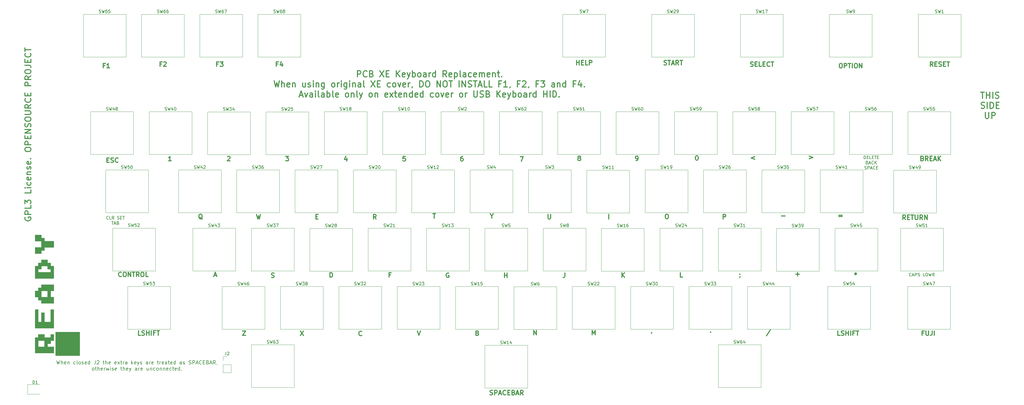
<source format=gbr>
%TF.GenerationSoftware,KiCad,Pcbnew,5.0.2+dfsg1-1*%
%TF.CreationDate,2020-10-11T22:00:56+02:00*%
%TF.ProjectId,A130XE_KB_MX,41313330-5845-45f4-9b42-5f4d582e6b69,0.1*%
%TF.SameCoordinates,Original*%
%TF.FileFunction,Legend,Top*%
%TF.FilePolarity,Positive*%
%FSLAX46Y46*%
G04 Gerber Fmt 4.6, Leading zero omitted, Abs format (unit mm)*
G04 Created by KiCad (PCBNEW 5.0.2+dfsg1-1) date Sun 11 Oct 2020 10:00:56 PM CEST*
%MOMM*%
%LPD*%
G01*
G04 APERTURE LIST*
%ADD10C,0.300000*%
%ADD11C,0.200000*%
%ADD12C,0.120000*%
%ADD13C,0.010000*%
%ADD14C,0.150000*%
G04 APERTURE END LIST*
D10*
X362952380Y-113604761D02*
X364095238Y-113604761D01*
X363523809Y-115604761D02*
X363523809Y-113604761D01*
X364761904Y-115604761D02*
X364761904Y-113604761D01*
X364761904Y-114557142D02*
X365904761Y-114557142D01*
X365904761Y-115604761D02*
X365904761Y-113604761D01*
X366857142Y-115604761D02*
X366857142Y-113604761D01*
X367714285Y-115509523D02*
X368000000Y-115604761D01*
X368476190Y-115604761D01*
X368666666Y-115509523D01*
X368761904Y-115414285D01*
X368857142Y-115223809D01*
X368857142Y-115033333D01*
X368761904Y-114842857D01*
X368666666Y-114747619D01*
X368476190Y-114652380D01*
X368095238Y-114557142D01*
X367904761Y-114461904D01*
X367809523Y-114366666D01*
X367714285Y-114176190D01*
X367714285Y-113985714D01*
X367809523Y-113795238D01*
X367904761Y-113700000D01*
X368095238Y-113604761D01*
X368571428Y-113604761D01*
X368857142Y-113700000D01*
X363047619Y-118809523D02*
X363333333Y-118904761D01*
X363809523Y-118904761D01*
X364000000Y-118809523D01*
X364095238Y-118714285D01*
X364190476Y-118523809D01*
X364190476Y-118333333D01*
X364095238Y-118142857D01*
X364000000Y-118047619D01*
X363809523Y-117952380D01*
X363428571Y-117857142D01*
X363238095Y-117761904D01*
X363142857Y-117666666D01*
X363047619Y-117476190D01*
X363047619Y-117285714D01*
X363142857Y-117095238D01*
X363238095Y-117000000D01*
X363428571Y-116904761D01*
X363904761Y-116904761D01*
X364190476Y-117000000D01*
X365047619Y-118904761D02*
X365047619Y-116904761D01*
X366000000Y-118904761D02*
X366000000Y-116904761D01*
X366476190Y-116904761D01*
X366761904Y-117000000D01*
X366952380Y-117190476D01*
X367047619Y-117380952D01*
X367142857Y-117761904D01*
X367142857Y-118047619D01*
X367047619Y-118428571D01*
X366952380Y-118619047D01*
X366761904Y-118809523D01*
X366476190Y-118904761D01*
X366000000Y-118904761D01*
X368000000Y-117857142D02*
X368666666Y-117857142D01*
X368952380Y-118904761D02*
X368000000Y-118904761D01*
X368000000Y-116904761D01*
X368952380Y-116904761D01*
X364428571Y-120204761D02*
X364428571Y-121823809D01*
X364523809Y-122014285D01*
X364619047Y-122109523D01*
X364809523Y-122204761D01*
X365190476Y-122204761D01*
X365380952Y-122109523D01*
X365476190Y-122014285D01*
X365571428Y-121823809D01*
X365571428Y-120204761D01*
X366523809Y-122204761D02*
X366523809Y-120204761D01*
X367285714Y-120204761D01*
X367476190Y-120300000D01*
X367571428Y-120395238D01*
X367666666Y-120585714D01*
X367666666Y-120871428D01*
X367571428Y-121061904D01*
X367476190Y-121157142D01*
X367285714Y-121252380D01*
X366523809Y-121252380D01*
X51000000Y-154500000D02*
X50904761Y-154690476D01*
X50904761Y-154976190D01*
X51000000Y-155261904D01*
X51190476Y-155452380D01*
X51380952Y-155547619D01*
X51761904Y-155642857D01*
X52047619Y-155642857D01*
X52428571Y-155547619D01*
X52619047Y-155452380D01*
X52809523Y-155261904D01*
X52904761Y-154976190D01*
X52904761Y-154785714D01*
X52809523Y-154500000D01*
X52714285Y-154404761D01*
X52047619Y-154404761D01*
X52047619Y-154785714D01*
X52904761Y-153547619D02*
X50904761Y-153547619D01*
X50904761Y-152785714D01*
X51000000Y-152595238D01*
X51095238Y-152500000D01*
X51285714Y-152404761D01*
X51571428Y-152404761D01*
X51761904Y-152500000D01*
X51857142Y-152595238D01*
X51952380Y-152785714D01*
X51952380Y-153547619D01*
X52904761Y-150595238D02*
X52904761Y-151547619D01*
X50904761Y-151547619D01*
X50904761Y-150119047D02*
X50904761Y-148880952D01*
X51666666Y-149547619D01*
X51666666Y-149261904D01*
X51761904Y-149071428D01*
X51857142Y-148976190D01*
X52047619Y-148880952D01*
X52523809Y-148880952D01*
X52714285Y-148976190D01*
X52809523Y-149071428D01*
X52904761Y-149261904D01*
X52904761Y-149833333D01*
X52809523Y-150023809D01*
X52714285Y-150119047D01*
X52904761Y-145547619D02*
X52904761Y-146500000D01*
X50904761Y-146500000D01*
X52904761Y-144880952D02*
X51571428Y-144880952D01*
X50904761Y-144880952D02*
X51000000Y-144976190D01*
X51095238Y-144880952D01*
X51000000Y-144785714D01*
X50904761Y-144880952D01*
X51095238Y-144880952D01*
X52809523Y-143071428D02*
X52904761Y-143261904D01*
X52904761Y-143642857D01*
X52809523Y-143833333D01*
X52714285Y-143928571D01*
X52523809Y-144023809D01*
X51952380Y-144023809D01*
X51761904Y-143928571D01*
X51666666Y-143833333D01*
X51571428Y-143642857D01*
X51571428Y-143261904D01*
X51666666Y-143071428D01*
X52809523Y-141452380D02*
X52904761Y-141642857D01*
X52904761Y-142023809D01*
X52809523Y-142214285D01*
X52619047Y-142309523D01*
X51857142Y-142309523D01*
X51666666Y-142214285D01*
X51571428Y-142023809D01*
X51571428Y-141642857D01*
X51666666Y-141452380D01*
X51857142Y-141357142D01*
X52047619Y-141357142D01*
X52238095Y-142309523D01*
X51571428Y-140500000D02*
X52904761Y-140500000D01*
X51761904Y-140500000D02*
X51666666Y-140404761D01*
X51571428Y-140214285D01*
X51571428Y-139928571D01*
X51666666Y-139738095D01*
X51857142Y-139642857D01*
X52904761Y-139642857D01*
X52809523Y-138785714D02*
X52904761Y-138595238D01*
X52904761Y-138214285D01*
X52809523Y-138023809D01*
X52619047Y-137928571D01*
X52523809Y-137928571D01*
X52333333Y-138023809D01*
X52238095Y-138214285D01*
X52238095Y-138500000D01*
X52142857Y-138690476D01*
X51952380Y-138785714D01*
X51857142Y-138785714D01*
X51666666Y-138690476D01*
X51571428Y-138500000D01*
X51571428Y-138214285D01*
X51666666Y-138023809D01*
X52809523Y-136309523D02*
X52904761Y-136500000D01*
X52904761Y-136880952D01*
X52809523Y-137071428D01*
X52619047Y-137166666D01*
X51857142Y-137166666D01*
X51666666Y-137071428D01*
X51571428Y-136880952D01*
X51571428Y-136500000D01*
X51666666Y-136309523D01*
X51857142Y-136214285D01*
X52047619Y-136214285D01*
X52238095Y-137166666D01*
X52714285Y-135357142D02*
X52809523Y-135261904D01*
X52904761Y-135357142D01*
X52809523Y-135452380D01*
X52714285Y-135357142D01*
X52904761Y-135357142D01*
X50904761Y-132500000D02*
X50904761Y-132119047D01*
X51000000Y-131928571D01*
X51190476Y-131738095D01*
X51571428Y-131642857D01*
X52238095Y-131642857D01*
X52619047Y-131738095D01*
X52809523Y-131928571D01*
X52904761Y-132119047D01*
X52904761Y-132500000D01*
X52809523Y-132690476D01*
X52619047Y-132880952D01*
X52238095Y-132976190D01*
X51571428Y-132976190D01*
X51190476Y-132880952D01*
X51000000Y-132690476D01*
X50904761Y-132500000D01*
X52904761Y-130785714D02*
X50904761Y-130785714D01*
X50904761Y-130023809D01*
X51000000Y-129833333D01*
X51095238Y-129738095D01*
X51285714Y-129642857D01*
X51571428Y-129642857D01*
X51761904Y-129738095D01*
X51857142Y-129833333D01*
X51952380Y-130023809D01*
X51952380Y-130785714D01*
X51857142Y-128785714D02*
X51857142Y-128119047D01*
X52904761Y-127833333D02*
X52904761Y-128785714D01*
X50904761Y-128785714D01*
X50904761Y-127833333D01*
X52904761Y-126976190D02*
X50904761Y-126976190D01*
X52904761Y-125833333D01*
X50904761Y-125833333D01*
X52809523Y-124976190D02*
X52904761Y-124690476D01*
X52904761Y-124214285D01*
X52809523Y-124023809D01*
X52714285Y-123928571D01*
X52523809Y-123833333D01*
X52333333Y-123833333D01*
X52142857Y-123928571D01*
X52047619Y-124023809D01*
X51952380Y-124214285D01*
X51857142Y-124595238D01*
X51761904Y-124785714D01*
X51666666Y-124880952D01*
X51476190Y-124976190D01*
X51285714Y-124976190D01*
X51095238Y-124880952D01*
X51000000Y-124785714D01*
X50904761Y-124595238D01*
X50904761Y-124119047D01*
X51000000Y-123833333D01*
X50904761Y-122595238D02*
X50904761Y-122214285D01*
X51000000Y-122023809D01*
X51190476Y-121833333D01*
X51571428Y-121738095D01*
X52238095Y-121738095D01*
X52619047Y-121833333D01*
X52809523Y-122023809D01*
X52904761Y-122214285D01*
X52904761Y-122595238D01*
X52809523Y-122785714D01*
X52619047Y-122976190D01*
X52238095Y-123071428D01*
X51571428Y-123071428D01*
X51190476Y-122976190D01*
X51000000Y-122785714D01*
X50904761Y-122595238D01*
X50904761Y-120880952D02*
X52523809Y-120880952D01*
X52714285Y-120785714D01*
X52809523Y-120690476D01*
X52904761Y-120500000D01*
X52904761Y-120119047D01*
X52809523Y-119928571D01*
X52714285Y-119833333D01*
X52523809Y-119738095D01*
X50904761Y-119738095D01*
X52904761Y-117642857D02*
X51952380Y-118309523D01*
X52904761Y-118785714D02*
X50904761Y-118785714D01*
X50904761Y-118023809D01*
X51000000Y-117833333D01*
X51095238Y-117738095D01*
X51285714Y-117642857D01*
X51571428Y-117642857D01*
X51761904Y-117738095D01*
X51857142Y-117833333D01*
X51952380Y-118023809D01*
X51952380Y-118785714D01*
X52714285Y-115642857D02*
X52809523Y-115738095D01*
X52904761Y-116023809D01*
X52904761Y-116214285D01*
X52809523Y-116500000D01*
X52619047Y-116690476D01*
X52428571Y-116785714D01*
X52047619Y-116880952D01*
X51761904Y-116880952D01*
X51380952Y-116785714D01*
X51190476Y-116690476D01*
X51000000Y-116500000D01*
X50904761Y-116214285D01*
X50904761Y-116023809D01*
X51000000Y-115738095D01*
X51095238Y-115642857D01*
X51857142Y-114785714D02*
X51857142Y-114119047D01*
X52904761Y-113833333D02*
X52904761Y-114785714D01*
X50904761Y-114785714D01*
X50904761Y-113833333D01*
X52904761Y-111452380D02*
X50904761Y-111452380D01*
X50904761Y-110690476D01*
X51000000Y-110500000D01*
X51095238Y-110404761D01*
X51285714Y-110309523D01*
X51571428Y-110309523D01*
X51761904Y-110404761D01*
X51857142Y-110500000D01*
X51952380Y-110690476D01*
X51952380Y-111452380D01*
X52904761Y-108309523D02*
X51952380Y-108976190D01*
X52904761Y-109452380D02*
X50904761Y-109452380D01*
X50904761Y-108690476D01*
X51000000Y-108500000D01*
X51095238Y-108404761D01*
X51285714Y-108309523D01*
X51571428Y-108309523D01*
X51761904Y-108404761D01*
X51857142Y-108500000D01*
X51952380Y-108690476D01*
X51952380Y-109452380D01*
X50904761Y-107071428D02*
X50904761Y-106690476D01*
X51000000Y-106500000D01*
X51190476Y-106309523D01*
X51571428Y-106214285D01*
X52238095Y-106214285D01*
X52619047Y-106309523D01*
X52809523Y-106500000D01*
X52904761Y-106690476D01*
X52904761Y-107071428D01*
X52809523Y-107261904D01*
X52619047Y-107452380D01*
X52238095Y-107547619D01*
X51571428Y-107547619D01*
X51190476Y-107452380D01*
X51000000Y-107261904D01*
X50904761Y-107071428D01*
X50904761Y-104785714D02*
X52333333Y-104785714D01*
X52619047Y-104880952D01*
X52809523Y-105071428D01*
X52904761Y-105357142D01*
X52904761Y-105547619D01*
X51857142Y-103833333D02*
X51857142Y-103166666D01*
X52904761Y-102880952D02*
X52904761Y-103833333D01*
X50904761Y-103833333D01*
X50904761Y-102880952D01*
X52714285Y-100880952D02*
X52809523Y-100976190D01*
X52904761Y-101261904D01*
X52904761Y-101452380D01*
X52809523Y-101738095D01*
X52619047Y-101928571D01*
X52428571Y-102023809D01*
X52047619Y-102119047D01*
X51761904Y-102119047D01*
X51380952Y-102023809D01*
X51190476Y-101928571D01*
X51000000Y-101738095D01*
X50904761Y-101452380D01*
X50904761Y-101261904D01*
X51000000Y-100976190D01*
X51095238Y-100880952D01*
X50904761Y-100309523D02*
X50904761Y-99166666D01*
X52904761Y-99738095D02*
X50904761Y-99738095D01*
D11*
X61271428Y-201342857D02*
X61557142Y-202542857D01*
X61785714Y-201685714D01*
X62014285Y-202542857D01*
X62300000Y-201342857D01*
X62757142Y-202542857D02*
X62757142Y-201342857D01*
X63271428Y-202542857D02*
X63271428Y-201914285D01*
X63214285Y-201800000D01*
X63100000Y-201742857D01*
X62928571Y-201742857D01*
X62814285Y-201800000D01*
X62757142Y-201857142D01*
X64300000Y-202485714D02*
X64185714Y-202542857D01*
X63957142Y-202542857D01*
X63842857Y-202485714D01*
X63785714Y-202371428D01*
X63785714Y-201914285D01*
X63842857Y-201800000D01*
X63957142Y-201742857D01*
X64185714Y-201742857D01*
X64300000Y-201800000D01*
X64357142Y-201914285D01*
X64357142Y-202028571D01*
X63785714Y-202142857D01*
X64871428Y-201742857D02*
X64871428Y-202542857D01*
X64871428Y-201857142D02*
X64928571Y-201800000D01*
X65042857Y-201742857D01*
X65214285Y-201742857D01*
X65328571Y-201800000D01*
X65385714Y-201914285D01*
X65385714Y-202542857D01*
X67385714Y-202485714D02*
X67271428Y-202542857D01*
X67042857Y-202542857D01*
X66928571Y-202485714D01*
X66871428Y-202428571D01*
X66814285Y-202314285D01*
X66814285Y-201971428D01*
X66871428Y-201857142D01*
X66928571Y-201800000D01*
X67042857Y-201742857D01*
X67271428Y-201742857D01*
X67385714Y-201800000D01*
X68071428Y-202542857D02*
X67957142Y-202485714D01*
X67900000Y-202371428D01*
X67900000Y-201342857D01*
X68700000Y-202542857D02*
X68585714Y-202485714D01*
X68528571Y-202428571D01*
X68471428Y-202314285D01*
X68471428Y-201971428D01*
X68528571Y-201857142D01*
X68585714Y-201800000D01*
X68700000Y-201742857D01*
X68871428Y-201742857D01*
X68985714Y-201800000D01*
X69042857Y-201857142D01*
X69100000Y-201971428D01*
X69100000Y-202314285D01*
X69042857Y-202428571D01*
X68985714Y-202485714D01*
X68871428Y-202542857D01*
X68700000Y-202542857D01*
X69557142Y-202485714D02*
X69671428Y-202542857D01*
X69900000Y-202542857D01*
X70014285Y-202485714D01*
X70071428Y-202371428D01*
X70071428Y-202314285D01*
X70014285Y-202200000D01*
X69900000Y-202142857D01*
X69728571Y-202142857D01*
X69614285Y-202085714D01*
X69557142Y-201971428D01*
X69557142Y-201914285D01*
X69614285Y-201800000D01*
X69728571Y-201742857D01*
X69900000Y-201742857D01*
X70014285Y-201800000D01*
X71042857Y-202485714D02*
X70928571Y-202542857D01*
X70700000Y-202542857D01*
X70585714Y-202485714D01*
X70528571Y-202371428D01*
X70528571Y-201914285D01*
X70585714Y-201800000D01*
X70700000Y-201742857D01*
X70928571Y-201742857D01*
X71042857Y-201800000D01*
X71100000Y-201914285D01*
X71100000Y-202028571D01*
X70528571Y-202142857D01*
X72128571Y-202542857D02*
X72128571Y-201342857D01*
X72128571Y-202485714D02*
X72014285Y-202542857D01*
X71785714Y-202542857D01*
X71671428Y-202485714D01*
X71614285Y-202428571D01*
X71557142Y-202314285D01*
X71557142Y-201971428D01*
X71614285Y-201857142D01*
X71671428Y-201800000D01*
X71785714Y-201742857D01*
X72014285Y-201742857D01*
X72128571Y-201800000D01*
X73957142Y-201342857D02*
X73957142Y-202200000D01*
X73900000Y-202371428D01*
X73785714Y-202485714D01*
X73614285Y-202542857D01*
X73500000Y-202542857D01*
X74471428Y-201457142D02*
X74528571Y-201400000D01*
X74642857Y-201342857D01*
X74928571Y-201342857D01*
X75042857Y-201400000D01*
X75100000Y-201457142D01*
X75157142Y-201571428D01*
X75157142Y-201685714D01*
X75100000Y-201857142D01*
X74414285Y-202542857D01*
X75157142Y-202542857D01*
X76414285Y-201742857D02*
X76871428Y-201742857D01*
X76585714Y-201342857D02*
X76585714Y-202371428D01*
X76642857Y-202485714D01*
X76757142Y-202542857D01*
X76871428Y-202542857D01*
X77271428Y-202542857D02*
X77271428Y-201342857D01*
X77785714Y-202542857D02*
X77785714Y-201914285D01*
X77728571Y-201800000D01*
X77614285Y-201742857D01*
X77442857Y-201742857D01*
X77328571Y-201800000D01*
X77271428Y-201857142D01*
X78814285Y-202485714D02*
X78700000Y-202542857D01*
X78471428Y-202542857D01*
X78357142Y-202485714D01*
X78300000Y-202371428D01*
X78300000Y-201914285D01*
X78357142Y-201800000D01*
X78471428Y-201742857D01*
X78700000Y-201742857D01*
X78814285Y-201800000D01*
X78871428Y-201914285D01*
X78871428Y-202028571D01*
X78300000Y-202142857D01*
X80757142Y-202485714D02*
X80642857Y-202542857D01*
X80414285Y-202542857D01*
X80300000Y-202485714D01*
X80242857Y-202371428D01*
X80242857Y-201914285D01*
X80300000Y-201800000D01*
X80414285Y-201742857D01*
X80642857Y-201742857D01*
X80757142Y-201800000D01*
X80814285Y-201914285D01*
X80814285Y-202028571D01*
X80242857Y-202142857D01*
X81214285Y-202542857D02*
X81842857Y-201742857D01*
X81214285Y-201742857D02*
X81842857Y-202542857D01*
X82128571Y-201742857D02*
X82585714Y-201742857D01*
X82300000Y-201342857D02*
X82300000Y-202371428D01*
X82357142Y-202485714D01*
X82471428Y-202542857D01*
X82585714Y-202542857D01*
X82985714Y-202542857D02*
X82985714Y-201742857D01*
X82985714Y-201971428D02*
X83042857Y-201857142D01*
X83100000Y-201800000D01*
X83214285Y-201742857D01*
X83328571Y-201742857D01*
X84242857Y-202542857D02*
X84242857Y-201914285D01*
X84185714Y-201800000D01*
X84071428Y-201742857D01*
X83842857Y-201742857D01*
X83728571Y-201800000D01*
X84242857Y-202485714D02*
X84128571Y-202542857D01*
X83842857Y-202542857D01*
X83728571Y-202485714D01*
X83671428Y-202371428D01*
X83671428Y-202257142D01*
X83728571Y-202142857D01*
X83842857Y-202085714D01*
X84128571Y-202085714D01*
X84242857Y-202028571D01*
X85728571Y-202542857D02*
X85728571Y-201342857D01*
X85842857Y-202085714D02*
X86185714Y-202542857D01*
X86185714Y-201742857D02*
X85728571Y-202200000D01*
X87157142Y-202485714D02*
X87042857Y-202542857D01*
X86814285Y-202542857D01*
X86700000Y-202485714D01*
X86642857Y-202371428D01*
X86642857Y-201914285D01*
X86700000Y-201800000D01*
X86814285Y-201742857D01*
X87042857Y-201742857D01*
X87157142Y-201800000D01*
X87214285Y-201914285D01*
X87214285Y-202028571D01*
X86642857Y-202142857D01*
X87614285Y-201742857D02*
X87900000Y-202542857D01*
X88185714Y-201742857D02*
X87900000Y-202542857D01*
X87785714Y-202828571D01*
X87728571Y-202885714D01*
X87614285Y-202942857D01*
X88585714Y-202485714D02*
X88700000Y-202542857D01*
X88928571Y-202542857D01*
X89042857Y-202485714D01*
X89100000Y-202371428D01*
X89100000Y-202314285D01*
X89042857Y-202200000D01*
X88928571Y-202142857D01*
X88757142Y-202142857D01*
X88642857Y-202085714D01*
X88585714Y-201971428D01*
X88585714Y-201914285D01*
X88642857Y-201800000D01*
X88757142Y-201742857D01*
X88928571Y-201742857D01*
X89042857Y-201800000D01*
X91042857Y-202542857D02*
X91042857Y-201914285D01*
X90985714Y-201800000D01*
X90871428Y-201742857D01*
X90642857Y-201742857D01*
X90528571Y-201800000D01*
X91042857Y-202485714D02*
X90928571Y-202542857D01*
X90642857Y-202542857D01*
X90528571Y-202485714D01*
X90471428Y-202371428D01*
X90471428Y-202257142D01*
X90528571Y-202142857D01*
X90642857Y-202085714D01*
X90928571Y-202085714D01*
X91042857Y-202028571D01*
X91614285Y-202542857D02*
X91614285Y-201742857D01*
X91614285Y-201971428D02*
X91671428Y-201857142D01*
X91728571Y-201800000D01*
X91842857Y-201742857D01*
X91957142Y-201742857D01*
X92814285Y-202485714D02*
X92700000Y-202542857D01*
X92471428Y-202542857D01*
X92357142Y-202485714D01*
X92300000Y-202371428D01*
X92300000Y-201914285D01*
X92357142Y-201800000D01*
X92471428Y-201742857D01*
X92700000Y-201742857D01*
X92814285Y-201800000D01*
X92871428Y-201914285D01*
X92871428Y-202028571D01*
X92300000Y-202142857D01*
X94128571Y-201742857D02*
X94585714Y-201742857D01*
X94300000Y-201342857D02*
X94300000Y-202371428D01*
X94357142Y-202485714D01*
X94471428Y-202542857D01*
X94585714Y-202542857D01*
X94985714Y-202542857D02*
X94985714Y-201742857D01*
X94985714Y-201971428D02*
X95042857Y-201857142D01*
X95100000Y-201800000D01*
X95214285Y-201742857D01*
X95328571Y-201742857D01*
X96185714Y-202485714D02*
X96071428Y-202542857D01*
X95842857Y-202542857D01*
X95728571Y-202485714D01*
X95671428Y-202371428D01*
X95671428Y-201914285D01*
X95728571Y-201800000D01*
X95842857Y-201742857D01*
X96071428Y-201742857D01*
X96185714Y-201800000D01*
X96242857Y-201914285D01*
X96242857Y-202028571D01*
X95671428Y-202142857D01*
X97271428Y-202542857D02*
X97271428Y-201914285D01*
X97214285Y-201800000D01*
X97100000Y-201742857D01*
X96871428Y-201742857D01*
X96757142Y-201800000D01*
X97271428Y-202485714D02*
X97157142Y-202542857D01*
X96871428Y-202542857D01*
X96757142Y-202485714D01*
X96700000Y-202371428D01*
X96700000Y-202257142D01*
X96757142Y-202142857D01*
X96871428Y-202085714D01*
X97157142Y-202085714D01*
X97271428Y-202028571D01*
X97671428Y-201742857D02*
X98128571Y-201742857D01*
X97842857Y-201342857D02*
X97842857Y-202371428D01*
X97900000Y-202485714D01*
X98014285Y-202542857D01*
X98128571Y-202542857D01*
X98985714Y-202485714D02*
X98871428Y-202542857D01*
X98642857Y-202542857D01*
X98528571Y-202485714D01*
X98471428Y-202371428D01*
X98471428Y-201914285D01*
X98528571Y-201800000D01*
X98642857Y-201742857D01*
X98871428Y-201742857D01*
X98985714Y-201800000D01*
X99042857Y-201914285D01*
X99042857Y-202028571D01*
X98471428Y-202142857D01*
X100071428Y-202542857D02*
X100071428Y-201342857D01*
X100071428Y-202485714D02*
X99957142Y-202542857D01*
X99728571Y-202542857D01*
X99614285Y-202485714D01*
X99557142Y-202428571D01*
X99499999Y-202314285D01*
X99499999Y-201971428D01*
X99557142Y-201857142D01*
X99614285Y-201800000D01*
X99728571Y-201742857D01*
X99957142Y-201742857D01*
X100071428Y-201800000D01*
X102071428Y-202542857D02*
X102071428Y-201914285D01*
X102014285Y-201800000D01*
X101899999Y-201742857D01*
X101671428Y-201742857D01*
X101557142Y-201800000D01*
X102071428Y-202485714D02*
X101957142Y-202542857D01*
X101671428Y-202542857D01*
X101557142Y-202485714D01*
X101499999Y-202371428D01*
X101499999Y-202257142D01*
X101557142Y-202142857D01*
X101671428Y-202085714D01*
X101957142Y-202085714D01*
X102071428Y-202028571D01*
X102585714Y-202485714D02*
X102699999Y-202542857D01*
X102928571Y-202542857D01*
X103042857Y-202485714D01*
X103099999Y-202371428D01*
X103099999Y-202314285D01*
X103042857Y-202200000D01*
X102928571Y-202142857D01*
X102757142Y-202142857D01*
X102642857Y-202085714D01*
X102585714Y-201971428D01*
X102585714Y-201914285D01*
X102642857Y-201800000D01*
X102757142Y-201742857D01*
X102928571Y-201742857D01*
X103042857Y-201800000D01*
X104471428Y-202485714D02*
X104642857Y-202542857D01*
X104928571Y-202542857D01*
X105042857Y-202485714D01*
X105100000Y-202428571D01*
X105157142Y-202314285D01*
X105157142Y-202200000D01*
X105100000Y-202085714D01*
X105042857Y-202028571D01*
X104928571Y-201971428D01*
X104700000Y-201914285D01*
X104585714Y-201857142D01*
X104528571Y-201800000D01*
X104471428Y-201685714D01*
X104471428Y-201571428D01*
X104528571Y-201457142D01*
X104585714Y-201400000D01*
X104700000Y-201342857D01*
X104985714Y-201342857D01*
X105157142Y-201400000D01*
X105671428Y-202542857D02*
X105671428Y-201342857D01*
X106128571Y-201342857D01*
X106242857Y-201400000D01*
X106300000Y-201457142D01*
X106357142Y-201571428D01*
X106357142Y-201742857D01*
X106300000Y-201857142D01*
X106242857Y-201914285D01*
X106128571Y-201971428D01*
X105671428Y-201971428D01*
X106814285Y-202200000D02*
X107385714Y-202200000D01*
X106700000Y-202542857D02*
X107100000Y-201342857D01*
X107500000Y-202542857D01*
X108585714Y-202428571D02*
X108528571Y-202485714D01*
X108357142Y-202542857D01*
X108242857Y-202542857D01*
X108071428Y-202485714D01*
X107957142Y-202371428D01*
X107899999Y-202257142D01*
X107842857Y-202028571D01*
X107842857Y-201857142D01*
X107899999Y-201628571D01*
X107957142Y-201514285D01*
X108071428Y-201400000D01*
X108242857Y-201342857D01*
X108357142Y-201342857D01*
X108528571Y-201400000D01*
X108585714Y-201457142D01*
X109099999Y-201914285D02*
X109499999Y-201914285D01*
X109671428Y-202542857D02*
X109099999Y-202542857D01*
X109099999Y-201342857D01*
X109671428Y-201342857D01*
X110585714Y-201914285D02*
X110757142Y-201971428D01*
X110814285Y-202028571D01*
X110871428Y-202142857D01*
X110871428Y-202314285D01*
X110814285Y-202428571D01*
X110757142Y-202485714D01*
X110642857Y-202542857D01*
X110185714Y-202542857D01*
X110185714Y-201342857D01*
X110585714Y-201342857D01*
X110699999Y-201400000D01*
X110757142Y-201457142D01*
X110814285Y-201571428D01*
X110814285Y-201685714D01*
X110757142Y-201800000D01*
X110699999Y-201857142D01*
X110585714Y-201914285D01*
X110185714Y-201914285D01*
X111328571Y-202200000D02*
X111899999Y-202200000D01*
X111214285Y-202542857D02*
X111614285Y-201342857D01*
X112014285Y-202542857D01*
X113099999Y-202542857D02*
X112699999Y-201971428D01*
X112414285Y-202542857D02*
X112414285Y-201342857D01*
X112871428Y-201342857D01*
X112985714Y-201400000D01*
X113042857Y-201457142D01*
X113099999Y-201571428D01*
X113099999Y-201742857D01*
X113042857Y-201857142D01*
X112985714Y-201914285D01*
X112871428Y-201971428D01*
X112414285Y-201971428D01*
X113671428Y-202485714D02*
X113671428Y-202542857D01*
X113614285Y-202657142D01*
X113557142Y-202714285D01*
X73128571Y-204542857D02*
X73014285Y-204485714D01*
X72957142Y-204428571D01*
X72900000Y-204314285D01*
X72900000Y-203971428D01*
X72957142Y-203857142D01*
X73014285Y-203800000D01*
X73128571Y-203742857D01*
X73300000Y-203742857D01*
X73414285Y-203800000D01*
X73471428Y-203857142D01*
X73528571Y-203971428D01*
X73528571Y-204314285D01*
X73471428Y-204428571D01*
X73414285Y-204485714D01*
X73300000Y-204542857D01*
X73128571Y-204542857D01*
X73871428Y-203742857D02*
X74328571Y-203742857D01*
X74042857Y-203342857D02*
X74042857Y-204371428D01*
X74100000Y-204485714D01*
X74214285Y-204542857D01*
X74328571Y-204542857D01*
X74728571Y-204542857D02*
X74728571Y-203342857D01*
X75242857Y-204542857D02*
X75242857Y-203914285D01*
X75185714Y-203800000D01*
X75071428Y-203742857D01*
X74900000Y-203742857D01*
X74785714Y-203800000D01*
X74728571Y-203857142D01*
X76271428Y-204485714D02*
X76157142Y-204542857D01*
X75928571Y-204542857D01*
X75814285Y-204485714D01*
X75757142Y-204371428D01*
X75757142Y-203914285D01*
X75814285Y-203800000D01*
X75928571Y-203742857D01*
X76157142Y-203742857D01*
X76271428Y-203800000D01*
X76328571Y-203914285D01*
X76328571Y-204028571D01*
X75757142Y-204142857D01*
X76842857Y-204542857D02*
X76842857Y-203742857D01*
X76842857Y-203971428D02*
X76900000Y-203857142D01*
X76957142Y-203800000D01*
X77071428Y-203742857D01*
X77185714Y-203742857D01*
X77471428Y-203742857D02*
X77700000Y-204542857D01*
X77928571Y-203971428D01*
X78157142Y-204542857D01*
X78385714Y-203742857D01*
X78842857Y-204542857D02*
X78842857Y-203742857D01*
X78842857Y-203342857D02*
X78785714Y-203400000D01*
X78842857Y-203457142D01*
X78900000Y-203400000D01*
X78842857Y-203342857D01*
X78842857Y-203457142D01*
X79357142Y-204485714D02*
X79471428Y-204542857D01*
X79700000Y-204542857D01*
X79814285Y-204485714D01*
X79871428Y-204371428D01*
X79871428Y-204314285D01*
X79814285Y-204200000D01*
X79700000Y-204142857D01*
X79528571Y-204142857D01*
X79414285Y-204085714D01*
X79357142Y-203971428D01*
X79357142Y-203914285D01*
X79414285Y-203800000D01*
X79528571Y-203742857D01*
X79700000Y-203742857D01*
X79814285Y-203800000D01*
X80842857Y-204485714D02*
X80728571Y-204542857D01*
X80500000Y-204542857D01*
X80385714Y-204485714D01*
X80328571Y-204371428D01*
X80328571Y-203914285D01*
X80385714Y-203800000D01*
X80500000Y-203742857D01*
X80728571Y-203742857D01*
X80842857Y-203800000D01*
X80900000Y-203914285D01*
X80900000Y-204028571D01*
X80328571Y-204142857D01*
X82157142Y-203742857D02*
X82614285Y-203742857D01*
X82328571Y-203342857D02*
X82328571Y-204371428D01*
X82385714Y-204485714D01*
X82500000Y-204542857D01*
X82614285Y-204542857D01*
X83014285Y-204542857D02*
X83014285Y-203342857D01*
X83528571Y-204542857D02*
X83528571Y-203914285D01*
X83471428Y-203800000D01*
X83357142Y-203742857D01*
X83185714Y-203742857D01*
X83071428Y-203800000D01*
X83014285Y-203857142D01*
X84557142Y-204485714D02*
X84442857Y-204542857D01*
X84214285Y-204542857D01*
X84100000Y-204485714D01*
X84042857Y-204371428D01*
X84042857Y-203914285D01*
X84100000Y-203800000D01*
X84214285Y-203742857D01*
X84442857Y-203742857D01*
X84557142Y-203800000D01*
X84614285Y-203914285D01*
X84614285Y-204028571D01*
X84042857Y-204142857D01*
X85014285Y-203742857D02*
X85300000Y-204542857D01*
X85585714Y-203742857D02*
X85300000Y-204542857D01*
X85185714Y-204828571D01*
X85128571Y-204885714D01*
X85014285Y-204942857D01*
X87471428Y-204542857D02*
X87471428Y-203914285D01*
X87414285Y-203800000D01*
X87300000Y-203742857D01*
X87071428Y-203742857D01*
X86957142Y-203800000D01*
X87471428Y-204485714D02*
X87357142Y-204542857D01*
X87071428Y-204542857D01*
X86957142Y-204485714D01*
X86900000Y-204371428D01*
X86900000Y-204257142D01*
X86957142Y-204142857D01*
X87071428Y-204085714D01*
X87357142Y-204085714D01*
X87471428Y-204028571D01*
X88042857Y-204542857D02*
X88042857Y-203742857D01*
X88042857Y-203971428D02*
X88100000Y-203857142D01*
X88157142Y-203800000D01*
X88271428Y-203742857D01*
X88385714Y-203742857D01*
X89242857Y-204485714D02*
X89128571Y-204542857D01*
X88900000Y-204542857D01*
X88785714Y-204485714D01*
X88728571Y-204371428D01*
X88728571Y-203914285D01*
X88785714Y-203800000D01*
X88900000Y-203742857D01*
X89128571Y-203742857D01*
X89242857Y-203800000D01*
X89300000Y-203914285D01*
X89300000Y-204028571D01*
X88728571Y-204142857D01*
X91242857Y-203742857D02*
X91242857Y-204542857D01*
X90728571Y-203742857D02*
X90728571Y-204371428D01*
X90785714Y-204485714D01*
X90900000Y-204542857D01*
X91071428Y-204542857D01*
X91185714Y-204485714D01*
X91242857Y-204428571D01*
X91814285Y-203742857D02*
X91814285Y-204542857D01*
X91814285Y-203857142D02*
X91871428Y-203800000D01*
X91985714Y-203742857D01*
X92157142Y-203742857D01*
X92271428Y-203800000D01*
X92328571Y-203914285D01*
X92328571Y-204542857D01*
X93414285Y-204485714D02*
X93300000Y-204542857D01*
X93071428Y-204542857D01*
X92957142Y-204485714D01*
X92900000Y-204428571D01*
X92842857Y-204314285D01*
X92842857Y-203971428D01*
X92900000Y-203857142D01*
X92957142Y-203800000D01*
X93071428Y-203742857D01*
X93300000Y-203742857D01*
X93414285Y-203800000D01*
X94100000Y-204542857D02*
X93985714Y-204485714D01*
X93928571Y-204428571D01*
X93871428Y-204314285D01*
X93871428Y-203971428D01*
X93928571Y-203857142D01*
X93985714Y-203800000D01*
X94100000Y-203742857D01*
X94271428Y-203742857D01*
X94385714Y-203800000D01*
X94442857Y-203857142D01*
X94500000Y-203971428D01*
X94500000Y-204314285D01*
X94442857Y-204428571D01*
X94385714Y-204485714D01*
X94271428Y-204542857D01*
X94100000Y-204542857D01*
X95014285Y-203742857D02*
X95014285Y-204542857D01*
X95014285Y-203857142D02*
X95071428Y-203800000D01*
X95185714Y-203742857D01*
X95357142Y-203742857D01*
X95471428Y-203800000D01*
X95528571Y-203914285D01*
X95528571Y-204542857D01*
X96100000Y-203742857D02*
X96100000Y-204542857D01*
X96100000Y-203857142D02*
X96157142Y-203800000D01*
X96271428Y-203742857D01*
X96442857Y-203742857D01*
X96557142Y-203800000D01*
X96614285Y-203914285D01*
X96614285Y-204542857D01*
X97642857Y-204485714D02*
X97528571Y-204542857D01*
X97300000Y-204542857D01*
X97185714Y-204485714D01*
X97128571Y-204371428D01*
X97128571Y-203914285D01*
X97185714Y-203800000D01*
X97300000Y-203742857D01*
X97528571Y-203742857D01*
X97642857Y-203800000D01*
X97700000Y-203914285D01*
X97700000Y-204028571D01*
X97128571Y-204142857D01*
X98728571Y-204485714D02*
X98614285Y-204542857D01*
X98385714Y-204542857D01*
X98271428Y-204485714D01*
X98214285Y-204428571D01*
X98157142Y-204314285D01*
X98157142Y-203971428D01*
X98214285Y-203857142D01*
X98271428Y-203800000D01*
X98385714Y-203742857D01*
X98614285Y-203742857D01*
X98728571Y-203800000D01*
X99071428Y-203742857D02*
X99528571Y-203742857D01*
X99242857Y-203342857D02*
X99242857Y-204371428D01*
X99300000Y-204485714D01*
X99414285Y-204542857D01*
X99528571Y-204542857D01*
X100385714Y-204485714D02*
X100271428Y-204542857D01*
X100042857Y-204542857D01*
X99928571Y-204485714D01*
X99871428Y-204371428D01*
X99871428Y-203914285D01*
X99928571Y-203800000D01*
X100042857Y-203742857D01*
X100271428Y-203742857D01*
X100385714Y-203800000D01*
X100442857Y-203914285D01*
X100442857Y-204028571D01*
X99871428Y-204142857D01*
X101471428Y-204542857D02*
X101471428Y-203342857D01*
X101471428Y-204485714D02*
X101357142Y-204542857D01*
X101128571Y-204542857D01*
X101014285Y-204485714D01*
X100957142Y-204428571D01*
X100900000Y-204314285D01*
X100900000Y-203971428D01*
X100957142Y-203857142D01*
X101014285Y-203800000D01*
X101128571Y-203742857D01*
X101357142Y-203742857D01*
X101471428Y-203800000D01*
X102042857Y-204428571D02*
X102100000Y-204485714D01*
X102042857Y-204542857D01*
X101985714Y-204485714D01*
X102042857Y-204428571D01*
X102042857Y-204542857D01*
D10*
X159428571Y-108604761D02*
X159428571Y-106604761D01*
X160190476Y-106604761D01*
X160380952Y-106700000D01*
X160476190Y-106795238D01*
X160571428Y-106985714D01*
X160571428Y-107271428D01*
X160476190Y-107461904D01*
X160380952Y-107557142D01*
X160190476Y-107652380D01*
X159428571Y-107652380D01*
X162571428Y-108414285D02*
X162476190Y-108509523D01*
X162190476Y-108604761D01*
X162000000Y-108604761D01*
X161714285Y-108509523D01*
X161523809Y-108319047D01*
X161428571Y-108128571D01*
X161333333Y-107747619D01*
X161333333Y-107461904D01*
X161428571Y-107080952D01*
X161523809Y-106890476D01*
X161714285Y-106700000D01*
X162000000Y-106604761D01*
X162190476Y-106604761D01*
X162476190Y-106700000D01*
X162571428Y-106795238D01*
X164095238Y-107557142D02*
X164380952Y-107652380D01*
X164476190Y-107747619D01*
X164571428Y-107938095D01*
X164571428Y-108223809D01*
X164476190Y-108414285D01*
X164380952Y-108509523D01*
X164190476Y-108604761D01*
X163428571Y-108604761D01*
X163428571Y-106604761D01*
X164095238Y-106604761D01*
X164285714Y-106700000D01*
X164380952Y-106795238D01*
X164476190Y-106985714D01*
X164476190Y-107176190D01*
X164380952Y-107366666D01*
X164285714Y-107461904D01*
X164095238Y-107557142D01*
X163428571Y-107557142D01*
X166761904Y-106604761D02*
X168095238Y-108604761D01*
X168095238Y-106604761D02*
X166761904Y-108604761D01*
X168857142Y-107557142D02*
X169523809Y-107557142D01*
X169809523Y-108604761D02*
X168857142Y-108604761D01*
X168857142Y-106604761D01*
X169809523Y-106604761D01*
X172190476Y-108604761D02*
X172190476Y-106604761D01*
X173333333Y-108604761D02*
X172476190Y-107461904D01*
X173333333Y-106604761D02*
X172190476Y-107747619D01*
X174952380Y-108509523D02*
X174761904Y-108604761D01*
X174380952Y-108604761D01*
X174190476Y-108509523D01*
X174095238Y-108319047D01*
X174095238Y-107557142D01*
X174190476Y-107366666D01*
X174380952Y-107271428D01*
X174761904Y-107271428D01*
X174952380Y-107366666D01*
X175047619Y-107557142D01*
X175047619Y-107747619D01*
X174095238Y-107938095D01*
X175714285Y-107271428D02*
X176190476Y-108604761D01*
X176666666Y-107271428D02*
X176190476Y-108604761D01*
X176000000Y-109080952D01*
X175904761Y-109176190D01*
X175714285Y-109271428D01*
X177428571Y-108604761D02*
X177428571Y-106604761D01*
X177428571Y-107366666D02*
X177619047Y-107271428D01*
X178000000Y-107271428D01*
X178190476Y-107366666D01*
X178285714Y-107461904D01*
X178380952Y-107652380D01*
X178380952Y-108223809D01*
X178285714Y-108414285D01*
X178190476Y-108509523D01*
X178000000Y-108604761D01*
X177619047Y-108604761D01*
X177428571Y-108509523D01*
X179523809Y-108604761D02*
X179333333Y-108509523D01*
X179238095Y-108414285D01*
X179142857Y-108223809D01*
X179142857Y-107652380D01*
X179238095Y-107461904D01*
X179333333Y-107366666D01*
X179523809Y-107271428D01*
X179809523Y-107271428D01*
X180000000Y-107366666D01*
X180095238Y-107461904D01*
X180190476Y-107652380D01*
X180190476Y-108223809D01*
X180095238Y-108414285D01*
X180000000Y-108509523D01*
X179809523Y-108604761D01*
X179523809Y-108604761D01*
X181904761Y-108604761D02*
X181904761Y-107557142D01*
X181809523Y-107366666D01*
X181619047Y-107271428D01*
X181238095Y-107271428D01*
X181047619Y-107366666D01*
X181904761Y-108509523D02*
X181714285Y-108604761D01*
X181238095Y-108604761D01*
X181047619Y-108509523D01*
X180952380Y-108319047D01*
X180952380Y-108128571D01*
X181047619Y-107938095D01*
X181238095Y-107842857D01*
X181714285Y-107842857D01*
X181904761Y-107747619D01*
X182857142Y-108604761D02*
X182857142Y-107271428D01*
X182857142Y-107652380D02*
X182952380Y-107461904D01*
X183047619Y-107366666D01*
X183238095Y-107271428D01*
X183428571Y-107271428D01*
X184952380Y-108604761D02*
X184952380Y-106604761D01*
X184952380Y-108509523D02*
X184761904Y-108604761D01*
X184380952Y-108604761D01*
X184190476Y-108509523D01*
X184095238Y-108414285D01*
X184000000Y-108223809D01*
X184000000Y-107652380D01*
X184095238Y-107461904D01*
X184190476Y-107366666D01*
X184380952Y-107271428D01*
X184761904Y-107271428D01*
X184952380Y-107366666D01*
X188571428Y-108604761D02*
X187904761Y-107652380D01*
X187428571Y-108604761D02*
X187428571Y-106604761D01*
X188190476Y-106604761D01*
X188380952Y-106700000D01*
X188476190Y-106795238D01*
X188571428Y-106985714D01*
X188571428Y-107271428D01*
X188476190Y-107461904D01*
X188380952Y-107557142D01*
X188190476Y-107652380D01*
X187428571Y-107652380D01*
X190190476Y-108509523D02*
X190000000Y-108604761D01*
X189619047Y-108604761D01*
X189428571Y-108509523D01*
X189333333Y-108319047D01*
X189333333Y-107557142D01*
X189428571Y-107366666D01*
X189619047Y-107271428D01*
X190000000Y-107271428D01*
X190190476Y-107366666D01*
X190285714Y-107557142D01*
X190285714Y-107747619D01*
X189333333Y-107938095D01*
X191142857Y-107271428D02*
X191142857Y-109271428D01*
X191142857Y-107366666D02*
X191333333Y-107271428D01*
X191714285Y-107271428D01*
X191904761Y-107366666D01*
X192000000Y-107461904D01*
X192095238Y-107652380D01*
X192095238Y-108223809D01*
X192000000Y-108414285D01*
X191904761Y-108509523D01*
X191714285Y-108604761D01*
X191333333Y-108604761D01*
X191142857Y-108509523D01*
X193238095Y-108604761D02*
X193047619Y-108509523D01*
X192952380Y-108319047D01*
X192952380Y-106604761D01*
X194857142Y-108604761D02*
X194857142Y-107557142D01*
X194761904Y-107366666D01*
X194571428Y-107271428D01*
X194190476Y-107271428D01*
X194000000Y-107366666D01*
X194857142Y-108509523D02*
X194666666Y-108604761D01*
X194190476Y-108604761D01*
X194000000Y-108509523D01*
X193904761Y-108319047D01*
X193904761Y-108128571D01*
X194000000Y-107938095D01*
X194190476Y-107842857D01*
X194666666Y-107842857D01*
X194857142Y-107747619D01*
X196666666Y-108509523D02*
X196476190Y-108604761D01*
X196095238Y-108604761D01*
X195904761Y-108509523D01*
X195809523Y-108414285D01*
X195714285Y-108223809D01*
X195714285Y-107652380D01*
X195809523Y-107461904D01*
X195904761Y-107366666D01*
X196095238Y-107271428D01*
X196476190Y-107271428D01*
X196666666Y-107366666D01*
X198285714Y-108509523D02*
X198095238Y-108604761D01*
X197714285Y-108604761D01*
X197523809Y-108509523D01*
X197428571Y-108319047D01*
X197428571Y-107557142D01*
X197523809Y-107366666D01*
X197714285Y-107271428D01*
X198095238Y-107271428D01*
X198285714Y-107366666D01*
X198380952Y-107557142D01*
X198380952Y-107747619D01*
X197428571Y-107938095D01*
X199238095Y-108604761D02*
X199238095Y-107271428D01*
X199238095Y-107461904D02*
X199333333Y-107366666D01*
X199523809Y-107271428D01*
X199809523Y-107271428D01*
X200000000Y-107366666D01*
X200095238Y-107557142D01*
X200095238Y-108604761D01*
X200095238Y-107557142D02*
X200190476Y-107366666D01*
X200380952Y-107271428D01*
X200666666Y-107271428D01*
X200857142Y-107366666D01*
X200952380Y-107557142D01*
X200952380Y-108604761D01*
X202666666Y-108509523D02*
X202476190Y-108604761D01*
X202095238Y-108604761D01*
X201904761Y-108509523D01*
X201809523Y-108319047D01*
X201809523Y-107557142D01*
X201904761Y-107366666D01*
X202095238Y-107271428D01*
X202476190Y-107271428D01*
X202666666Y-107366666D01*
X202761904Y-107557142D01*
X202761904Y-107747619D01*
X201809523Y-107938095D01*
X203619047Y-107271428D02*
X203619047Y-108604761D01*
X203619047Y-107461904D02*
X203714285Y-107366666D01*
X203904761Y-107271428D01*
X204190476Y-107271428D01*
X204380952Y-107366666D01*
X204476190Y-107557142D01*
X204476190Y-108604761D01*
X205142857Y-107271428D02*
X205904761Y-107271428D01*
X205428571Y-106604761D02*
X205428571Y-108319047D01*
X205523809Y-108509523D01*
X205714285Y-108604761D01*
X205904761Y-108604761D01*
X206571428Y-108414285D02*
X206666666Y-108509523D01*
X206571428Y-108604761D01*
X206476190Y-108509523D01*
X206571428Y-108414285D01*
X206571428Y-108604761D01*
X132285714Y-109904761D02*
X132761904Y-111904761D01*
X133142857Y-110476190D01*
X133523809Y-111904761D01*
X134000000Y-109904761D01*
X134761904Y-111904761D02*
X134761904Y-109904761D01*
X135619047Y-111904761D02*
X135619047Y-110857142D01*
X135523809Y-110666666D01*
X135333333Y-110571428D01*
X135047619Y-110571428D01*
X134857142Y-110666666D01*
X134761904Y-110761904D01*
X137333333Y-111809523D02*
X137142857Y-111904761D01*
X136761904Y-111904761D01*
X136571428Y-111809523D01*
X136476190Y-111619047D01*
X136476190Y-110857142D01*
X136571428Y-110666666D01*
X136761904Y-110571428D01*
X137142857Y-110571428D01*
X137333333Y-110666666D01*
X137428571Y-110857142D01*
X137428571Y-111047619D01*
X136476190Y-111238095D01*
X138285714Y-110571428D02*
X138285714Y-111904761D01*
X138285714Y-110761904D02*
X138380952Y-110666666D01*
X138571428Y-110571428D01*
X138857142Y-110571428D01*
X139047619Y-110666666D01*
X139142857Y-110857142D01*
X139142857Y-111904761D01*
X142476190Y-110571428D02*
X142476190Y-111904761D01*
X141619047Y-110571428D02*
X141619047Y-111619047D01*
X141714285Y-111809523D01*
X141904761Y-111904761D01*
X142190476Y-111904761D01*
X142380952Y-111809523D01*
X142476190Y-111714285D01*
X143333333Y-111809523D02*
X143523809Y-111904761D01*
X143904761Y-111904761D01*
X144095238Y-111809523D01*
X144190476Y-111619047D01*
X144190476Y-111523809D01*
X144095238Y-111333333D01*
X143904761Y-111238095D01*
X143619047Y-111238095D01*
X143428571Y-111142857D01*
X143333333Y-110952380D01*
X143333333Y-110857142D01*
X143428571Y-110666666D01*
X143619047Y-110571428D01*
X143904761Y-110571428D01*
X144095238Y-110666666D01*
X145047619Y-111904761D02*
X145047619Y-110571428D01*
X145047619Y-109904761D02*
X144952380Y-110000000D01*
X145047619Y-110095238D01*
X145142857Y-110000000D01*
X145047619Y-109904761D01*
X145047619Y-110095238D01*
X146000000Y-110571428D02*
X146000000Y-111904761D01*
X146000000Y-110761904D02*
X146095238Y-110666666D01*
X146285714Y-110571428D01*
X146571428Y-110571428D01*
X146761904Y-110666666D01*
X146857142Y-110857142D01*
X146857142Y-111904761D01*
X148666666Y-110571428D02*
X148666666Y-112190476D01*
X148571428Y-112380952D01*
X148476190Y-112476190D01*
X148285714Y-112571428D01*
X148000000Y-112571428D01*
X147809523Y-112476190D01*
X148666666Y-111809523D02*
X148476190Y-111904761D01*
X148095238Y-111904761D01*
X147904761Y-111809523D01*
X147809523Y-111714285D01*
X147714285Y-111523809D01*
X147714285Y-110952380D01*
X147809523Y-110761904D01*
X147904761Y-110666666D01*
X148095238Y-110571428D01*
X148476190Y-110571428D01*
X148666666Y-110666666D01*
X151428571Y-111904761D02*
X151238095Y-111809523D01*
X151142857Y-111714285D01*
X151047619Y-111523809D01*
X151047619Y-110952380D01*
X151142857Y-110761904D01*
X151238095Y-110666666D01*
X151428571Y-110571428D01*
X151714285Y-110571428D01*
X151904761Y-110666666D01*
X152000000Y-110761904D01*
X152095238Y-110952380D01*
X152095238Y-111523809D01*
X152000000Y-111714285D01*
X151904761Y-111809523D01*
X151714285Y-111904761D01*
X151428571Y-111904761D01*
X152952380Y-111904761D02*
X152952380Y-110571428D01*
X152952380Y-110952380D02*
X153047619Y-110761904D01*
X153142857Y-110666666D01*
X153333333Y-110571428D01*
X153523809Y-110571428D01*
X154190476Y-111904761D02*
X154190476Y-110571428D01*
X154190476Y-109904761D02*
X154095238Y-110000000D01*
X154190476Y-110095238D01*
X154285714Y-110000000D01*
X154190476Y-109904761D01*
X154190476Y-110095238D01*
X156000000Y-110571428D02*
X156000000Y-112190476D01*
X155904761Y-112380952D01*
X155809523Y-112476190D01*
X155619047Y-112571428D01*
X155333333Y-112571428D01*
X155142857Y-112476190D01*
X156000000Y-111809523D02*
X155809523Y-111904761D01*
X155428571Y-111904761D01*
X155238095Y-111809523D01*
X155142857Y-111714285D01*
X155047619Y-111523809D01*
X155047619Y-110952380D01*
X155142857Y-110761904D01*
X155238095Y-110666666D01*
X155428571Y-110571428D01*
X155809523Y-110571428D01*
X156000000Y-110666666D01*
X156952380Y-111904761D02*
X156952380Y-110571428D01*
X156952380Y-109904761D02*
X156857142Y-110000000D01*
X156952380Y-110095238D01*
X157047619Y-110000000D01*
X156952380Y-109904761D01*
X156952380Y-110095238D01*
X157904761Y-110571428D02*
X157904761Y-111904761D01*
X157904761Y-110761904D02*
X158000000Y-110666666D01*
X158190476Y-110571428D01*
X158476190Y-110571428D01*
X158666666Y-110666666D01*
X158761904Y-110857142D01*
X158761904Y-111904761D01*
X160571428Y-111904761D02*
X160571428Y-110857142D01*
X160476190Y-110666666D01*
X160285714Y-110571428D01*
X159904761Y-110571428D01*
X159714285Y-110666666D01*
X160571428Y-111809523D02*
X160380952Y-111904761D01*
X159904761Y-111904761D01*
X159714285Y-111809523D01*
X159619047Y-111619047D01*
X159619047Y-111428571D01*
X159714285Y-111238095D01*
X159904761Y-111142857D01*
X160380952Y-111142857D01*
X160571428Y-111047619D01*
X161809523Y-111904761D02*
X161619047Y-111809523D01*
X161523809Y-111619047D01*
X161523809Y-109904761D01*
X163904761Y-109904761D02*
X165238095Y-111904761D01*
X165238095Y-109904761D02*
X163904761Y-111904761D01*
X166000000Y-110857142D02*
X166666666Y-110857142D01*
X166952380Y-111904761D02*
X166000000Y-111904761D01*
X166000000Y-109904761D01*
X166952380Y-109904761D01*
X170190476Y-111809523D02*
X170000000Y-111904761D01*
X169619047Y-111904761D01*
X169428571Y-111809523D01*
X169333333Y-111714285D01*
X169238095Y-111523809D01*
X169238095Y-110952380D01*
X169333333Y-110761904D01*
X169428571Y-110666666D01*
X169619047Y-110571428D01*
X170000000Y-110571428D01*
X170190476Y-110666666D01*
X171333333Y-111904761D02*
X171142857Y-111809523D01*
X171047619Y-111714285D01*
X170952380Y-111523809D01*
X170952380Y-110952380D01*
X171047619Y-110761904D01*
X171142857Y-110666666D01*
X171333333Y-110571428D01*
X171619047Y-110571428D01*
X171809523Y-110666666D01*
X171904761Y-110761904D01*
X172000000Y-110952380D01*
X172000000Y-111523809D01*
X171904761Y-111714285D01*
X171809523Y-111809523D01*
X171619047Y-111904761D01*
X171333333Y-111904761D01*
X172666666Y-110571428D02*
X173142857Y-111904761D01*
X173619047Y-110571428D01*
X175142857Y-111809523D02*
X174952380Y-111904761D01*
X174571428Y-111904761D01*
X174380952Y-111809523D01*
X174285714Y-111619047D01*
X174285714Y-110857142D01*
X174380952Y-110666666D01*
X174571428Y-110571428D01*
X174952380Y-110571428D01*
X175142857Y-110666666D01*
X175238095Y-110857142D01*
X175238095Y-111047619D01*
X174285714Y-111238095D01*
X176095238Y-111904761D02*
X176095238Y-110571428D01*
X176095238Y-110952380D02*
X176190476Y-110761904D01*
X176285714Y-110666666D01*
X176476190Y-110571428D01*
X176666666Y-110571428D01*
X177428571Y-111809523D02*
X177428571Y-111904761D01*
X177333333Y-112095238D01*
X177238095Y-112190476D01*
X179809523Y-111904761D02*
X179809523Y-109904761D01*
X180285714Y-109904761D01*
X180571428Y-110000000D01*
X180761904Y-110190476D01*
X180857142Y-110380952D01*
X180952380Y-110761904D01*
X180952380Y-111047619D01*
X180857142Y-111428571D01*
X180761904Y-111619047D01*
X180571428Y-111809523D01*
X180285714Y-111904761D01*
X179809523Y-111904761D01*
X182190476Y-109904761D02*
X182571428Y-109904761D01*
X182761904Y-110000000D01*
X182952380Y-110190476D01*
X183047619Y-110571428D01*
X183047619Y-111238095D01*
X182952380Y-111619047D01*
X182761904Y-111809523D01*
X182571428Y-111904761D01*
X182190476Y-111904761D01*
X182000000Y-111809523D01*
X181809523Y-111619047D01*
X181714285Y-111238095D01*
X181714285Y-110571428D01*
X181809523Y-110190476D01*
X182000000Y-110000000D01*
X182190476Y-109904761D01*
X185428571Y-111904761D02*
X185428571Y-109904761D01*
X186571428Y-111904761D01*
X186571428Y-109904761D01*
X187904761Y-109904761D02*
X188285714Y-109904761D01*
X188476190Y-110000000D01*
X188666666Y-110190476D01*
X188761904Y-110571428D01*
X188761904Y-111238095D01*
X188666666Y-111619047D01*
X188476190Y-111809523D01*
X188285714Y-111904761D01*
X187904761Y-111904761D01*
X187714285Y-111809523D01*
X187523809Y-111619047D01*
X187428571Y-111238095D01*
X187428571Y-110571428D01*
X187523809Y-110190476D01*
X187714285Y-110000000D01*
X187904761Y-109904761D01*
X189333333Y-109904761D02*
X190476190Y-109904761D01*
X189904761Y-111904761D02*
X189904761Y-109904761D01*
X192666666Y-111904761D02*
X192666666Y-109904761D01*
X193619047Y-111904761D02*
X193619047Y-109904761D01*
X194761904Y-111904761D01*
X194761904Y-109904761D01*
X195619047Y-111809523D02*
X195904761Y-111904761D01*
X196380952Y-111904761D01*
X196571428Y-111809523D01*
X196666666Y-111714285D01*
X196761904Y-111523809D01*
X196761904Y-111333333D01*
X196666666Y-111142857D01*
X196571428Y-111047619D01*
X196380952Y-110952380D01*
X196000000Y-110857142D01*
X195809523Y-110761904D01*
X195714285Y-110666666D01*
X195619047Y-110476190D01*
X195619047Y-110285714D01*
X195714285Y-110095238D01*
X195809523Y-110000000D01*
X196000000Y-109904761D01*
X196476190Y-109904761D01*
X196761904Y-110000000D01*
X197333333Y-109904761D02*
X198476190Y-109904761D01*
X197904761Y-111904761D02*
X197904761Y-109904761D01*
X199047619Y-111333333D02*
X200000000Y-111333333D01*
X198857142Y-111904761D02*
X199523809Y-109904761D01*
X200190476Y-111904761D01*
X201809523Y-111904761D02*
X200857142Y-111904761D01*
X200857142Y-109904761D01*
X203428571Y-111904761D02*
X202476190Y-111904761D01*
X202476190Y-109904761D01*
X206285714Y-110857142D02*
X205619047Y-110857142D01*
X205619047Y-111904761D02*
X205619047Y-109904761D01*
X206571428Y-109904761D01*
X208380952Y-111904761D02*
X207238095Y-111904761D01*
X207809523Y-111904761D02*
X207809523Y-109904761D01*
X207619047Y-110190476D01*
X207428571Y-110380952D01*
X207238095Y-110476190D01*
X209333333Y-111809523D02*
X209333333Y-111904761D01*
X209238095Y-112095238D01*
X209142857Y-112190476D01*
X212380952Y-110857142D02*
X211714285Y-110857142D01*
X211714285Y-111904761D02*
X211714285Y-109904761D01*
X212666666Y-109904761D01*
X213333333Y-110095238D02*
X213428571Y-110000000D01*
X213619047Y-109904761D01*
X214095238Y-109904761D01*
X214285714Y-110000000D01*
X214380952Y-110095238D01*
X214476190Y-110285714D01*
X214476190Y-110476190D01*
X214380952Y-110761904D01*
X213238095Y-111904761D01*
X214476190Y-111904761D01*
X215428571Y-111809523D02*
X215428571Y-111904761D01*
X215333333Y-112095238D01*
X215238095Y-112190476D01*
X218476190Y-110857142D02*
X217809523Y-110857142D01*
X217809523Y-111904761D02*
X217809523Y-109904761D01*
X218761904Y-109904761D01*
X219333333Y-109904761D02*
X220571428Y-109904761D01*
X219904761Y-110666666D01*
X220190476Y-110666666D01*
X220380952Y-110761904D01*
X220476190Y-110857142D01*
X220571428Y-111047619D01*
X220571428Y-111523809D01*
X220476190Y-111714285D01*
X220380952Y-111809523D01*
X220190476Y-111904761D01*
X219619047Y-111904761D01*
X219428571Y-111809523D01*
X219333333Y-111714285D01*
X223809523Y-111904761D02*
X223809523Y-110857142D01*
X223714285Y-110666666D01*
X223523809Y-110571428D01*
X223142857Y-110571428D01*
X222952380Y-110666666D01*
X223809523Y-111809523D02*
X223619047Y-111904761D01*
X223142857Y-111904761D01*
X222952380Y-111809523D01*
X222857142Y-111619047D01*
X222857142Y-111428571D01*
X222952380Y-111238095D01*
X223142857Y-111142857D01*
X223619047Y-111142857D01*
X223809523Y-111047619D01*
X224761904Y-110571428D02*
X224761904Y-111904761D01*
X224761904Y-110761904D02*
X224857142Y-110666666D01*
X225047619Y-110571428D01*
X225333333Y-110571428D01*
X225523809Y-110666666D01*
X225619047Y-110857142D01*
X225619047Y-111904761D01*
X227428571Y-111904761D02*
X227428571Y-109904761D01*
X227428571Y-111809523D02*
X227238095Y-111904761D01*
X226857142Y-111904761D01*
X226666666Y-111809523D01*
X226571428Y-111714285D01*
X226476190Y-111523809D01*
X226476190Y-110952380D01*
X226571428Y-110761904D01*
X226666666Y-110666666D01*
X226857142Y-110571428D01*
X227238095Y-110571428D01*
X227428571Y-110666666D01*
X230571428Y-110857142D02*
X229904761Y-110857142D01*
X229904761Y-111904761D02*
X229904761Y-109904761D01*
X230857142Y-109904761D01*
X232476190Y-110571428D02*
X232476190Y-111904761D01*
X232000000Y-109809523D02*
X231523809Y-111238095D01*
X232761904Y-111238095D01*
X233523809Y-111714285D02*
X233619047Y-111809523D01*
X233523809Y-111904761D01*
X233428571Y-111809523D01*
X233523809Y-111714285D01*
X233523809Y-111904761D01*
X140619047Y-114633333D02*
X141571428Y-114633333D01*
X140428571Y-115204761D02*
X141095238Y-113204761D01*
X141761904Y-115204761D01*
X142238095Y-113871428D02*
X142714285Y-115204761D01*
X143190476Y-113871428D01*
X144809523Y-115204761D02*
X144809523Y-114157142D01*
X144714285Y-113966666D01*
X144523809Y-113871428D01*
X144142857Y-113871428D01*
X143952380Y-113966666D01*
X144809523Y-115109523D02*
X144619047Y-115204761D01*
X144142857Y-115204761D01*
X143952380Y-115109523D01*
X143857142Y-114919047D01*
X143857142Y-114728571D01*
X143952380Y-114538095D01*
X144142857Y-114442857D01*
X144619047Y-114442857D01*
X144809523Y-114347619D01*
X145761904Y-115204761D02*
X145761904Y-113871428D01*
X145761904Y-113204761D02*
X145666666Y-113300000D01*
X145761904Y-113395238D01*
X145857142Y-113300000D01*
X145761904Y-113204761D01*
X145761904Y-113395238D01*
X147000000Y-115204761D02*
X146809523Y-115109523D01*
X146714285Y-114919047D01*
X146714285Y-113204761D01*
X148619047Y-115204761D02*
X148619047Y-114157142D01*
X148523809Y-113966666D01*
X148333333Y-113871428D01*
X147952380Y-113871428D01*
X147761904Y-113966666D01*
X148619047Y-115109523D02*
X148428571Y-115204761D01*
X147952380Y-115204761D01*
X147761904Y-115109523D01*
X147666666Y-114919047D01*
X147666666Y-114728571D01*
X147761904Y-114538095D01*
X147952380Y-114442857D01*
X148428571Y-114442857D01*
X148619047Y-114347619D01*
X149571428Y-115204761D02*
X149571428Y-113204761D01*
X149571428Y-113966666D02*
X149761904Y-113871428D01*
X150142857Y-113871428D01*
X150333333Y-113966666D01*
X150428571Y-114061904D01*
X150523809Y-114252380D01*
X150523809Y-114823809D01*
X150428571Y-115014285D01*
X150333333Y-115109523D01*
X150142857Y-115204761D01*
X149761904Y-115204761D01*
X149571428Y-115109523D01*
X151666666Y-115204761D02*
X151476190Y-115109523D01*
X151380952Y-114919047D01*
X151380952Y-113204761D01*
X153190476Y-115109523D02*
X152999999Y-115204761D01*
X152619047Y-115204761D01*
X152428571Y-115109523D01*
X152333333Y-114919047D01*
X152333333Y-114157142D01*
X152428571Y-113966666D01*
X152619047Y-113871428D01*
X152999999Y-113871428D01*
X153190476Y-113966666D01*
X153285714Y-114157142D01*
X153285714Y-114347619D01*
X152333333Y-114538095D01*
X155952380Y-115204761D02*
X155761904Y-115109523D01*
X155666666Y-115014285D01*
X155571428Y-114823809D01*
X155571428Y-114252380D01*
X155666666Y-114061904D01*
X155761904Y-113966666D01*
X155952380Y-113871428D01*
X156238095Y-113871428D01*
X156428571Y-113966666D01*
X156523809Y-114061904D01*
X156619047Y-114252380D01*
X156619047Y-114823809D01*
X156523809Y-115014285D01*
X156428571Y-115109523D01*
X156238095Y-115204761D01*
X155952380Y-115204761D01*
X157476190Y-113871428D02*
X157476190Y-115204761D01*
X157476190Y-114061904D02*
X157571428Y-113966666D01*
X157761904Y-113871428D01*
X158047619Y-113871428D01*
X158238095Y-113966666D01*
X158333333Y-114157142D01*
X158333333Y-115204761D01*
X159571428Y-115204761D02*
X159380952Y-115109523D01*
X159285714Y-114919047D01*
X159285714Y-113204761D01*
X160142857Y-113871428D02*
X160619047Y-115204761D01*
X161095238Y-113871428D02*
X160619047Y-115204761D01*
X160428571Y-115680952D01*
X160333333Y-115776190D01*
X160142857Y-115871428D01*
X163666666Y-115204761D02*
X163476190Y-115109523D01*
X163380952Y-115014285D01*
X163285714Y-114823809D01*
X163285714Y-114252380D01*
X163380952Y-114061904D01*
X163476190Y-113966666D01*
X163666666Y-113871428D01*
X163952380Y-113871428D01*
X164142857Y-113966666D01*
X164238095Y-114061904D01*
X164333333Y-114252380D01*
X164333333Y-114823809D01*
X164238095Y-115014285D01*
X164142857Y-115109523D01*
X163952380Y-115204761D01*
X163666666Y-115204761D01*
X165190476Y-113871428D02*
X165190476Y-115204761D01*
X165190476Y-114061904D02*
X165285714Y-113966666D01*
X165476190Y-113871428D01*
X165761904Y-113871428D01*
X165952380Y-113966666D01*
X166047619Y-114157142D01*
X166047619Y-115204761D01*
X169285714Y-115109523D02*
X169095238Y-115204761D01*
X168714285Y-115204761D01*
X168523809Y-115109523D01*
X168428571Y-114919047D01*
X168428571Y-114157142D01*
X168523809Y-113966666D01*
X168714285Y-113871428D01*
X169095238Y-113871428D01*
X169285714Y-113966666D01*
X169380952Y-114157142D01*
X169380952Y-114347619D01*
X168428571Y-114538095D01*
X170047619Y-115204761D02*
X171095238Y-113871428D01*
X170047619Y-113871428D02*
X171095238Y-115204761D01*
X171571428Y-113871428D02*
X172333333Y-113871428D01*
X171857142Y-113204761D02*
X171857142Y-114919047D01*
X171952380Y-115109523D01*
X172142857Y-115204761D01*
X172333333Y-115204761D01*
X173761904Y-115109523D02*
X173571428Y-115204761D01*
X173190476Y-115204761D01*
X172999999Y-115109523D01*
X172904761Y-114919047D01*
X172904761Y-114157142D01*
X172999999Y-113966666D01*
X173190476Y-113871428D01*
X173571428Y-113871428D01*
X173761904Y-113966666D01*
X173857142Y-114157142D01*
X173857142Y-114347619D01*
X172904761Y-114538095D01*
X174714285Y-113871428D02*
X174714285Y-115204761D01*
X174714285Y-114061904D02*
X174809523Y-113966666D01*
X174999999Y-113871428D01*
X175285714Y-113871428D01*
X175476190Y-113966666D01*
X175571428Y-114157142D01*
X175571428Y-115204761D01*
X177380952Y-115204761D02*
X177380952Y-113204761D01*
X177380952Y-115109523D02*
X177190476Y-115204761D01*
X176809523Y-115204761D01*
X176619047Y-115109523D01*
X176523809Y-115014285D01*
X176428571Y-114823809D01*
X176428571Y-114252380D01*
X176523809Y-114061904D01*
X176619047Y-113966666D01*
X176809523Y-113871428D01*
X177190476Y-113871428D01*
X177380952Y-113966666D01*
X179095238Y-115109523D02*
X178904761Y-115204761D01*
X178523809Y-115204761D01*
X178333333Y-115109523D01*
X178238095Y-114919047D01*
X178238095Y-114157142D01*
X178333333Y-113966666D01*
X178523809Y-113871428D01*
X178904761Y-113871428D01*
X179095238Y-113966666D01*
X179190476Y-114157142D01*
X179190476Y-114347619D01*
X178238095Y-114538095D01*
X180904761Y-115204761D02*
X180904761Y-113204761D01*
X180904761Y-115109523D02*
X180714285Y-115204761D01*
X180333333Y-115204761D01*
X180142857Y-115109523D01*
X180047619Y-115014285D01*
X179952380Y-114823809D01*
X179952380Y-114252380D01*
X180047619Y-114061904D01*
X180142857Y-113966666D01*
X180333333Y-113871428D01*
X180714285Y-113871428D01*
X180904761Y-113966666D01*
X184238095Y-115109523D02*
X184047619Y-115204761D01*
X183666666Y-115204761D01*
X183476190Y-115109523D01*
X183380952Y-115014285D01*
X183285714Y-114823809D01*
X183285714Y-114252380D01*
X183380952Y-114061904D01*
X183476190Y-113966666D01*
X183666666Y-113871428D01*
X184047619Y-113871428D01*
X184238095Y-113966666D01*
X185380952Y-115204761D02*
X185190476Y-115109523D01*
X185095238Y-115014285D01*
X184999999Y-114823809D01*
X184999999Y-114252380D01*
X185095238Y-114061904D01*
X185190476Y-113966666D01*
X185380952Y-113871428D01*
X185666666Y-113871428D01*
X185857142Y-113966666D01*
X185952380Y-114061904D01*
X186047619Y-114252380D01*
X186047619Y-114823809D01*
X185952380Y-115014285D01*
X185857142Y-115109523D01*
X185666666Y-115204761D01*
X185380952Y-115204761D01*
X186714285Y-113871428D02*
X187190476Y-115204761D01*
X187666666Y-113871428D01*
X189190476Y-115109523D02*
X188999999Y-115204761D01*
X188619047Y-115204761D01*
X188428571Y-115109523D01*
X188333333Y-114919047D01*
X188333333Y-114157142D01*
X188428571Y-113966666D01*
X188619047Y-113871428D01*
X188999999Y-113871428D01*
X189190476Y-113966666D01*
X189285714Y-114157142D01*
X189285714Y-114347619D01*
X188333333Y-114538095D01*
X190142857Y-115204761D02*
X190142857Y-113871428D01*
X190142857Y-114252380D02*
X190238095Y-114061904D01*
X190333333Y-113966666D01*
X190523809Y-113871428D01*
X190714285Y-113871428D01*
X193190476Y-115204761D02*
X192999999Y-115109523D01*
X192904761Y-115014285D01*
X192809523Y-114823809D01*
X192809523Y-114252380D01*
X192904761Y-114061904D01*
X192999999Y-113966666D01*
X193190476Y-113871428D01*
X193476190Y-113871428D01*
X193666666Y-113966666D01*
X193761904Y-114061904D01*
X193857142Y-114252380D01*
X193857142Y-114823809D01*
X193761904Y-115014285D01*
X193666666Y-115109523D01*
X193476190Y-115204761D01*
X193190476Y-115204761D01*
X194714285Y-115204761D02*
X194714285Y-113871428D01*
X194714285Y-114252380D02*
X194809523Y-114061904D01*
X194904761Y-113966666D01*
X195095238Y-113871428D01*
X195285714Y-113871428D01*
X197476190Y-113204761D02*
X197476190Y-114823809D01*
X197571428Y-115014285D01*
X197666666Y-115109523D01*
X197857142Y-115204761D01*
X198238095Y-115204761D01*
X198428571Y-115109523D01*
X198523809Y-115014285D01*
X198619047Y-114823809D01*
X198619047Y-113204761D01*
X199476190Y-115109523D02*
X199761904Y-115204761D01*
X200238095Y-115204761D01*
X200428571Y-115109523D01*
X200523809Y-115014285D01*
X200619047Y-114823809D01*
X200619047Y-114633333D01*
X200523809Y-114442857D01*
X200428571Y-114347619D01*
X200238095Y-114252380D01*
X199857142Y-114157142D01*
X199666666Y-114061904D01*
X199571428Y-113966666D01*
X199476190Y-113776190D01*
X199476190Y-113585714D01*
X199571428Y-113395238D01*
X199666666Y-113300000D01*
X199857142Y-113204761D01*
X200333333Y-113204761D01*
X200619047Y-113300000D01*
X202142857Y-114157142D02*
X202428571Y-114252380D01*
X202523809Y-114347619D01*
X202619047Y-114538095D01*
X202619047Y-114823809D01*
X202523809Y-115014285D01*
X202428571Y-115109523D01*
X202238095Y-115204761D01*
X201476190Y-115204761D01*
X201476190Y-113204761D01*
X202142857Y-113204761D01*
X202333333Y-113300000D01*
X202428571Y-113395238D01*
X202523809Y-113585714D01*
X202523809Y-113776190D01*
X202428571Y-113966666D01*
X202333333Y-114061904D01*
X202142857Y-114157142D01*
X201476190Y-114157142D01*
X204999999Y-115204761D02*
X204999999Y-113204761D01*
X206142857Y-115204761D02*
X205285714Y-114061904D01*
X206142857Y-113204761D02*
X204999999Y-114347619D01*
X207761904Y-115109523D02*
X207571428Y-115204761D01*
X207190476Y-115204761D01*
X206999999Y-115109523D01*
X206904761Y-114919047D01*
X206904761Y-114157142D01*
X206999999Y-113966666D01*
X207190476Y-113871428D01*
X207571428Y-113871428D01*
X207761904Y-113966666D01*
X207857142Y-114157142D01*
X207857142Y-114347619D01*
X206904761Y-114538095D01*
X208523809Y-113871428D02*
X208999999Y-115204761D01*
X209476190Y-113871428D02*
X208999999Y-115204761D01*
X208809523Y-115680952D01*
X208714285Y-115776190D01*
X208523809Y-115871428D01*
X210238095Y-115204761D02*
X210238095Y-113204761D01*
X210238095Y-113966666D02*
X210428571Y-113871428D01*
X210809523Y-113871428D01*
X210999999Y-113966666D01*
X211095238Y-114061904D01*
X211190476Y-114252380D01*
X211190476Y-114823809D01*
X211095238Y-115014285D01*
X210999999Y-115109523D01*
X210809523Y-115204761D01*
X210428571Y-115204761D01*
X210238095Y-115109523D01*
X212333333Y-115204761D02*
X212142857Y-115109523D01*
X212047619Y-115014285D01*
X211952380Y-114823809D01*
X211952380Y-114252380D01*
X212047619Y-114061904D01*
X212142857Y-113966666D01*
X212333333Y-113871428D01*
X212619047Y-113871428D01*
X212809523Y-113966666D01*
X212904761Y-114061904D01*
X212999999Y-114252380D01*
X212999999Y-114823809D01*
X212904761Y-115014285D01*
X212809523Y-115109523D01*
X212619047Y-115204761D01*
X212333333Y-115204761D01*
X214714285Y-115204761D02*
X214714285Y-114157142D01*
X214619047Y-113966666D01*
X214428571Y-113871428D01*
X214047619Y-113871428D01*
X213857142Y-113966666D01*
X214714285Y-115109523D02*
X214523809Y-115204761D01*
X214047619Y-115204761D01*
X213857142Y-115109523D01*
X213761904Y-114919047D01*
X213761904Y-114728571D01*
X213857142Y-114538095D01*
X214047619Y-114442857D01*
X214523809Y-114442857D01*
X214714285Y-114347619D01*
X215666666Y-115204761D02*
X215666666Y-113871428D01*
X215666666Y-114252380D02*
X215761904Y-114061904D01*
X215857142Y-113966666D01*
X216047619Y-113871428D01*
X216238095Y-113871428D01*
X217761904Y-115204761D02*
X217761904Y-113204761D01*
X217761904Y-115109523D02*
X217571428Y-115204761D01*
X217190476Y-115204761D01*
X216999999Y-115109523D01*
X216904761Y-115014285D01*
X216809523Y-114823809D01*
X216809523Y-114252380D01*
X216904761Y-114061904D01*
X216999999Y-113966666D01*
X217190476Y-113871428D01*
X217571428Y-113871428D01*
X217761904Y-113966666D01*
X220238095Y-115204761D02*
X220238095Y-113204761D01*
X220238095Y-114157142D02*
X221380952Y-114157142D01*
X221380952Y-115204761D02*
X221380952Y-113204761D01*
X222333333Y-115204761D02*
X222333333Y-113204761D01*
X223285714Y-115204761D02*
X223285714Y-113204761D01*
X223761904Y-113204761D01*
X224047619Y-113300000D01*
X224238095Y-113490476D01*
X224333333Y-113680952D01*
X224428571Y-114061904D01*
X224428571Y-114347619D01*
X224333333Y-114728571D01*
X224238095Y-114919047D01*
X224047619Y-115109523D01*
X223761904Y-115204761D01*
X223285714Y-115204761D01*
X225285714Y-115014285D02*
X225380952Y-115109523D01*
X225285714Y-115204761D01*
X225190476Y-115109523D01*
X225285714Y-115014285D01*
X225285714Y-115204761D01*
X347321428Y-105178571D02*
X346821428Y-104464285D01*
X346464285Y-105178571D02*
X346464285Y-103678571D01*
X347035714Y-103678571D01*
X347178571Y-103750000D01*
X347250000Y-103821428D01*
X347321428Y-103964285D01*
X347321428Y-104178571D01*
X347250000Y-104321428D01*
X347178571Y-104392857D01*
X347035714Y-104464285D01*
X346464285Y-104464285D01*
X347964285Y-104392857D02*
X348464285Y-104392857D01*
X348678571Y-105178571D02*
X347964285Y-105178571D01*
X347964285Y-103678571D01*
X348678571Y-103678571D01*
X349250000Y-105107142D02*
X349464285Y-105178571D01*
X349821428Y-105178571D01*
X349964285Y-105107142D01*
X350035714Y-105035714D01*
X350107142Y-104892857D01*
X350107142Y-104750000D01*
X350035714Y-104607142D01*
X349964285Y-104535714D01*
X349821428Y-104464285D01*
X349535714Y-104392857D01*
X349392857Y-104321428D01*
X349321428Y-104250000D01*
X349250000Y-104107142D01*
X349250000Y-103964285D01*
X349321428Y-103821428D01*
X349392857Y-103750000D01*
X349535714Y-103678571D01*
X349892857Y-103678571D01*
X350107142Y-103750000D01*
X350750000Y-104392857D02*
X351250000Y-104392857D01*
X351464285Y-105178571D02*
X350750000Y-105178571D01*
X350750000Y-103678571D01*
X351464285Y-103678571D01*
X351892857Y-103678571D02*
X352750000Y-103678571D01*
X352321428Y-105178571D02*
X352321428Y-103678571D01*
X317107142Y-104178571D02*
X317392857Y-104178571D01*
X317535714Y-104250000D01*
X317678571Y-104392857D01*
X317750000Y-104678571D01*
X317750000Y-105178571D01*
X317678571Y-105464285D01*
X317535714Y-105607142D01*
X317392857Y-105678571D01*
X317107142Y-105678571D01*
X316964285Y-105607142D01*
X316821428Y-105464285D01*
X316750000Y-105178571D01*
X316750000Y-104678571D01*
X316821428Y-104392857D01*
X316964285Y-104250000D01*
X317107142Y-104178571D01*
X318392857Y-105678571D02*
X318392857Y-104178571D01*
X318964285Y-104178571D01*
X319107142Y-104250000D01*
X319178571Y-104321428D01*
X319250000Y-104464285D01*
X319250000Y-104678571D01*
X319178571Y-104821428D01*
X319107142Y-104892857D01*
X318964285Y-104964285D01*
X318392857Y-104964285D01*
X319678571Y-104178571D02*
X320535714Y-104178571D01*
X320107142Y-105678571D02*
X320107142Y-104178571D01*
X321035714Y-105678571D02*
X321035714Y-104178571D01*
X322035714Y-104178571D02*
X322321428Y-104178571D01*
X322464285Y-104250000D01*
X322607142Y-104392857D01*
X322678571Y-104678571D01*
X322678571Y-105178571D01*
X322607142Y-105464285D01*
X322464285Y-105607142D01*
X322321428Y-105678571D01*
X322035714Y-105678571D01*
X321892857Y-105607142D01*
X321750000Y-105464285D01*
X321678571Y-105178571D01*
X321678571Y-104678571D01*
X321750000Y-104392857D01*
X321892857Y-104250000D01*
X322035714Y-104178571D01*
X323321428Y-105678571D02*
X323321428Y-104178571D01*
X324178571Y-105678571D01*
X324178571Y-104178571D01*
X287785714Y-105107142D02*
X288000000Y-105178571D01*
X288357142Y-105178571D01*
X288500000Y-105107142D01*
X288571428Y-105035714D01*
X288642857Y-104892857D01*
X288642857Y-104750000D01*
X288571428Y-104607142D01*
X288500000Y-104535714D01*
X288357142Y-104464285D01*
X288071428Y-104392857D01*
X287928571Y-104321428D01*
X287857142Y-104250000D01*
X287785714Y-104107142D01*
X287785714Y-103964285D01*
X287857142Y-103821428D01*
X287928571Y-103750000D01*
X288071428Y-103678571D01*
X288428571Y-103678571D01*
X288642857Y-103750000D01*
X289285714Y-104392857D02*
X289785714Y-104392857D01*
X290000000Y-105178571D02*
X289285714Y-105178571D01*
X289285714Y-103678571D01*
X290000000Y-103678571D01*
X291357142Y-105178571D02*
X290642857Y-105178571D01*
X290642857Y-103678571D01*
X291857142Y-104392857D02*
X292357142Y-104392857D01*
X292571428Y-105178571D02*
X291857142Y-105178571D01*
X291857142Y-103678571D01*
X292571428Y-103678571D01*
X294071428Y-105035714D02*
X294000000Y-105107142D01*
X293785714Y-105178571D01*
X293642857Y-105178571D01*
X293428571Y-105107142D01*
X293285714Y-104964285D01*
X293214285Y-104821428D01*
X293142857Y-104535714D01*
X293142857Y-104321428D01*
X293214285Y-104035714D01*
X293285714Y-103892857D01*
X293428571Y-103750000D01*
X293642857Y-103678571D01*
X293785714Y-103678571D01*
X294000000Y-103750000D01*
X294071428Y-103821428D01*
X294500000Y-103678571D02*
X295357142Y-103678571D01*
X294928571Y-105178571D02*
X294928571Y-103678571D01*
X259535714Y-104607142D02*
X259750000Y-104678571D01*
X260107142Y-104678571D01*
X260250000Y-104607142D01*
X260321428Y-104535714D01*
X260392857Y-104392857D01*
X260392857Y-104250000D01*
X260321428Y-104107142D01*
X260250000Y-104035714D01*
X260107142Y-103964285D01*
X259821428Y-103892857D01*
X259678571Y-103821428D01*
X259607142Y-103750000D01*
X259535714Y-103607142D01*
X259535714Y-103464285D01*
X259607142Y-103321428D01*
X259678571Y-103250000D01*
X259821428Y-103178571D01*
X260178571Y-103178571D01*
X260392857Y-103250000D01*
X260821428Y-103178571D02*
X261678571Y-103178571D01*
X261250000Y-104678571D02*
X261250000Y-103178571D01*
X262107142Y-104250000D02*
X262821428Y-104250000D01*
X261964285Y-104678571D02*
X262464285Y-103178571D01*
X262964285Y-104678571D01*
X264321428Y-104678571D02*
X263821428Y-103964285D01*
X263464285Y-104678571D02*
X263464285Y-103178571D01*
X264035714Y-103178571D01*
X264178571Y-103250000D01*
X264250000Y-103321428D01*
X264321428Y-103464285D01*
X264321428Y-103678571D01*
X264250000Y-103821428D01*
X264178571Y-103892857D01*
X264035714Y-103964285D01*
X263464285Y-103964285D01*
X264750000Y-103178571D02*
X265607142Y-103178571D01*
X265178571Y-104678571D02*
X265178571Y-103178571D01*
X231035714Y-104678571D02*
X231035714Y-103178571D01*
X231035714Y-103892857D02*
X231892857Y-103892857D01*
X231892857Y-104678571D02*
X231892857Y-103178571D01*
X232607142Y-103892857D02*
X233107142Y-103892857D01*
X233321428Y-104678571D02*
X232607142Y-104678571D01*
X232607142Y-103178571D01*
X233321428Y-103178571D01*
X234678571Y-104678571D02*
X233964285Y-104678571D01*
X233964285Y-103178571D01*
X235178571Y-104678571D02*
X235178571Y-103178571D01*
X235750000Y-103178571D01*
X235892857Y-103250000D01*
X235964285Y-103321428D01*
X236035714Y-103464285D01*
X236035714Y-103678571D01*
X235964285Y-103821428D01*
X235892857Y-103892857D01*
X235750000Y-103964285D01*
X235178571Y-103964285D01*
X133500000Y-104392857D02*
X133000000Y-104392857D01*
X133000000Y-105178571D02*
X133000000Y-103678571D01*
X133714285Y-103678571D01*
X134928571Y-104178571D02*
X134928571Y-105178571D01*
X134571428Y-103607142D02*
X134214285Y-104678571D01*
X135142857Y-104678571D01*
X114000000Y-104392857D02*
X113500000Y-104392857D01*
X113500000Y-105178571D02*
X113500000Y-103678571D01*
X114214285Y-103678571D01*
X114642857Y-103678571D02*
X115571428Y-103678571D01*
X115071428Y-104250000D01*
X115285714Y-104250000D01*
X115428571Y-104321428D01*
X115500000Y-104392857D01*
X115571428Y-104535714D01*
X115571428Y-104892857D01*
X115500000Y-105035714D01*
X115428571Y-105107142D01*
X115285714Y-105178571D01*
X114857142Y-105178571D01*
X114714285Y-105107142D01*
X114642857Y-105035714D01*
X95500000Y-104392857D02*
X95000000Y-104392857D01*
X95000000Y-105178571D02*
X95000000Y-103678571D01*
X95714285Y-103678571D01*
X96214285Y-103821428D02*
X96285714Y-103750000D01*
X96428571Y-103678571D01*
X96785714Y-103678571D01*
X96928571Y-103750000D01*
X97000000Y-103821428D01*
X97071428Y-103964285D01*
X97071428Y-104107142D01*
X97000000Y-104321428D01*
X96142857Y-105178571D01*
X97071428Y-105178571D01*
X77000000Y-104892857D02*
X76500000Y-104892857D01*
X76500000Y-105678571D02*
X76500000Y-104178571D01*
X77214285Y-104178571D01*
X78571428Y-105678571D02*
X77714285Y-105678571D01*
X78142857Y-105678571D02*
X78142857Y-104178571D01*
X78000000Y-104392857D01*
X77857142Y-104535714D01*
X77714285Y-104607142D01*
X202757142Y-212507142D02*
X202971428Y-212578571D01*
X203328571Y-212578571D01*
X203471428Y-212507142D01*
X203542857Y-212435714D01*
X203614285Y-212292857D01*
X203614285Y-212150000D01*
X203542857Y-212007142D01*
X203471428Y-211935714D01*
X203328571Y-211864285D01*
X203042857Y-211792857D01*
X202900000Y-211721428D01*
X202828571Y-211650000D01*
X202757142Y-211507142D01*
X202757142Y-211364285D01*
X202828571Y-211221428D01*
X202900000Y-211150000D01*
X203042857Y-211078571D01*
X203400000Y-211078571D01*
X203614285Y-211150000D01*
X204257142Y-212578571D02*
X204257142Y-211078571D01*
X204828571Y-211078571D01*
X204971428Y-211150000D01*
X205042857Y-211221428D01*
X205114285Y-211364285D01*
X205114285Y-211578571D01*
X205042857Y-211721428D01*
X204971428Y-211792857D01*
X204828571Y-211864285D01*
X204257142Y-211864285D01*
X205685714Y-212150000D02*
X206400000Y-212150000D01*
X205542857Y-212578571D02*
X206042857Y-211078571D01*
X206542857Y-212578571D01*
X207900000Y-212435714D02*
X207828571Y-212507142D01*
X207614285Y-212578571D01*
X207471428Y-212578571D01*
X207257142Y-212507142D01*
X207114285Y-212364285D01*
X207042857Y-212221428D01*
X206971428Y-211935714D01*
X206971428Y-211721428D01*
X207042857Y-211435714D01*
X207114285Y-211292857D01*
X207257142Y-211150000D01*
X207471428Y-211078571D01*
X207614285Y-211078571D01*
X207828571Y-211150000D01*
X207900000Y-211221428D01*
X208542857Y-211792857D02*
X209042857Y-211792857D01*
X209257142Y-212578571D02*
X208542857Y-212578571D01*
X208542857Y-211078571D01*
X209257142Y-211078571D01*
X210400000Y-211792857D02*
X210614285Y-211864285D01*
X210685714Y-211935714D01*
X210757142Y-212078571D01*
X210757142Y-212292857D01*
X210685714Y-212435714D01*
X210614285Y-212507142D01*
X210471428Y-212578571D01*
X209900000Y-212578571D01*
X209900000Y-211078571D01*
X210400000Y-211078571D01*
X210542857Y-211150000D01*
X210614285Y-211221428D01*
X210685714Y-211364285D01*
X210685714Y-211507142D01*
X210614285Y-211650000D01*
X210542857Y-211721428D01*
X210400000Y-211792857D01*
X209900000Y-211792857D01*
X211328571Y-212150000D02*
X212042857Y-212150000D01*
X211185714Y-212578571D02*
X211685714Y-211078571D01*
X212185714Y-212578571D01*
X213542857Y-212578571D02*
X213042857Y-211864285D01*
X212685714Y-212578571D02*
X212685714Y-211078571D01*
X213257142Y-211078571D01*
X213400000Y-211150000D01*
X213471428Y-211221428D01*
X213542857Y-211364285D01*
X213542857Y-211578571D01*
X213471428Y-211721428D01*
X213400000Y-211792857D01*
X213257142Y-211864285D01*
X212685714Y-211864285D01*
X88692857Y-193078571D02*
X87978571Y-193078571D01*
X87978571Y-191578571D01*
X89121428Y-193007142D02*
X89335714Y-193078571D01*
X89692857Y-193078571D01*
X89835714Y-193007142D01*
X89907142Y-192935714D01*
X89978571Y-192792857D01*
X89978571Y-192650000D01*
X89907142Y-192507142D01*
X89835714Y-192435714D01*
X89692857Y-192364285D01*
X89407142Y-192292857D01*
X89264285Y-192221428D01*
X89192857Y-192150000D01*
X89121428Y-192007142D01*
X89121428Y-191864285D01*
X89192857Y-191721428D01*
X89264285Y-191650000D01*
X89407142Y-191578571D01*
X89764285Y-191578571D01*
X89978571Y-191650000D01*
X90621428Y-193078571D02*
X90621428Y-191578571D01*
X90621428Y-192292857D02*
X91478571Y-192292857D01*
X91478571Y-193078571D02*
X91478571Y-191578571D01*
X92192857Y-193078571D02*
X92192857Y-191578571D01*
X93407142Y-192292857D02*
X92907142Y-192292857D01*
X92907142Y-193078571D02*
X92907142Y-191578571D01*
X93621428Y-191578571D01*
X93978571Y-191578571D02*
X94835714Y-191578571D01*
X94407142Y-193078571D02*
X94407142Y-191578571D01*
X122000000Y-191628571D02*
X123000000Y-191628571D01*
X122000000Y-193128571D01*
X123000000Y-193128571D01*
X140850000Y-191678571D02*
X141850000Y-193178571D01*
X141850000Y-191678571D02*
X140850000Y-193178571D01*
X160864285Y-193085714D02*
X160792857Y-193157142D01*
X160578571Y-193228571D01*
X160435714Y-193228571D01*
X160221428Y-193157142D01*
X160078571Y-193014285D01*
X160007142Y-192871428D01*
X159935714Y-192585714D01*
X159935714Y-192371428D01*
X160007142Y-192085714D01*
X160078571Y-191942857D01*
X160221428Y-191800000D01*
X160435714Y-191728571D01*
X160578571Y-191728571D01*
X160792857Y-191800000D01*
X160864285Y-191871428D01*
X179050000Y-191628571D02*
X179550000Y-193128571D01*
X180050000Y-191628571D01*
X198657142Y-192342857D02*
X198871428Y-192414285D01*
X198942857Y-192485714D01*
X199014285Y-192628571D01*
X199014285Y-192842857D01*
X198942857Y-192985714D01*
X198871428Y-193057142D01*
X198728571Y-193128571D01*
X198157142Y-193128571D01*
X198157142Y-191628571D01*
X198657142Y-191628571D01*
X198800000Y-191700000D01*
X198871428Y-191771428D01*
X198942857Y-191914285D01*
X198942857Y-192057142D01*
X198871428Y-192200000D01*
X198800000Y-192271428D01*
X198657142Y-192342857D01*
X198157142Y-192342857D01*
X217021428Y-192978571D02*
X217021428Y-191478571D01*
X217878571Y-192978571D01*
X217878571Y-191478571D01*
X236100000Y-192978571D02*
X236100000Y-191478571D01*
X236600000Y-192550000D01*
X237100000Y-191478571D01*
X237100000Y-192978571D01*
X255571428Y-192157142D02*
X255571428Y-192228571D01*
X255500000Y-192371428D01*
X255428571Y-192442857D01*
X274750000Y-192035714D02*
X274821428Y-192107142D01*
X274750000Y-192178571D01*
X274678571Y-192107142D01*
X274750000Y-192035714D01*
X274750000Y-192178571D01*
X294242857Y-191357142D02*
X292957142Y-193285714D01*
X316992857Y-193128571D02*
X316278571Y-193128571D01*
X316278571Y-191628571D01*
X317421428Y-193057142D02*
X317635714Y-193128571D01*
X317992857Y-193128571D01*
X318135714Y-193057142D01*
X318207142Y-192985714D01*
X318278571Y-192842857D01*
X318278571Y-192700000D01*
X318207142Y-192557142D01*
X318135714Y-192485714D01*
X317992857Y-192414285D01*
X317707142Y-192342857D01*
X317564285Y-192271428D01*
X317492857Y-192200000D01*
X317421428Y-192057142D01*
X317421428Y-191914285D01*
X317492857Y-191771428D01*
X317564285Y-191700000D01*
X317707142Y-191628571D01*
X318064285Y-191628571D01*
X318278571Y-191700000D01*
X318921428Y-193128571D02*
X318921428Y-191628571D01*
X318921428Y-192342857D02*
X319778571Y-192342857D01*
X319778571Y-193128571D02*
X319778571Y-191628571D01*
X320492857Y-193128571D02*
X320492857Y-191628571D01*
X321707142Y-192342857D02*
X321207142Y-192342857D01*
X321207142Y-193128571D02*
X321207142Y-191628571D01*
X321921428Y-191628571D01*
X322278571Y-191628571D02*
X323135714Y-191628571D01*
X322707142Y-193128571D02*
X322707142Y-191628571D01*
X344300000Y-192342857D02*
X343800000Y-192342857D01*
X343800000Y-193128571D02*
X343800000Y-191628571D01*
X344514285Y-191628571D01*
X345085714Y-191628571D02*
X345085714Y-192842857D01*
X345157142Y-192985714D01*
X345228571Y-193057142D01*
X345371428Y-193128571D01*
X345657142Y-193128571D01*
X345800000Y-193057142D01*
X345871428Y-192985714D01*
X345942857Y-192842857D01*
X345942857Y-191628571D01*
X347085714Y-191628571D02*
X347085714Y-192700000D01*
X347014285Y-192914285D01*
X346871428Y-193057142D01*
X346657142Y-193128571D01*
X346514285Y-193128571D01*
X347800000Y-193128571D02*
X347800000Y-191628571D01*
D11*
X340223809Y-173657142D02*
X340176190Y-173704761D01*
X340033333Y-173752380D01*
X339938095Y-173752380D01*
X339795238Y-173704761D01*
X339700000Y-173609523D01*
X339652380Y-173514285D01*
X339604761Y-173323809D01*
X339604761Y-173180952D01*
X339652380Y-172990476D01*
X339700000Y-172895238D01*
X339795238Y-172800000D01*
X339938095Y-172752380D01*
X340033333Y-172752380D01*
X340176190Y-172800000D01*
X340223809Y-172847619D01*
X340604761Y-173466666D02*
X341080952Y-173466666D01*
X340509523Y-173752380D02*
X340842857Y-172752380D01*
X341176190Y-173752380D01*
X341509523Y-173752380D02*
X341509523Y-172752380D01*
X341890476Y-172752380D01*
X341985714Y-172800000D01*
X342033333Y-172847619D01*
X342080952Y-172942857D01*
X342080952Y-173085714D01*
X342033333Y-173180952D01*
X341985714Y-173228571D01*
X341890476Y-173276190D01*
X341509523Y-173276190D01*
X342461904Y-173704761D02*
X342604761Y-173752380D01*
X342842857Y-173752380D01*
X342938095Y-173704761D01*
X342985714Y-173657142D01*
X343033333Y-173561904D01*
X343033333Y-173466666D01*
X342985714Y-173371428D01*
X342938095Y-173323809D01*
X342842857Y-173276190D01*
X342652380Y-173228571D01*
X342557142Y-173180952D01*
X342509523Y-173133333D01*
X342461904Y-173038095D01*
X342461904Y-172942857D01*
X342509523Y-172847619D01*
X342557142Y-172800000D01*
X342652380Y-172752380D01*
X342890476Y-172752380D01*
X343033333Y-172800000D01*
X344700000Y-173752380D02*
X344223809Y-173752380D01*
X344223809Y-172752380D01*
X345223809Y-172752380D02*
X345414285Y-172752380D01*
X345509523Y-172800000D01*
X345604761Y-172895238D01*
X345652380Y-173085714D01*
X345652380Y-173419047D01*
X345604761Y-173609523D01*
X345509523Y-173704761D01*
X345414285Y-173752380D01*
X345223809Y-173752380D01*
X345128571Y-173704761D01*
X345033333Y-173609523D01*
X344985714Y-173419047D01*
X344985714Y-173085714D01*
X345033333Y-172895238D01*
X345128571Y-172800000D01*
X345223809Y-172752380D01*
X345985714Y-172752380D02*
X346223809Y-173752380D01*
X346414285Y-173038095D01*
X346604761Y-173752380D01*
X346842857Y-172752380D01*
X347795238Y-173752380D02*
X347461904Y-173276190D01*
X347223809Y-173752380D02*
X347223809Y-172752380D01*
X347604761Y-172752380D01*
X347700000Y-172800000D01*
X347747619Y-172847619D01*
X347795238Y-172942857D01*
X347795238Y-173085714D01*
X347747619Y-173180952D01*
X347700000Y-173228571D01*
X347604761Y-173276190D01*
X347223809Y-173276190D01*
D10*
X322100000Y-172628571D02*
X322100000Y-172985714D01*
X321742857Y-172842857D02*
X322100000Y-172985714D01*
X322457142Y-172842857D01*
X321885714Y-173271428D02*
X322100000Y-172985714D01*
X322314285Y-173271428D01*
X302578571Y-173107142D02*
X303721428Y-173107142D01*
X303150000Y-173678571D02*
X303150000Y-172535714D01*
X284371428Y-173907142D02*
X284371428Y-173978571D01*
X284300000Y-174121428D01*
X284228571Y-174192857D01*
X284300000Y-173050000D02*
X284371428Y-173121428D01*
X284300000Y-173192857D01*
X284228571Y-173121428D01*
X284300000Y-173050000D01*
X284300000Y-173192857D01*
X265614285Y-174078571D02*
X264900000Y-174078571D01*
X264900000Y-172578571D01*
X245807142Y-174128571D02*
X245807142Y-172628571D01*
X246664285Y-174128571D02*
X246021428Y-173271428D01*
X246664285Y-172628571D02*
X245807142Y-173485714D01*
X227164285Y-172728571D02*
X227164285Y-173800000D01*
X227092857Y-174014285D01*
X226950000Y-174157142D01*
X226735714Y-174228571D01*
X226592857Y-174228571D01*
X207471428Y-174228571D02*
X207471428Y-172728571D01*
X207471428Y-173442857D02*
X208328571Y-173442857D01*
X208328571Y-174228571D02*
X208328571Y-172728571D01*
X189292857Y-172750000D02*
X189150000Y-172678571D01*
X188935714Y-172678571D01*
X188721428Y-172750000D01*
X188578571Y-172892857D01*
X188507142Y-173035714D01*
X188435714Y-173321428D01*
X188435714Y-173535714D01*
X188507142Y-173821428D01*
X188578571Y-173964285D01*
X188721428Y-174107142D01*
X188935714Y-174178571D01*
X189078571Y-174178571D01*
X189292857Y-174107142D01*
X189364285Y-174035714D01*
X189364285Y-173535714D01*
X189078571Y-173535714D01*
X170264285Y-173292857D02*
X169764285Y-173292857D01*
X169764285Y-174078571D02*
X169764285Y-172578571D01*
X170478571Y-172578571D01*
X150507142Y-174078571D02*
X150507142Y-172578571D01*
X150864285Y-172578571D01*
X151078571Y-172650000D01*
X151221428Y-172792857D01*
X151292857Y-172935714D01*
X151364285Y-173221428D01*
X151364285Y-173435714D01*
X151292857Y-173721428D01*
X151221428Y-173864285D01*
X151078571Y-174007142D01*
X150864285Y-174078571D01*
X150507142Y-174078571D01*
X131421428Y-174157142D02*
X131635714Y-174228571D01*
X131992857Y-174228571D01*
X132135714Y-174157142D01*
X132207142Y-174085714D01*
X132278571Y-173942857D01*
X132278571Y-173800000D01*
X132207142Y-173657142D01*
X132135714Y-173585714D01*
X131992857Y-173514285D01*
X131707142Y-173442857D01*
X131564285Y-173371428D01*
X131492857Y-173300000D01*
X131421428Y-173157142D01*
X131421428Y-173014285D01*
X131492857Y-172871428D01*
X131564285Y-172800000D01*
X131707142Y-172728571D01*
X132064285Y-172728571D01*
X132278571Y-172800000D01*
X112692857Y-173500000D02*
X113407142Y-173500000D01*
X112550000Y-173928571D02*
X113050000Y-172428571D01*
X113550000Y-173928571D01*
X82428571Y-173785714D02*
X82357142Y-173857142D01*
X82142857Y-173928571D01*
X82000000Y-173928571D01*
X81785714Y-173857142D01*
X81642857Y-173714285D01*
X81571428Y-173571428D01*
X81500000Y-173285714D01*
X81500000Y-173071428D01*
X81571428Y-172785714D01*
X81642857Y-172642857D01*
X81785714Y-172500000D01*
X82000000Y-172428571D01*
X82142857Y-172428571D01*
X82357142Y-172500000D01*
X82428571Y-172571428D01*
X83357142Y-172428571D02*
X83642857Y-172428571D01*
X83785714Y-172500000D01*
X83928571Y-172642857D01*
X84000000Y-172928571D01*
X84000000Y-173428571D01*
X83928571Y-173714285D01*
X83785714Y-173857142D01*
X83642857Y-173928571D01*
X83357142Y-173928571D01*
X83214285Y-173857142D01*
X83071428Y-173714285D01*
X83000000Y-173428571D01*
X83000000Y-172928571D01*
X83071428Y-172642857D01*
X83214285Y-172500000D01*
X83357142Y-172428571D01*
X84642857Y-173928571D02*
X84642857Y-172428571D01*
X85500000Y-173928571D01*
X85500000Y-172428571D01*
X86000000Y-172428571D02*
X86857142Y-172428571D01*
X86428571Y-173928571D02*
X86428571Y-172428571D01*
X88214285Y-173928571D02*
X87714285Y-173214285D01*
X87357142Y-173928571D02*
X87357142Y-172428571D01*
X87928571Y-172428571D01*
X88071428Y-172500000D01*
X88142857Y-172571428D01*
X88214285Y-172714285D01*
X88214285Y-172928571D01*
X88142857Y-173071428D01*
X88071428Y-173142857D01*
X87928571Y-173214285D01*
X87357142Y-173214285D01*
X89142857Y-172428571D02*
X89428571Y-172428571D01*
X89571428Y-172500000D01*
X89714285Y-172642857D01*
X89785714Y-172928571D01*
X89785714Y-173428571D01*
X89714285Y-173714285D01*
X89571428Y-173857142D01*
X89428571Y-173928571D01*
X89142857Y-173928571D01*
X89000000Y-173857142D01*
X88857142Y-173714285D01*
X88785714Y-173428571D01*
X88785714Y-172928571D01*
X88857142Y-172642857D01*
X89000000Y-172500000D01*
X89142857Y-172428571D01*
X91142857Y-173928571D02*
X90428571Y-173928571D01*
X90428571Y-172428571D01*
D11*
X78164285Y-155057142D02*
X78116666Y-155104761D01*
X77973809Y-155152380D01*
X77878571Y-155152380D01*
X77735714Y-155104761D01*
X77640476Y-155009523D01*
X77592857Y-154914285D01*
X77545238Y-154723809D01*
X77545238Y-154580952D01*
X77592857Y-154390476D01*
X77640476Y-154295238D01*
X77735714Y-154200000D01*
X77878571Y-154152380D01*
X77973809Y-154152380D01*
X78116666Y-154200000D01*
X78164285Y-154247619D01*
X79069047Y-155152380D02*
X78592857Y-155152380D01*
X78592857Y-154152380D01*
X79973809Y-155152380D02*
X79640476Y-154676190D01*
X79402380Y-155152380D02*
X79402380Y-154152380D01*
X79783333Y-154152380D01*
X79878571Y-154200000D01*
X79926190Y-154247619D01*
X79973809Y-154342857D01*
X79973809Y-154485714D01*
X79926190Y-154580952D01*
X79878571Y-154628571D01*
X79783333Y-154676190D01*
X79402380Y-154676190D01*
X81116666Y-155104761D02*
X81259523Y-155152380D01*
X81497619Y-155152380D01*
X81592857Y-155104761D01*
X81640476Y-155057142D01*
X81688095Y-154961904D01*
X81688095Y-154866666D01*
X81640476Y-154771428D01*
X81592857Y-154723809D01*
X81497619Y-154676190D01*
X81307142Y-154628571D01*
X81211904Y-154580952D01*
X81164285Y-154533333D01*
X81116666Y-154438095D01*
X81116666Y-154342857D01*
X81164285Y-154247619D01*
X81211904Y-154200000D01*
X81307142Y-154152380D01*
X81545238Y-154152380D01*
X81688095Y-154200000D01*
X82116666Y-154628571D02*
X82450000Y-154628571D01*
X82592857Y-155152380D02*
X82116666Y-155152380D01*
X82116666Y-154152380D01*
X82592857Y-154152380D01*
X82878571Y-154152380D02*
X83450000Y-154152380D01*
X83164285Y-155152380D02*
X83164285Y-154152380D01*
X79235714Y-155852380D02*
X79807142Y-155852380D01*
X79521428Y-156852380D02*
X79521428Y-155852380D01*
X80092857Y-156566666D02*
X80569047Y-156566666D01*
X79997619Y-156852380D02*
X80330952Y-155852380D01*
X80664285Y-156852380D01*
X81330952Y-156328571D02*
X81473809Y-156376190D01*
X81521428Y-156423809D01*
X81569047Y-156519047D01*
X81569047Y-156661904D01*
X81521428Y-156757142D01*
X81473809Y-156804761D01*
X81378571Y-156852380D01*
X80997619Y-156852380D01*
X80997619Y-155852380D01*
X81330952Y-155852380D01*
X81426190Y-155900000D01*
X81473809Y-155947619D01*
X81521428Y-156042857D01*
X81521428Y-156138095D01*
X81473809Y-156233333D01*
X81426190Y-156280952D01*
X81330952Y-156328571D01*
X80997619Y-156328571D01*
D10*
X108821428Y-155121428D02*
X108678571Y-155050000D01*
X108535714Y-154907142D01*
X108321428Y-154692857D01*
X108178571Y-154621428D01*
X108035714Y-154621428D01*
X108107142Y-154978571D02*
X107964285Y-154907142D01*
X107821428Y-154764285D01*
X107750000Y-154478571D01*
X107750000Y-153978571D01*
X107821428Y-153692857D01*
X107964285Y-153550000D01*
X108107142Y-153478571D01*
X108392857Y-153478571D01*
X108535714Y-153550000D01*
X108678571Y-153692857D01*
X108750000Y-153978571D01*
X108750000Y-154478571D01*
X108678571Y-154764285D01*
X108535714Y-154907142D01*
X108392857Y-154978571D01*
X108107142Y-154978571D01*
X126557142Y-153578571D02*
X126914285Y-155078571D01*
X127200000Y-154007142D01*
X127485714Y-155078571D01*
X127842857Y-153578571D01*
X145878571Y-154292857D02*
X146378571Y-154292857D01*
X146592857Y-155078571D02*
X145878571Y-155078571D01*
X145878571Y-153578571D01*
X146592857Y-153578571D01*
X165564285Y-155078571D02*
X165064285Y-154364285D01*
X164707142Y-155078571D02*
X164707142Y-153578571D01*
X165278571Y-153578571D01*
X165421428Y-153650000D01*
X165492857Y-153721428D01*
X165564285Y-153864285D01*
X165564285Y-154078571D01*
X165492857Y-154221428D01*
X165421428Y-154292857D01*
X165278571Y-154364285D01*
X164707142Y-154364285D01*
X184071428Y-153328571D02*
X184928571Y-153328571D01*
X184500000Y-154828571D02*
X184500000Y-153328571D01*
X203350000Y-154114285D02*
X203350000Y-154828571D01*
X202850000Y-153328571D02*
X203350000Y-154114285D01*
X203850000Y-153328571D01*
X221671428Y-153578571D02*
X221671428Y-154792857D01*
X221742857Y-154935714D01*
X221814285Y-155007142D01*
X221957142Y-155078571D01*
X222242857Y-155078571D01*
X222385714Y-155007142D01*
X222457142Y-154935714D01*
X222528571Y-154792857D01*
X222528571Y-153578571D01*
X241550000Y-155078571D02*
X241550000Y-153578571D01*
X260307142Y-153478571D02*
X260592857Y-153478571D01*
X260735714Y-153550000D01*
X260878571Y-153692857D01*
X260950000Y-153978571D01*
X260950000Y-154478571D01*
X260878571Y-154764285D01*
X260735714Y-154907142D01*
X260592857Y-154978571D01*
X260307142Y-154978571D01*
X260164285Y-154907142D01*
X260021428Y-154764285D01*
X259950000Y-154478571D01*
X259950000Y-153978571D01*
X260021428Y-153692857D01*
X260164285Y-153550000D01*
X260307142Y-153478571D01*
X278857142Y-155078571D02*
X278857142Y-153578571D01*
X279428571Y-153578571D01*
X279571428Y-153650000D01*
X279642857Y-153721428D01*
X279714285Y-153864285D01*
X279714285Y-154078571D01*
X279642857Y-154221428D01*
X279571428Y-154292857D01*
X279428571Y-154364285D01*
X278857142Y-154364285D01*
X297928571Y-154107142D02*
X299071428Y-154107142D01*
X316578571Y-153842857D02*
X317721428Y-153842857D01*
X317721428Y-154271428D02*
X316578571Y-154271428D01*
X338392857Y-155278571D02*
X337892857Y-154564285D01*
X337535714Y-155278571D02*
X337535714Y-153778571D01*
X338107142Y-153778571D01*
X338250000Y-153850000D01*
X338321428Y-153921428D01*
X338392857Y-154064285D01*
X338392857Y-154278571D01*
X338321428Y-154421428D01*
X338250000Y-154492857D01*
X338107142Y-154564285D01*
X337535714Y-154564285D01*
X339035714Y-154492857D02*
X339535714Y-154492857D01*
X339750000Y-155278571D02*
X339035714Y-155278571D01*
X339035714Y-153778571D01*
X339750000Y-153778571D01*
X340178571Y-153778571D02*
X341035714Y-153778571D01*
X340607142Y-155278571D02*
X340607142Y-153778571D01*
X341535714Y-153778571D02*
X341535714Y-154992857D01*
X341607142Y-155135714D01*
X341678571Y-155207142D01*
X341821428Y-155278571D01*
X342107142Y-155278571D01*
X342250000Y-155207142D01*
X342321428Y-155135714D01*
X342392857Y-154992857D01*
X342392857Y-153778571D01*
X343964285Y-155278571D02*
X343464285Y-154564285D01*
X343107142Y-155278571D02*
X343107142Y-153778571D01*
X343678571Y-153778571D01*
X343821428Y-153850000D01*
X343892857Y-153921428D01*
X343964285Y-154064285D01*
X343964285Y-154278571D01*
X343892857Y-154421428D01*
X343821428Y-154492857D01*
X343678571Y-154564285D01*
X343107142Y-154564285D01*
X344607142Y-155278571D02*
X344607142Y-153778571D01*
X345464285Y-155278571D01*
X345464285Y-153778571D01*
X343885714Y-135242857D02*
X344100000Y-135314285D01*
X344171428Y-135385714D01*
X344242857Y-135528571D01*
X344242857Y-135742857D01*
X344171428Y-135885714D01*
X344100000Y-135957142D01*
X343957142Y-136028571D01*
X343385714Y-136028571D01*
X343385714Y-134528571D01*
X343885714Y-134528571D01*
X344028571Y-134600000D01*
X344100000Y-134671428D01*
X344171428Y-134814285D01*
X344171428Y-134957142D01*
X344100000Y-135100000D01*
X344028571Y-135171428D01*
X343885714Y-135242857D01*
X343385714Y-135242857D01*
X345742857Y-136028571D02*
X345242857Y-135314285D01*
X344885714Y-136028571D02*
X344885714Y-134528571D01*
X345457142Y-134528571D01*
X345600000Y-134600000D01*
X345671428Y-134671428D01*
X345742857Y-134814285D01*
X345742857Y-135028571D01*
X345671428Y-135171428D01*
X345600000Y-135242857D01*
X345457142Y-135314285D01*
X344885714Y-135314285D01*
X346385714Y-135242857D02*
X346885714Y-135242857D01*
X347100000Y-136028571D02*
X346385714Y-136028571D01*
X346385714Y-134528571D01*
X347100000Y-134528571D01*
X347671428Y-135600000D02*
X348385714Y-135600000D01*
X347528571Y-136028571D02*
X348028571Y-134528571D01*
X348528571Y-136028571D01*
X349028571Y-136028571D02*
X349028571Y-134528571D01*
X349885714Y-136028571D02*
X349242857Y-135171428D01*
X349885714Y-134528571D02*
X349028571Y-135385714D01*
D11*
X324795238Y-135402380D02*
X324795238Y-134402380D01*
X325033333Y-134402380D01*
X325176190Y-134450000D01*
X325271428Y-134545238D01*
X325319047Y-134640476D01*
X325366666Y-134830952D01*
X325366666Y-134973809D01*
X325319047Y-135164285D01*
X325271428Y-135259523D01*
X325176190Y-135354761D01*
X325033333Y-135402380D01*
X324795238Y-135402380D01*
X325795238Y-134878571D02*
X326128571Y-134878571D01*
X326271428Y-135402380D02*
X325795238Y-135402380D01*
X325795238Y-134402380D01*
X326271428Y-134402380D01*
X327176190Y-135402380D02*
X326700000Y-135402380D01*
X326700000Y-134402380D01*
X327509523Y-134878571D02*
X327842857Y-134878571D01*
X327985714Y-135402380D02*
X327509523Y-135402380D01*
X327509523Y-134402380D01*
X327985714Y-134402380D01*
X328271428Y-134402380D02*
X328842857Y-134402380D01*
X328557142Y-135402380D02*
X328557142Y-134402380D01*
X329176190Y-134878571D02*
X329509523Y-134878571D01*
X329652380Y-135402380D02*
X329176190Y-135402380D01*
X329176190Y-134402380D01*
X329652380Y-134402380D01*
X325842857Y-136578571D02*
X325985714Y-136626190D01*
X326033333Y-136673809D01*
X326080952Y-136769047D01*
X326080952Y-136911904D01*
X326033333Y-137007142D01*
X325985714Y-137054761D01*
X325890476Y-137102380D01*
X325509523Y-137102380D01*
X325509523Y-136102380D01*
X325842857Y-136102380D01*
X325938095Y-136150000D01*
X325985714Y-136197619D01*
X326033333Y-136292857D01*
X326033333Y-136388095D01*
X325985714Y-136483333D01*
X325938095Y-136530952D01*
X325842857Y-136578571D01*
X325509523Y-136578571D01*
X326461904Y-136816666D02*
X326938095Y-136816666D01*
X326366666Y-137102380D02*
X326700000Y-136102380D01*
X327033333Y-137102380D01*
X327938095Y-137007142D02*
X327890476Y-137054761D01*
X327747619Y-137102380D01*
X327652380Y-137102380D01*
X327509523Y-137054761D01*
X327414285Y-136959523D01*
X327366666Y-136864285D01*
X327319047Y-136673809D01*
X327319047Y-136530952D01*
X327366666Y-136340476D01*
X327414285Y-136245238D01*
X327509523Y-136150000D01*
X327652380Y-136102380D01*
X327747619Y-136102380D01*
X327890476Y-136150000D01*
X327938095Y-136197619D01*
X328366666Y-137102380D02*
X328366666Y-136102380D01*
X328938095Y-137102380D02*
X328509523Y-136530952D01*
X328938095Y-136102380D02*
X328366666Y-136673809D01*
X325033333Y-138754761D02*
X325176190Y-138802380D01*
X325414285Y-138802380D01*
X325509523Y-138754761D01*
X325557142Y-138707142D01*
X325604761Y-138611904D01*
X325604761Y-138516666D01*
X325557142Y-138421428D01*
X325509523Y-138373809D01*
X325414285Y-138326190D01*
X325223809Y-138278571D01*
X325128571Y-138230952D01*
X325080952Y-138183333D01*
X325033333Y-138088095D01*
X325033333Y-137992857D01*
X325080952Y-137897619D01*
X325128571Y-137850000D01*
X325223809Y-137802380D01*
X325461904Y-137802380D01*
X325604761Y-137850000D01*
X326033333Y-138802380D02*
X326033333Y-137802380D01*
X326414285Y-137802380D01*
X326509523Y-137850000D01*
X326557142Y-137897619D01*
X326604761Y-137992857D01*
X326604761Y-138135714D01*
X326557142Y-138230952D01*
X326509523Y-138278571D01*
X326414285Y-138326190D01*
X326033333Y-138326190D01*
X326985714Y-138516666D02*
X327461904Y-138516666D01*
X326890476Y-138802380D02*
X327223809Y-137802380D01*
X327557142Y-138802380D01*
X328461904Y-138707142D02*
X328414285Y-138754761D01*
X328271428Y-138802380D01*
X328176190Y-138802380D01*
X328033333Y-138754761D01*
X327938095Y-138659523D01*
X327890476Y-138564285D01*
X327842857Y-138373809D01*
X327842857Y-138230952D01*
X327890476Y-138040476D01*
X327938095Y-137945238D01*
X328033333Y-137850000D01*
X328176190Y-137802380D01*
X328271428Y-137802380D01*
X328414285Y-137850000D01*
X328461904Y-137897619D01*
X328890476Y-138278571D02*
X329223809Y-138278571D01*
X329366666Y-138802380D02*
X328890476Y-138802380D01*
X328890476Y-137802380D01*
X329366666Y-137802380D01*
D10*
X306978571Y-134528571D02*
X308121428Y-134957142D01*
X306978571Y-135385714D01*
X289171428Y-134678571D02*
X288028571Y-135107142D01*
X289171428Y-135535714D01*
X270178571Y-134378571D02*
X270321428Y-134378571D01*
X270464285Y-134450000D01*
X270535714Y-134521428D01*
X270607142Y-134664285D01*
X270678571Y-134950000D01*
X270678571Y-135307142D01*
X270607142Y-135592857D01*
X270535714Y-135735714D01*
X270464285Y-135807142D01*
X270321428Y-135878571D01*
X270178571Y-135878571D01*
X270035714Y-135807142D01*
X269964285Y-135735714D01*
X269892857Y-135592857D01*
X269821428Y-135307142D01*
X269821428Y-134950000D01*
X269892857Y-134664285D01*
X269964285Y-134521428D01*
X270035714Y-134450000D01*
X270178571Y-134378571D01*
X250364285Y-135978571D02*
X250650000Y-135978571D01*
X250792857Y-135907142D01*
X250864285Y-135835714D01*
X251007142Y-135621428D01*
X251078571Y-135335714D01*
X251078571Y-134764285D01*
X251007142Y-134621428D01*
X250935714Y-134550000D01*
X250792857Y-134478571D01*
X250507142Y-134478571D01*
X250364285Y-134550000D01*
X250292857Y-134621428D01*
X250221428Y-134764285D01*
X250221428Y-135121428D01*
X250292857Y-135264285D01*
X250364285Y-135335714D01*
X250507142Y-135407142D01*
X250792857Y-135407142D01*
X250935714Y-135335714D01*
X251007142Y-135264285D01*
X251078571Y-135121428D01*
X231757142Y-135121428D02*
X231614285Y-135050000D01*
X231542857Y-134978571D01*
X231471428Y-134835714D01*
X231471428Y-134764285D01*
X231542857Y-134621428D01*
X231614285Y-134550000D01*
X231757142Y-134478571D01*
X232042857Y-134478571D01*
X232185714Y-134550000D01*
X232257142Y-134621428D01*
X232328571Y-134764285D01*
X232328571Y-134835714D01*
X232257142Y-134978571D01*
X232185714Y-135050000D01*
X232042857Y-135121428D01*
X231757142Y-135121428D01*
X231614285Y-135192857D01*
X231542857Y-135264285D01*
X231471428Y-135407142D01*
X231471428Y-135692857D01*
X231542857Y-135835714D01*
X231614285Y-135907142D01*
X231757142Y-135978571D01*
X232042857Y-135978571D01*
X232185714Y-135907142D01*
X232257142Y-135835714D01*
X232328571Y-135692857D01*
X232328571Y-135407142D01*
X232257142Y-135264285D01*
X232185714Y-135192857D01*
X232042857Y-135121428D01*
X212600000Y-134678571D02*
X213600000Y-134678571D01*
X212957142Y-136178571D01*
X193835714Y-134628571D02*
X193550000Y-134628571D01*
X193407142Y-134700000D01*
X193335714Y-134771428D01*
X193192857Y-134985714D01*
X193121428Y-135271428D01*
X193121428Y-135842857D01*
X193192857Y-135985714D01*
X193264285Y-136057142D01*
X193407142Y-136128571D01*
X193692857Y-136128571D01*
X193835714Y-136057142D01*
X193907142Y-135985714D01*
X193978571Y-135842857D01*
X193978571Y-135485714D01*
X193907142Y-135342857D01*
X193835714Y-135271428D01*
X193692857Y-135200000D01*
X193407142Y-135200000D01*
X193264285Y-135271428D01*
X193192857Y-135342857D01*
X193121428Y-135485714D01*
X175107142Y-134628571D02*
X174392857Y-134628571D01*
X174321428Y-135342857D01*
X174392857Y-135271428D01*
X174535714Y-135200000D01*
X174892857Y-135200000D01*
X175035714Y-135271428D01*
X175107142Y-135342857D01*
X175178571Y-135485714D01*
X175178571Y-135842857D01*
X175107142Y-135985714D01*
X175035714Y-136057142D01*
X174892857Y-136128571D01*
X174535714Y-136128571D01*
X174392857Y-136057142D01*
X174321428Y-135985714D01*
X155985714Y-135128571D02*
X155985714Y-136128571D01*
X155628571Y-134557142D02*
X155271428Y-135628571D01*
X156200000Y-135628571D01*
X136050000Y-134578571D02*
X136978571Y-134578571D01*
X136478571Y-135150000D01*
X136692857Y-135150000D01*
X136835714Y-135221428D01*
X136907142Y-135292857D01*
X136978571Y-135435714D01*
X136978571Y-135792857D01*
X136907142Y-135935714D01*
X136835714Y-136007142D01*
X136692857Y-136078571D01*
X136264285Y-136078571D01*
X136121428Y-136007142D01*
X136050000Y-135935714D01*
X117021428Y-134721428D02*
X117092857Y-134650000D01*
X117235714Y-134578571D01*
X117592857Y-134578571D01*
X117735714Y-134650000D01*
X117807142Y-134721428D01*
X117878571Y-134864285D01*
X117878571Y-135007142D01*
X117807142Y-135221428D01*
X116950000Y-136078571D01*
X117878571Y-136078571D01*
X98678571Y-136078571D02*
X97821428Y-136078571D01*
X98250000Y-136078571D02*
X98250000Y-134578571D01*
X98107142Y-134792857D01*
X97964285Y-134935714D01*
X97821428Y-135007142D01*
X77714285Y-135792857D02*
X78214285Y-135792857D01*
X78428571Y-136578571D02*
X77714285Y-136578571D01*
X77714285Y-135078571D01*
X78428571Y-135078571D01*
X79000000Y-136507142D02*
X79214285Y-136578571D01*
X79571428Y-136578571D01*
X79714285Y-136507142D01*
X79785714Y-136435714D01*
X79857142Y-136292857D01*
X79857142Y-136150000D01*
X79785714Y-136007142D01*
X79714285Y-135935714D01*
X79571428Y-135864285D01*
X79285714Y-135792857D01*
X79142857Y-135721428D01*
X79071428Y-135650000D01*
X79000000Y-135507142D01*
X79000000Y-135364285D01*
X79071428Y-135221428D01*
X79142857Y-135150000D01*
X79285714Y-135078571D01*
X79642857Y-135078571D01*
X79857142Y-135150000D01*
X81357142Y-136435714D02*
X81285714Y-136507142D01*
X81071428Y-136578571D01*
X80928571Y-136578571D01*
X80714285Y-136507142D01*
X80571428Y-136364285D01*
X80500000Y-136221428D01*
X80428571Y-135935714D01*
X80428571Y-135721428D01*
X80500000Y-135435714D01*
X80571428Y-135292857D01*
X80714285Y-135150000D01*
X80928571Y-135078571D01*
X81071428Y-135078571D01*
X81285714Y-135150000D01*
X81357142Y-135221428D01*
D12*
X88975000Y-88095000D02*
X102945000Y-88095000D01*
X102945000Y-88095000D02*
X102945000Y-102065000D01*
X102945000Y-102065000D02*
X88975000Y-102065000D01*
X88975000Y-102065000D02*
X88975000Y-88095000D01*
X201015000Y-196351000D02*
X214985000Y-196351000D01*
X214985000Y-196351000D02*
X214985000Y-210321000D01*
X214985000Y-210321000D02*
X201015000Y-210321000D01*
X201015000Y-210321000D02*
X201015000Y-196351000D01*
X55862500Y-209165000D02*
X51802500Y-209165000D01*
X51802500Y-209165000D02*
X51802500Y-212335000D01*
X51802500Y-212335000D02*
X55862500Y-212335000D01*
X342475000Y-102065000D02*
X342475000Y-88095000D01*
X356445000Y-102065000D02*
X342475000Y-102065000D01*
X356445000Y-88095000D02*
X356445000Y-102065000D01*
X342475000Y-88095000D02*
X356445000Y-88095000D01*
X186725000Y-133965000D02*
X186725000Y-119995000D01*
X200695000Y-133965000D02*
X186725000Y-133965000D01*
X200695000Y-119995000D02*
X200695000Y-133965000D01*
X186725000Y-119995000D02*
X200695000Y-119995000D01*
X215275000Y-153015000D02*
X215275000Y-139045000D01*
X229245000Y-153015000D02*
X215275000Y-153015000D01*
X229245000Y-139045000D02*
X229245000Y-153015000D01*
X215275000Y-139045000D02*
X229245000Y-139045000D01*
X196225000Y-153015000D02*
X196225000Y-139045000D01*
X210195000Y-153015000D02*
X196225000Y-153015000D01*
X210195000Y-139045000D02*
X210195000Y-153015000D01*
X196225000Y-139045000D02*
X210195000Y-139045000D01*
X201025000Y-172065000D02*
X201025000Y-158095000D01*
X214995000Y-172065000D02*
X201025000Y-172065000D01*
X214995000Y-158095000D02*
X214995000Y-172065000D01*
X201025000Y-158095000D02*
X214995000Y-158095000D01*
X210525000Y-191165000D02*
X210525000Y-177195000D01*
X224495000Y-191165000D02*
X210525000Y-191165000D01*
X224495000Y-177195000D02*
X224495000Y-191165000D01*
X210525000Y-177195000D02*
X224495000Y-177195000D01*
X226475000Y-102065000D02*
X226475000Y-88095000D01*
X240445000Y-102065000D02*
X226475000Y-102065000D01*
X240445000Y-88095000D02*
X240445000Y-102065000D01*
X226475000Y-88095000D02*
X240445000Y-88095000D01*
X220075000Y-172065000D02*
X220075000Y-158095000D01*
X234045000Y-172065000D02*
X220075000Y-172065000D01*
X234045000Y-158095000D02*
X234045000Y-172065000D01*
X220075000Y-158095000D02*
X234045000Y-158095000D01*
X313475000Y-88095000D02*
X327445000Y-88095000D01*
X327445000Y-88095000D02*
X327445000Y-102065000D01*
X327445000Y-102065000D02*
X313475000Y-102065000D01*
X313475000Y-102065000D02*
X313475000Y-88095000D01*
X167675000Y-133965000D02*
X167675000Y-119995000D01*
X181645000Y-133965000D02*
X167675000Y-133965000D01*
X181645000Y-119995000D02*
X181645000Y-133965000D01*
X167675000Y-119995000D02*
X181645000Y-119995000D01*
X234345000Y-139065000D02*
X248315000Y-139065000D01*
X248315000Y-139065000D02*
X248315000Y-153035000D01*
X248315000Y-153035000D02*
X234345000Y-153035000D01*
X234345000Y-153035000D02*
X234345000Y-139065000D01*
X177175000Y-139045000D02*
X191145000Y-139045000D01*
X191145000Y-139045000D02*
X191145000Y-153015000D01*
X191145000Y-153015000D02*
X177175000Y-153015000D01*
X177175000Y-153015000D02*
X177175000Y-139045000D01*
X181975000Y-158095000D02*
X195945000Y-158095000D01*
X195945000Y-158095000D02*
X195945000Y-172065000D01*
X195945000Y-172065000D02*
X181975000Y-172065000D01*
X181975000Y-172065000D02*
X181975000Y-158095000D01*
X191475000Y-177145000D02*
X205445000Y-177145000D01*
X205445000Y-177145000D02*
X205445000Y-191115000D01*
X205445000Y-191115000D02*
X191475000Y-191115000D01*
X191475000Y-191115000D02*
X191475000Y-177145000D01*
X239095000Y-158115000D02*
X253065000Y-158115000D01*
X253065000Y-158115000D02*
X253065000Y-172085000D01*
X253065000Y-172085000D02*
X239095000Y-172085000D01*
X239095000Y-172085000D02*
X239095000Y-158115000D01*
X284475000Y-102065000D02*
X284475000Y-88095000D01*
X298445000Y-102065000D02*
X284475000Y-102065000D01*
X298445000Y-88095000D02*
X298445000Y-102065000D01*
X284475000Y-88095000D02*
X298445000Y-88095000D01*
X148625000Y-119995000D02*
X162595000Y-119995000D01*
X162595000Y-119995000D02*
X162595000Y-133965000D01*
X162595000Y-133965000D02*
X148625000Y-133965000D01*
X148625000Y-133965000D02*
X148625000Y-119995000D01*
X253375000Y-153015000D02*
X253375000Y-139045000D01*
X267345000Y-153015000D02*
X253375000Y-153015000D01*
X267345000Y-139045000D02*
X267345000Y-153015000D01*
X253375000Y-139045000D02*
X267345000Y-139045000D01*
X158125000Y-153015000D02*
X158125000Y-139045000D01*
X172095000Y-153015000D02*
X158125000Y-153015000D01*
X172095000Y-139045000D02*
X172095000Y-153015000D01*
X158125000Y-139045000D02*
X172095000Y-139045000D01*
X162925000Y-172065000D02*
X162925000Y-158095000D01*
X176895000Y-172065000D02*
X162925000Y-172065000D01*
X176895000Y-158095000D02*
X176895000Y-172065000D01*
X162925000Y-158095000D02*
X176895000Y-158095000D01*
X229575000Y-177145000D02*
X243545000Y-177145000D01*
X243545000Y-177145000D02*
X243545000Y-191115000D01*
X243545000Y-191115000D02*
X229575000Y-191115000D01*
X229575000Y-191115000D02*
X229575000Y-177145000D01*
X172425000Y-191115000D02*
X172425000Y-177145000D01*
X186395000Y-191115000D02*
X172425000Y-191115000D01*
X186395000Y-177145000D02*
X186395000Y-191115000D01*
X172425000Y-177145000D02*
X186395000Y-177145000D01*
X258175000Y-172065000D02*
X258175000Y-158095000D01*
X272145000Y-172065000D02*
X258175000Y-172065000D01*
X272145000Y-158095000D02*
X272145000Y-172065000D01*
X258175000Y-158095000D02*
X272145000Y-158095000D01*
X129575000Y-133985000D02*
X129575000Y-120015000D01*
X143545000Y-133985000D02*
X129575000Y-133985000D01*
X143545000Y-120015000D02*
X143545000Y-133985000D01*
X129575000Y-120015000D02*
X143545000Y-120015000D01*
X272425000Y-139045000D02*
X286395000Y-139045000D01*
X286395000Y-139045000D02*
X286395000Y-153015000D01*
X286395000Y-153015000D02*
X272425000Y-153015000D01*
X272425000Y-153015000D02*
X272425000Y-139045000D01*
X139075000Y-139045000D02*
X153045000Y-139045000D01*
X153045000Y-139045000D02*
X153045000Y-153015000D01*
X153045000Y-153015000D02*
X139075000Y-153015000D01*
X139075000Y-153015000D02*
X139075000Y-139045000D01*
X143865000Y-158115000D02*
X157835000Y-158115000D01*
X157835000Y-158115000D02*
X157835000Y-172085000D01*
X157835000Y-172085000D02*
X143865000Y-172085000D01*
X143865000Y-172085000D02*
X143865000Y-158115000D01*
X255475000Y-88095000D02*
X269445000Y-88095000D01*
X269445000Y-88095000D02*
X269445000Y-102065000D01*
X269445000Y-102065000D02*
X255475000Y-102065000D01*
X255475000Y-102065000D02*
X255475000Y-88095000D01*
X248625000Y-191115000D02*
X248625000Y-177145000D01*
X262595000Y-191115000D02*
X248625000Y-191115000D01*
X262595000Y-177145000D02*
X262595000Y-191115000D01*
X248625000Y-177145000D02*
X262595000Y-177145000D01*
X277225000Y-158095000D02*
X291195000Y-158095000D01*
X291195000Y-158095000D02*
X291195000Y-172065000D01*
X291195000Y-172065000D02*
X277225000Y-172065000D01*
X277225000Y-172065000D02*
X277225000Y-158095000D01*
X153375000Y-177145000D02*
X167345000Y-177145000D01*
X167345000Y-177145000D02*
X167345000Y-191115000D01*
X167345000Y-191115000D02*
X153375000Y-191115000D01*
X153375000Y-191115000D02*
X153375000Y-177145000D01*
X267675000Y-177145000D02*
X281645000Y-177145000D01*
X281645000Y-177145000D02*
X281645000Y-191115000D01*
X281645000Y-191115000D02*
X267675000Y-191115000D01*
X267675000Y-191115000D02*
X267675000Y-177145000D01*
X110515000Y-120015000D02*
X124485000Y-120015000D01*
X124485000Y-120015000D02*
X124485000Y-133985000D01*
X124485000Y-133985000D02*
X110515000Y-133985000D01*
X110515000Y-133985000D02*
X110515000Y-120015000D01*
X291475000Y-153015000D02*
X291475000Y-139045000D01*
X305445000Y-153015000D02*
X291475000Y-153015000D01*
X305445000Y-139045000D02*
X305445000Y-153015000D01*
X291475000Y-139045000D02*
X305445000Y-139045000D01*
X120025000Y-139045000D02*
X133995000Y-139045000D01*
X133995000Y-139045000D02*
X133995000Y-153015000D01*
X133995000Y-153015000D02*
X120025000Y-153015000D01*
X120025000Y-153015000D02*
X120025000Y-139045000D01*
X124825000Y-172065000D02*
X124825000Y-158095000D01*
X138795000Y-172065000D02*
X124825000Y-172065000D01*
X138795000Y-158095000D02*
X138795000Y-172065000D01*
X124825000Y-158095000D02*
X138795000Y-158095000D01*
X134325000Y-191115000D02*
X134325000Y-177145000D01*
X148295000Y-191115000D02*
X134325000Y-191115000D01*
X148295000Y-177145000D02*
X148295000Y-191115000D01*
X134325000Y-177145000D02*
X148295000Y-177145000D01*
X296225000Y-172115000D02*
X296225000Y-158145000D01*
X310195000Y-172115000D02*
X296225000Y-172115000D01*
X310195000Y-158145000D02*
X310195000Y-172115000D01*
X296225000Y-158145000D02*
X310195000Y-158145000D01*
X91475000Y-133965000D02*
X91475000Y-119995000D01*
X105445000Y-133965000D02*
X91475000Y-133965000D01*
X105445000Y-119995000D02*
X105445000Y-133965000D01*
X91475000Y-119995000D02*
X105445000Y-119995000D01*
X310525000Y-139045000D02*
X324495000Y-139045000D01*
X324495000Y-139045000D02*
X324495000Y-153015000D01*
X324495000Y-153015000D02*
X310525000Y-153015000D01*
X310525000Y-153015000D02*
X310525000Y-139045000D01*
X101025000Y-153015000D02*
X101025000Y-139045000D01*
X114995000Y-153015000D02*
X101025000Y-153015000D01*
X114995000Y-139045000D02*
X114995000Y-153015000D01*
X101025000Y-139045000D02*
X114995000Y-139045000D01*
X105725000Y-158095000D02*
X119695000Y-158095000D01*
X119695000Y-158095000D02*
X119695000Y-172065000D01*
X119695000Y-172065000D02*
X105725000Y-172065000D01*
X105725000Y-172065000D02*
X105725000Y-158095000D01*
X286725000Y-177145000D02*
X300695000Y-177145000D01*
X300695000Y-177145000D02*
X300695000Y-191115000D01*
X300695000Y-191115000D02*
X286725000Y-191115000D01*
X286725000Y-191115000D02*
X286725000Y-177145000D01*
X315325000Y-158095000D02*
X329295000Y-158095000D01*
X329295000Y-158095000D02*
X329295000Y-172065000D01*
X329295000Y-172065000D02*
X315325000Y-172065000D01*
X315325000Y-172065000D02*
X315325000Y-158095000D01*
X115275000Y-177145000D02*
X129245000Y-177145000D01*
X129245000Y-177145000D02*
X129245000Y-191115000D01*
X129245000Y-191115000D02*
X115275000Y-191115000D01*
X115275000Y-191115000D02*
X115275000Y-177145000D01*
X339075000Y-177095000D02*
X353045000Y-177095000D01*
X353045000Y-177095000D02*
X353045000Y-191065000D01*
X353045000Y-191065000D02*
X339075000Y-191065000D01*
X339075000Y-191065000D02*
X339075000Y-177095000D01*
X72375000Y-119995000D02*
X86345000Y-119995000D01*
X86345000Y-119995000D02*
X86345000Y-133965000D01*
X86345000Y-133965000D02*
X72375000Y-133965000D01*
X72375000Y-133965000D02*
X72375000Y-119995000D01*
X334475000Y-139095000D02*
X348445000Y-139095000D01*
X348445000Y-139095000D02*
X348445000Y-153065000D01*
X348445000Y-153065000D02*
X334475000Y-153065000D01*
X334475000Y-153065000D02*
X334475000Y-139095000D01*
X77265000Y-152985000D02*
X77265000Y-139015000D01*
X91235000Y-152985000D02*
X77265000Y-152985000D01*
X91235000Y-139015000D02*
X91235000Y-152985000D01*
X77265000Y-139015000D02*
X91235000Y-139015000D01*
X336725000Y-158095000D02*
X350695000Y-158095000D01*
X350695000Y-158095000D02*
X350695000Y-172065000D01*
X350695000Y-172065000D02*
X336725000Y-172065000D01*
X336725000Y-172065000D02*
X336725000Y-158095000D01*
X79515000Y-171985000D02*
X79515000Y-158015000D01*
X93485000Y-171985000D02*
X79515000Y-171985000D01*
X93485000Y-158015000D02*
X93485000Y-171985000D01*
X79515000Y-158015000D02*
X93485000Y-158015000D01*
X84475000Y-177095000D02*
X98445000Y-177095000D01*
X98445000Y-177095000D02*
X98445000Y-191065000D01*
X98445000Y-191065000D02*
X84475000Y-191065000D01*
X84475000Y-191065000D02*
X84475000Y-177095000D01*
X312975000Y-177095000D02*
X326945000Y-177095000D01*
X326945000Y-177095000D02*
X326945000Y-191065000D01*
X326945000Y-191065000D02*
X312975000Y-191065000D01*
X312975000Y-191065000D02*
X312975000Y-177095000D01*
X339125000Y-119995000D02*
X353095000Y-119995000D01*
X353095000Y-119995000D02*
X353095000Y-133965000D01*
X353095000Y-133965000D02*
X339125000Y-133965000D01*
X339125000Y-133965000D02*
X339125000Y-119995000D01*
X320075000Y-119995000D02*
X334045000Y-119995000D01*
X334045000Y-119995000D02*
X334045000Y-133965000D01*
X334045000Y-133965000D02*
X320075000Y-133965000D01*
X320075000Y-133965000D02*
X320075000Y-119995000D01*
X301025000Y-133965000D02*
X301025000Y-119995000D01*
X314995000Y-133965000D02*
X301025000Y-133965000D01*
X314995000Y-119995000D02*
X314995000Y-133965000D01*
X301025000Y-119995000D02*
X314995000Y-119995000D01*
X281975000Y-119995000D02*
X295945000Y-119995000D01*
X295945000Y-119995000D02*
X295945000Y-133965000D01*
X295945000Y-133965000D02*
X281975000Y-133965000D01*
X281975000Y-133965000D02*
X281975000Y-119995000D01*
X262925000Y-133965000D02*
X262925000Y-119995000D01*
X276895000Y-133965000D02*
X262925000Y-133965000D01*
X276895000Y-119995000D02*
X276895000Y-133965000D01*
X262925000Y-119995000D02*
X276895000Y-119995000D01*
X243875000Y-119995000D02*
X257845000Y-119995000D01*
X257845000Y-119995000D02*
X257845000Y-133965000D01*
X257845000Y-133965000D02*
X243875000Y-133965000D01*
X243875000Y-133965000D02*
X243875000Y-119995000D01*
X224825000Y-133965000D02*
X224825000Y-119995000D01*
X238795000Y-133965000D02*
X224825000Y-133965000D01*
X238795000Y-119995000D02*
X238795000Y-133965000D01*
X224825000Y-119995000D02*
X238795000Y-119995000D01*
X205775000Y-133965000D02*
X205775000Y-119995000D01*
X219745000Y-133965000D02*
X205775000Y-133965000D01*
X219745000Y-119995000D02*
X219745000Y-133965000D01*
X205775000Y-119995000D02*
X219745000Y-119995000D01*
X124825000Y-210165000D02*
X124825000Y-196195000D01*
X138795000Y-210165000D02*
X124825000Y-210165000D01*
X138795000Y-196195000D02*
X138795000Y-210165000D01*
X124825000Y-196195000D02*
X138795000Y-196195000D01*
X277225000Y-196195000D02*
X291195000Y-196195000D01*
X291195000Y-196195000D02*
X291195000Y-210165000D01*
X291195000Y-210165000D02*
X277225000Y-210165000D01*
X277225000Y-210165000D02*
X277225000Y-196195000D01*
X115570000Y-205270000D02*
X118230000Y-205270000D01*
X115570000Y-202670000D02*
X115570000Y-205270000D01*
X118230000Y-202670000D02*
X118230000Y-205270000D01*
X115570000Y-202670000D02*
X118230000Y-202670000D01*
X115570000Y-201400000D02*
X115570000Y-200070000D01*
X115570000Y-200070000D02*
X116900000Y-200070000D01*
X69975000Y-102065000D02*
X69975000Y-88095000D01*
X83945000Y-102065000D02*
X69975000Y-102065000D01*
X83945000Y-88095000D02*
X83945000Y-102065000D01*
X69975000Y-88095000D02*
X83945000Y-88095000D01*
X107975000Y-102065000D02*
X107975000Y-88095000D01*
X121945000Y-102065000D02*
X107975000Y-102065000D01*
X121945000Y-88095000D02*
X121945000Y-102065000D01*
X107975000Y-88095000D02*
X121945000Y-88095000D01*
X126975000Y-88095000D02*
X140945000Y-88095000D01*
X140945000Y-88095000D02*
X140945000Y-102065000D01*
X140945000Y-102065000D02*
X126975000Y-102065000D01*
X126975000Y-102065000D02*
X126975000Y-88095000D01*
D13*
G36*
X56250667Y-164336667D02*
X56250667Y-162304667D01*
X54218667Y-162304667D01*
X54218667Y-160272667D01*
X56250667Y-160272667D01*
X56250667Y-161288667D01*
X57266667Y-161288667D01*
X57266667Y-162304667D01*
X60314667Y-162304667D01*
X60314667Y-164336667D01*
X57266667Y-164336667D01*
X57266667Y-165352667D01*
X56250667Y-165352667D01*
X56250667Y-166368667D01*
X54218667Y-166368667D01*
X54218667Y-164336667D01*
X56250667Y-164336667D01*
X56250667Y-164336667D01*
G37*
X56250667Y-164336667D02*
X56250667Y-162304667D01*
X54218667Y-162304667D01*
X54218667Y-160272667D01*
X56250667Y-160272667D01*
X56250667Y-161288667D01*
X57266667Y-161288667D01*
X57266667Y-162304667D01*
X60314667Y-162304667D01*
X60314667Y-164336667D01*
X57266667Y-164336667D01*
X57266667Y-165352667D01*
X56250667Y-165352667D01*
X56250667Y-166368667D01*
X54218667Y-166368667D01*
X54218667Y-164336667D01*
X56250667Y-164336667D01*
G36*
X55234667Y-170432667D02*
X55234667Y-169416667D01*
X56250667Y-169416667D01*
X56250667Y-168400667D01*
X58282667Y-168400667D01*
X58282667Y-169416667D01*
X59298667Y-169416667D01*
X59298667Y-170432667D01*
X60314667Y-170432667D01*
X60314667Y-174496667D01*
X55234667Y-174496667D01*
X55234667Y-172464667D01*
X59298667Y-172464667D01*
X59298667Y-171448667D01*
X58282667Y-171448667D01*
X58282667Y-170432667D01*
X56250667Y-170432667D01*
X56250667Y-171448667D01*
X55234667Y-171448667D01*
X55234667Y-172464667D01*
X55234667Y-174496667D01*
X54218667Y-174496667D01*
X54218667Y-170432667D01*
X55234667Y-170432667D01*
X55234667Y-170432667D01*
G37*
X55234667Y-170432667D02*
X55234667Y-169416667D01*
X56250667Y-169416667D01*
X56250667Y-168400667D01*
X58282667Y-168400667D01*
X58282667Y-169416667D01*
X59298667Y-169416667D01*
X59298667Y-170432667D01*
X60314667Y-170432667D01*
X60314667Y-174496667D01*
X55234667Y-174496667D01*
X55234667Y-172464667D01*
X59298667Y-172464667D01*
X59298667Y-171448667D01*
X58282667Y-171448667D01*
X58282667Y-170432667D01*
X56250667Y-170432667D01*
X56250667Y-171448667D01*
X55234667Y-171448667D01*
X55234667Y-172464667D01*
X55234667Y-174496667D01*
X54218667Y-174496667D01*
X54218667Y-170432667D01*
X55234667Y-170432667D01*
G36*
X55234667Y-178560667D02*
X55234667Y-177544667D01*
X56250667Y-177544667D01*
X56250667Y-176528667D01*
X60314667Y-176528667D01*
X60314667Y-178560667D01*
X59298667Y-178560667D01*
X59298667Y-180592667D01*
X60314667Y-180592667D01*
X60314667Y-182624667D01*
X56250667Y-182624667D01*
X56250667Y-181608667D01*
X56250667Y-180592667D01*
X58282667Y-180592667D01*
X58282667Y-178560667D01*
X56250667Y-178560667D01*
X56250667Y-180592667D01*
X56250667Y-181608667D01*
X55234667Y-181608667D01*
X55234667Y-180592667D01*
X54218667Y-180592667D01*
X54218667Y-178560667D01*
X55234667Y-178560667D01*
X55234667Y-178560667D01*
G37*
X55234667Y-178560667D02*
X55234667Y-177544667D01*
X56250667Y-177544667D01*
X56250667Y-176528667D01*
X60314667Y-176528667D01*
X60314667Y-178560667D01*
X59298667Y-178560667D01*
X59298667Y-180592667D01*
X60314667Y-180592667D01*
X60314667Y-182624667D01*
X56250667Y-182624667D01*
X56250667Y-181608667D01*
X56250667Y-180592667D01*
X58282667Y-180592667D01*
X58282667Y-178560667D01*
X56250667Y-178560667D01*
X56250667Y-180592667D01*
X56250667Y-181608667D01*
X55234667Y-181608667D01*
X55234667Y-180592667D01*
X54218667Y-180592667D01*
X54218667Y-178560667D01*
X55234667Y-178560667D01*
G36*
X55234667Y-184656667D02*
X55234667Y-188720667D01*
X56250667Y-188720667D01*
X56250667Y-185672667D01*
X57266667Y-185672667D01*
X57266667Y-188720667D01*
X59298667Y-188720667D01*
X59298667Y-184656667D01*
X60314667Y-184656667D01*
X60314667Y-190752667D01*
X54218667Y-190752667D01*
X54218667Y-184656667D01*
X55234667Y-184656667D01*
X55234667Y-184656667D01*
G37*
X55234667Y-184656667D02*
X55234667Y-188720667D01*
X56250667Y-188720667D01*
X56250667Y-185672667D01*
X57266667Y-185672667D01*
X57266667Y-188720667D01*
X59298667Y-188720667D01*
X59298667Y-184656667D01*
X60314667Y-184656667D01*
X60314667Y-190752667D01*
X54218667Y-190752667D01*
X54218667Y-184656667D01*
X55234667Y-184656667D01*
G36*
X55234667Y-193800667D02*
X55234667Y-192784667D01*
X57266667Y-192784667D01*
X57266667Y-193800667D01*
X59298667Y-193800667D01*
X59298667Y-192784667D01*
X60314667Y-192784667D01*
X60314667Y-194816667D01*
X59298667Y-194816667D01*
X59298667Y-195832667D01*
X58282667Y-195832667D01*
X58282667Y-196848667D01*
X60314667Y-196848667D01*
X60314667Y-198880667D01*
X55234667Y-198880667D01*
X55234667Y-196848667D01*
X57266667Y-196848667D01*
X57266667Y-194816667D01*
X55234667Y-194816667D01*
X55234667Y-196848667D01*
X55234667Y-198880667D01*
X54218667Y-198880667D01*
X54218667Y-193800667D01*
X55234667Y-193800667D01*
X55234667Y-193800667D01*
G37*
X55234667Y-193800667D02*
X55234667Y-192784667D01*
X57266667Y-192784667D01*
X57266667Y-193800667D01*
X59298667Y-193800667D01*
X59298667Y-192784667D01*
X60314667Y-192784667D01*
X60314667Y-194816667D01*
X59298667Y-194816667D01*
X59298667Y-195832667D01*
X58282667Y-195832667D01*
X58282667Y-196848667D01*
X60314667Y-196848667D01*
X60314667Y-198880667D01*
X55234667Y-198880667D01*
X55234667Y-196848667D01*
X57266667Y-196848667D01*
X57266667Y-194816667D01*
X55234667Y-194816667D01*
X55234667Y-196848667D01*
X55234667Y-198880667D01*
X54218667Y-198880667D01*
X54218667Y-193800667D01*
X55234667Y-193800667D01*
G36*
X68781333Y-192022667D02*
X68781333Y-199727333D01*
X60907333Y-199727333D01*
X60907333Y-192022667D01*
X68781333Y-192022667D01*
X68781333Y-192022667D01*
G37*
X68781333Y-192022667D02*
X68781333Y-199727333D01*
X60907333Y-199727333D01*
X60907333Y-192022667D01*
X68781333Y-192022667D01*
D14*
X94150476Y-87610761D02*
X94293333Y-87658380D01*
X94531428Y-87658380D01*
X94626666Y-87610761D01*
X94674285Y-87563142D01*
X94721904Y-87467904D01*
X94721904Y-87372666D01*
X94674285Y-87277428D01*
X94626666Y-87229809D01*
X94531428Y-87182190D01*
X94340952Y-87134571D01*
X94245714Y-87086952D01*
X94198095Y-87039333D01*
X94150476Y-86944095D01*
X94150476Y-86848857D01*
X94198095Y-86753619D01*
X94245714Y-86706000D01*
X94340952Y-86658380D01*
X94579047Y-86658380D01*
X94721904Y-86706000D01*
X95055238Y-86658380D02*
X95293333Y-87658380D01*
X95483809Y-86944095D01*
X95674285Y-87658380D01*
X95912380Y-86658380D01*
X96721904Y-86658380D02*
X96531428Y-86658380D01*
X96436190Y-86706000D01*
X96388571Y-86753619D01*
X96293333Y-86896476D01*
X96245714Y-87086952D01*
X96245714Y-87467904D01*
X96293333Y-87563142D01*
X96340952Y-87610761D01*
X96436190Y-87658380D01*
X96626666Y-87658380D01*
X96721904Y-87610761D01*
X96769523Y-87563142D01*
X96817142Y-87467904D01*
X96817142Y-87229809D01*
X96769523Y-87134571D01*
X96721904Y-87086952D01*
X96626666Y-87039333D01*
X96436190Y-87039333D01*
X96340952Y-87086952D01*
X96293333Y-87134571D01*
X96245714Y-87229809D01*
X97674285Y-86658380D02*
X97483809Y-86658380D01*
X97388571Y-86706000D01*
X97340952Y-86753619D01*
X97245714Y-86896476D01*
X97198095Y-87086952D01*
X97198095Y-87467904D01*
X97245714Y-87563142D01*
X97293333Y-87610761D01*
X97388571Y-87658380D01*
X97579047Y-87658380D01*
X97674285Y-87610761D01*
X97721904Y-87563142D01*
X97769523Y-87467904D01*
X97769523Y-87229809D01*
X97721904Y-87134571D01*
X97674285Y-87086952D01*
X97579047Y-87039333D01*
X97388571Y-87039333D01*
X97293333Y-87086952D01*
X97245714Y-87134571D01*
X97198095Y-87229809D01*
X206190476Y-195866761D02*
X206333333Y-195914380D01*
X206571428Y-195914380D01*
X206666666Y-195866761D01*
X206714285Y-195819142D01*
X206761904Y-195723904D01*
X206761904Y-195628666D01*
X206714285Y-195533428D01*
X206666666Y-195485809D01*
X206571428Y-195438190D01*
X206380952Y-195390571D01*
X206285714Y-195342952D01*
X206238095Y-195295333D01*
X206190476Y-195200095D01*
X206190476Y-195104857D01*
X206238095Y-195009619D01*
X206285714Y-194962000D01*
X206380952Y-194914380D01*
X206619047Y-194914380D01*
X206761904Y-194962000D01*
X207095238Y-194914380D02*
X207333333Y-195914380D01*
X207523809Y-195200095D01*
X207714285Y-195914380D01*
X207952380Y-194914380D01*
X208857142Y-195914380D02*
X208285714Y-195914380D01*
X208571428Y-195914380D02*
X208571428Y-194914380D01*
X208476190Y-195057238D01*
X208380952Y-195152476D01*
X208285714Y-195200095D01*
X209714285Y-195247714D02*
X209714285Y-195914380D01*
X209476190Y-194866761D02*
X209238095Y-195581047D01*
X209857142Y-195581047D01*
X53524404Y-208922380D02*
X53524404Y-207922380D01*
X53762500Y-207922380D01*
X53905357Y-207970000D01*
X54000595Y-208065238D01*
X54048214Y-208160476D01*
X54095833Y-208350952D01*
X54095833Y-208493809D01*
X54048214Y-208684285D01*
X54000595Y-208779523D01*
X53905357Y-208874761D01*
X53762500Y-208922380D01*
X53524404Y-208922380D01*
X55048214Y-208922380D02*
X54476785Y-208922380D01*
X54762500Y-208922380D02*
X54762500Y-207922380D01*
X54667261Y-208065238D01*
X54572023Y-208160476D01*
X54476785Y-208208095D01*
X348126666Y-87610761D02*
X348269523Y-87658380D01*
X348507619Y-87658380D01*
X348602857Y-87610761D01*
X348650476Y-87563142D01*
X348698095Y-87467904D01*
X348698095Y-87372666D01*
X348650476Y-87277428D01*
X348602857Y-87229809D01*
X348507619Y-87182190D01*
X348317142Y-87134571D01*
X348221904Y-87086952D01*
X348174285Y-87039333D01*
X348126666Y-86944095D01*
X348126666Y-86848857D01*
X348174285Y-86753619D01*
X348221904Y-86706000D01*
X348317142Y-86658380D01*
X348555238Y-86658380D01*
X348698095Y-86706000D01*
X349031428Y-86658380D02*
X349269523Y-87658380D01*
X349460000Y-86944095D01*
X349650476Y-87658380D01*
X349888571Y-86658380D01*
X350793333Y-87658380D02*
X350221904Y-87658380D01*
X350507619Y-87658380D02*
X350507619Y-86658380D01*
X350412380Y-86801238D01*
X350317142Y-86896476D01*
X350221904Y-86944095D01*
X192376666Y-119510761D02*
X192519523Y-119558380D01*
X192757619Y-119558380D01*
X192852857Y-119510761D01*
X192900476Y-119463142D01*
X192948095Y-119367904D01*
X192948095Y-119272666D01*
X192900476Y-119177428D01*
X192852857Y-119129809D01*
X192757619Y-119082190D01*
X192567142Y-119034571D01*
X192471904Y-118986952D01*
X192424285Y-118939333D01*
X192376666Y-118844095D01*
X192376666Y-118748857D01*
X192424285Y-118653619D01*
X192471904Y-118606000D01*
X192567142Y-118558380D01*
X192805238Y-118558380D01*
X192948095Y-118606000D01*
X193281428Y-118558380D02*
X193519523Y-119558380D01*
X193710000Y-118844095D01*
X193900476Y-119558380D01*
X194138571Y-118558380D01*
X194471904Y-118653619D02*
X194519523Y-118606000D01*
X194614761Y-118558380D01*
X194852857Y-118558380D01*
X194948095Y-118606000D01*
X194995714Y-118653619D01*
X195043333Y-118748857D01*
X195043333Y-118844095D01*
X194995714Y-118986952D01*
X194424285Y-119558380D01*
X195043333Y-119558380D01*
X220926666Y-138560761D02*
X221069523Y-138608380D01*
X221307619Y-138608380D01*
X221402857Y-138560761D01*
X221450476Y-138513142D01*
X221498095Y-138417904D01*
X221498095Y-138322666D01*
X221450476Y-138227428D01*
X221402857Y-138179809D01*
X221307619Y-138132190D01*
X221117142Y-138084571D01*
X221021904Y-138036952D01*
X220974285Y-137989333D01*
X220926666Y-137894095D01*
X220926666Y-137798857D01*
X220974285Y-137703619D01*
X221021904Y-137656000D01*
X221117142Y-137608380D01*
X221355238Y-137608380D01*
X221498095Y-137656000D01*
X221831428Y-137608380D02*
X222069523Y-138608380D01*
X222260000Y-137894095D01*
X222450476Y-138608380D01*
X222688571Y-137608380D01*
X222974285Y-137608380D02*
X223593333Y-137608380D01*
X223260000Y-137989333D01*
X223402857Y-137989333D01*
X223498095Y-138036952D01*
X223545714Y-138084571D01*
X223593333Y-138179809D01*
X223593333Y-138417904D01*
X223545714Y-138513142D01*
X223498095Y-138560761D01*
X223402857Y-138608380D01*
X223117142Y-138608380D01*
X223021904Y-138560761D01*
X222974285Y-138513142D01*
X201876666Y-138560761D02*
X202019523Y-138608380D01*
X202257619Y-138608380D01*
X202352857Y-138560761D01*
X202400476Y-138513142D01*
X202448095Y-138417904D01*
X202448095Y-138322666D01*
X202400476Y-138227428D01*
X202352857Y-138179809D01*
X202257619Y-138132190D01*
X202067142Y-138084571D01*
X201971904Y-138036952D01*
X201924285Y-137989333D01*
X201876666Y-137894095D01*
X201876666Y-137798857D01*
X201924285Y-137703619D01*
X201971904Y-137656000D01*
X202067142Y-137608380D01*
X202305238Y-137608380D01*
X202448095Y-137656000D01*
X202781428Y-137608380D02*
X203019523Y-138608380D01*
X203210000Y-137894095D01*
X203400476Y-138608380D01*
X203638571Y-137608380D01*
X204448095Y-137941714D02*
X204448095Y-138608380D01*
X204210000Y-137560761D02*
X203971904Y-138275047D01*
X204590952Y-138275047D01*
X206676666Y-157610761D02*
X206819523Y-157658380D01*
X207057619Y-157658380D01*
X207152857Y-157610761D01*
X207200476Y-157563142D01*
X207248095Y-157467904D01*
X207248095Y-157372666D01*
X207200476Y-157277428D01*
X207152857Y-157229809D01*
X207057619Y-157182190D01*
X206867142Y-157134571D01*
X206771904Y-157086952D01*
X206724285Y-157039333D01*
X206676666Y-156944095D01*
X206676666Y-156848857D01*
X206724285Y-156753619D01*
X206771904Y-156706000D01*
X206867142Y-156658380D01*
X207105238Y-156658380D01*
X207248095Y-156706000D01*
X207581428Y-156658380D02*
X207819523Y-157658380D01*
X208010000Y-156944095D01*
X208200476Y-157658380D01*
X208438571Y-156658380D01*
X209295714Y-156658380D02*
X208819523Y-156658380D01*
X208771904Y-157134571D01*
X208819523Y-157086952D01*
X208914761Y-157039333D01*
X209152857Y-157039333D01*
X209248095Y-157086952D01*
X209295714Y-157134571D01*
X209343333Y-157229809D01*
X209343333Y-157467904D01*
X209295714Y-157563142D01*
X209248095Y-157610761D01*
X209152857Y-157658380D01*
X208914761Y-157658380D01*
X208819523Y-157610761D01*
X208771904Y-157563142D01*
X216176666Y-176710761D02*
X216319523Y-176758380D01*
X216557619Y-176758380D01*
X216652857Y-176710761D01*
X216700476Y-176663142D01*
X216748095Y-176567904D01*
X216748095Y-176472666D01*
X216700476Y-176377428D01*
X216652857Y-176329809D01*
X216557619Y-176282190D01*
X216367142Y-176234571D01*
X216271904Y-176186952D01*
X216224285Y-176139333D01*
X216176666Y-176044095D01*
X216176666Y-175948857D01*
X216224285Y-175853619D01*
X216271904Y-175806000D01*
X216367142Y-175758380D01*
X216605238Y-175758380D01*
X216748095Y-175806000D01*
X217081428Y-175758380D02*
X217319523Y-176758380D01*
X217510000Y-176044095D01*
X217700476Y-176758380D01*
X217938571Y-175758380D01*
X218748095Y-175758380D02*
X218557619Y-175758380D01*
X218462380Y-175806000D01*
X218414761Y-175853619D01*
X218319523Y-175996476D01*
X218271904Y-176186952D01*
X218271904Y-176567904D01*
X218319523Y-176663142D01*
X218367142Y-176710761D01*
X218462380Y-176758380D01*
X218652857Y-176758380D01*
X218748095Y-176710761D01*
X218795714Y-176663142D01*
X218843333Y-176567904D01*
X218843333Y-176329809D01*
X218795714Y-176234571D01*
X218748095Y-176186952D01*
X218652857Y-176139333D01*
X218462380Y-176139333D01*
X218367142Y-176186952D01*
X218319523Y-176234571D01*
X218271904Y-176329809D01*
X232126666Y-87610761D02*
X232269523Y-87658380D01*
X232507619Y-87658380D01*
X232602857Y-87610761D01*
X232650476Y-87563142D01*
X232698095Y-87467904D01*
X232698095Y-87372666D01*
X232650476Y-87277428D01*
X232602857Y-87229809D01*
X232507619Y-87182190D01*
X232317142Y-87134571D01*
X232221904Y-87086952D01*
X232174285Y-87039333D01*
X232126666Y-86944095D01*
X232126666Y-86848857D01*
X232174285Y-86753619D01*
X232221904Y-86706000D01*
X232317142Y-86658380D01*
X232555238Y-86658380D01*
X232698095Y-86706000D01*
X233031428Y-86658380D02*
X233269523Y-87658380D01*
X233460000Y-86944095D01*
X233650476Y-87658380D01*
X233888571Y-86658380D01*
X234174285Y-86658380D02*
X234840952Y-86658380D01*
X234412380Y-87658380D01*
X225726666Y-157610761D02*
X225869523Y-157658380D01*
X226107619Y-157658380D01*
X226202857Y-157610761D01*
X226250476Y-157563142D01*
X226298095Y-157467904D01*
X226298095Y-157372666D01*
X226250476Y-157277428D01*
X226202857Y-157229809D01*
X226107619Y-157182190D01*
X225917142Y-157134571D01*
X225821904Y-157086952D01*
X225774285Y-157039333D01*
X225726666Y-156944095D01*
X225726666Y-156848857D01*
X225774285Y-156753619D01*
X225821904Y-156706000D01*
X225917142Y-156658380D01*
X226155238Y-156658380D01*
X226298095Y-156706000D01*
X226631428Y-156658380D02*
X226869523Y-157658380D01*
X227060000Y-156944095D01*
X227250476Y-157658380D01*
X227488571Y-156658380D01*
X228012380Y-157086952D02*
X227917142Y-157039333D01*
X227869523Y-156991714D01*
X227821904Y-156896476D01*
X227821904Y-156848857D01*
X227869523Y-156753619D01*
X227917142Y-156706000D01*
X228012380Y-156658380D01*
X228202857Y-156658380D01*
X228298095Y-156706000D01*
X228345714Y-156753619D01*
X228393333Y-156848857D01*
X228393333Y-156896476D01*
X228345714Y-156991714D01*
X228298095Y-157039333D01*
X228202857Y-157086952D01*
X228012380Y-157086952D01*
X227917142Y-157134571D01*
X227869523Y-157182190D01*
X227821904Y-157277428D01*
X227821904Y-157467904D01*
X227869523Y-157563142D01*
X227917142Y-157610761D01*
X228012380Y-157658380D01*
X228202857Y-157658380D01*
X228298095Y-157610761D01*
X228345714Y-157563142D01*
X228393333Y-157467904D01*
X228393333Y-157277428D01*
X228345714Y-157182190D01*
X228298095Y-157134571D01*
X228202857Y-157086952D01*
X319126666Y-87610761D02*
X319269523Y-87658380D01*
X319507619Y-87658380D01*
X319602857Y-87610761D01*
X319650476Y-87563142D01*
X319698095Y-87467904D01*
X319698095Y-87372666D01*
X319650476Y-87277428D01*
X319602857Y-87229809D01*
X319507619Y-87182190D01*
X319317142Y-87134571D01*
X319221904Y-87086952D01*
X319174285Y-87039333D01*
X319126666Y-86944095D01*
X319126666Y-86848857D01*
X319174285Y-86753619D01*
X319221904Y-86706000D01*
X319317142Y-86658380D01*
X319555238Y-86658380D01*
X319698095Y-86706000D01*
X320031428Y-86658380D02*
X320269523Y-87658380D01*
X320460000Y-86944095D01*
X320650476Y-87658380D01*
X320888571Y-86658380D01*
X321317142Y-87658380D02*
X321507619Y-87658380D01*
X321602857Y-87610761D01*
X321650476Y-87563142D01*
X321745714Y-87420285D01*
X321793333Y-87229809D01*
X321793333Y-86848857D01*
X321745714Y-86753619D01*
X321698095Y-86706000D01*
X321602857Y-86658380D01*
X321412380Y-86658380D01*
X321317142Y-86706000D01*
X321269523Y-86753619D01*
X321221904Y-86848857D01*
X321221904Y-87086952D01*
X321269523Y-87182190D01*
X321317142Y-87229809D01*
X321412380Y-87277428D01*
X321602857Y-87277428D01*
X321698095Y-87229809D01*
X321745714Y-87182190D01*
X321793333Y-87086952D01*
X172850476Y-119510761D02*
X172993333Y-119558380D01*
X173231428Y-119558380D01*
X173326666Y-119510761D01*
X173374285Y-119463142D01*
X173421904Y-119367904D01*
X173421904Y-119272666D01*
X173374285Y-119177428D01*
X173326666Y-119129809D01*
X173231428Y-119082190D01*
X173040952Y-119034571D01*
X172945714Y-118986952D01*
X172898095Y-118939333D01*
X172850476Y-118844095D01*
X172850476Y-118748857D01*
X172898095Y-118653619D01*
X172945714Y-118606000D01*
X173040952Y-118558380D01*
X173279047Y-118558380D01*
X173421904Y-118606000D01*
X173755238Y-118558380D02*
X173993333Y-119558380D01*
X174183809Y-118844095D01*
X174374285Y-119558380D01*
X174612380Y-118558380D01*
X175517142Y-119558380D02*
X174945714Y-119558380D01*
X175231428Y-119558380D02*
X175231428Y-118558380D01*
X175136190Y-118701238D01*
X175040952Y-118796476D01*
X174945714Y-118844095D01*
X176136190Y-118558380D02*
X176231428Y-118558380D01*
X176326666Y-118606000D01*
X176374285Y-118653619D01*
X176421904Y-118748857D01*
X176469523Y-118939333D01*
X176469523Y-119177428D01*
X176421904Y-119367904D01*
X176374285Y-119463142D01*
X176326666Y-119510761D01*
X176231428Y-119558380D01*
X176136190Y-119558380D01*
X176040952Y-119510761D01*
X175993333Y-119463142D01*
X175945714Y-119367904D01*
X175898095Y-119177428D01*
X175898095Y-118939333D01*
X175945714Y-118748857D01*
X175993333Y-118653619D01*
X176040952Y-118606000D01*
X176136190Y-118558380D01*
X239520476Y-138580761D02*
X239663333Y-138628380D01*
X239901428Y-138628380D01*
X239996666Y-138580761D01*
X240044285Y-138533142D01*
X240091904Y-138437904D01*
X240091904Y-138342666D01*
X240044285Y-138247428D01*
X239996666Y-138199809D01*
X239901428Y-138152190D01*
X239710952Y-138104571D01*
X239615714Y-138056952D01*
X239568095Y-138009333D01*
X239520476Y-137914095D01*
X239520476Y-137818857D01*
X239568095Y-137723619D01*
X239615714Y-137676000D01*
X239710952Y-137628380D01*
X239949047Y-137628380D01*
X240091904Y-137676000D01*
X240425238Y-137628380D02*
X240663333Y-138628380D01*
X240853809Y-137914095D01*
X241044285Y-138628380D01*
X241282380Y-137628380D01*
X242187142Y-138628380D02*
X241615714Y-138628380D01*
X241901428Y-138628380D02*
X241901428Y-137628380D01*
X241806190Y-137771238D01*
X241710952Y-137866476D01*
X241615714Y-137914095D01*
X243139523Y-138628380D02*
X242568095Y-138628380D01*
X242853809Y-138628380D02*
X242853809Y-137628380D01*
X242758571Y-137771238D01*
X242663333Y-137866476D01*
X242568095Y-137914095D01*
X182350476Y-138560761D02*
X182493333Y-138608380D01*
X182731428Y-138608380D01*
X182826666Y-138560761D01*
X182874285Y-138513142D01*
X182921904Y-138417904D01*
X182921904Y-138322666D01*
X182874285Y-138227428D01*
X182826666Y-138179809D01*
X182731428Y-138132190D01*
X182540952Y-138084571D01*
X182445714Y-138036952D01*
X182398095Y-137989333D01*
X182350476Y-137894095D01*
X182350476Y-137798857D01*
X182398095Y-137703619D01*
X182445714Y-137656000D01*
X182540952Y-137608380D01*
X182779047Y-137608380D01*
X182921904Y-137656000D01*
X183255238Y-137608380D02*
X183493333Y-138608380D01*
X183683809Y-137894095D01*
X183874285Y-138608380D01*
X184112380Y-137608380D01*
X185017142Y-138608380D02*
X184445714Y-138608380D01*
X184731428Y-138608380D02*
X184731428Y-137608380D01*
X184636190Y-137751238D01*
X184540952Y-137846476D01*
X184445714Y-137894095D01*
X185398095Y-137703619D02*
X185445714Y-137656000D01*
X185540952Y-137608380D01*
X185779047Y-137608380D01*
X185874285Y-137656000D01*
X185921904Y-137703619D01*
X185969523Y-137798857D01*
X185969523Y-137894095D01*
X185921904Y-138036952D01*
X185350476Y-138608380D01*
X185969523Y-138608380D01*
X187150476Y-157610761D02*
X187293333Y-157658380D01*
X187531428Y-157658380D01*
X187626666Y-157610761D01*
X187674285Y-157563142D01*
X187721904Y-157467904D01*
X187721904Y-157372666D01*
X187674285Y-157277428D01*
X187626666Y-157229809D01*
X187531428Y-157182190D01*
X187340952Y-157134571D01*
X187245714Y-157086952D01*
X187198095Y-157039333D01*
X187150476Y-156944095D01*
X187150476Y-156848857D01*
X187198095Y-156753619D01*
X187245714Y-156706000D01*
X187340952Y-156658380D01*
X187579047Y-156658380D01*
X187721904Y-156706000D01*
X188055238Y-156658380D02*
X188293333Y-157658380D01*
X188483809Y-156944095D01*
X188674285Y-157658380D01*
X188912380Y-156658380D01*
X189817142Y-157658380D02*
X189245714Y-157658380D01*
X189531428Y-157658380D02*
X189531428Y-156658380D01*
X189436190Y-156801238D01*
X189340952Y-156896476D01*
X189245714Y-156944095D01*
X190150476Y-156658380D02*
X190769523Y-156658380D01*
X190436190Y-157039333D01*
X190579047Y-157039333D01*
X190674285Y-157086952D01*
X190721904Y-157134571D01*
X190769523Y-157229809D01*
X190769523Y-157467904D01*
X190721904Y-157563142D01*
X190674285Y-157610761D01*
X190579047Y-157658380D01*
X190293333Y-157658380D01*
X190198095Y-157610761D01*
X190150476Y-157563142D01*
X196650476Y-176660761D02*
X196793333Y-176708380D01*
X197031428Y-176708380D01*
X197126666Y-176660761D01*
X197174285Y-176613142D01*
X197221904Y-176517904D01*
X197221904Y-176422666D01*
X197174285Y-176327428D01*
X197126666Y-176279809D01*
X197031428Y-176232190D01*
X196840952Y-176184571D01*
X196745714Y-176136952D01*
X196698095Y-176089333D01*
X196650476Y-175994095D01*
X196650476Y-175898857D01*
X196698095Y-175803619D01*
X196745714Y-175756000D01*
X196840952Y-175708380D01*
X197079047Y-175708380D01*
X197221904Y-175756000D01*
X197555238Y-175708380D02*
X197793333Y-176708380D01*
X197983809Y-175994095D01*
X198174285Y-176708380D01*
X198412380Y-175708380D01*
X199317142Y-176708380D02*
X198745714Y-176708380D01*
X199031428Y-176708380D02*
X199031428Y-175708380D01*
X198936190Y-175851238D01*
X198840952Y-175946476D01*
X198745714Y-175994095D01*
X200221904Y-175708380D02*
X199745714Y-175708380D01*
X199698095Y-176184571D01*
X199745714Y-176136952D01*
X199840952Y-176089333D01*
X200079047Y-176089333D01*
X200174285Y-176136952D01*
X200221904Y-176184571D01*
X200269523Y-176279809D01*
X200269523Y-176517904D01*
X200221904Y-176613142D01*
X200174285Y-176660761D01*
X200079047Y-176708380D01*
X199840952Y-176708380D01*
X199745714Y-176660761D01*
X199698095Y-176613142D01*
X244270476Y-157630761D02*
X244413333Y-157678380D01*
X244651428Y-157678380D01*
X244746666Y-157630761D01*
X244794285Y-157583142D01*
X244841904Y-157487904D01*
X244841904Y-157392666D01*
X244794285Y-157297428D01*
X244746666Y-157249809D01*
X244651428Y-157202190D01*
X244460952Y-157154571D01*
X244365714Y-157106952D01*
X244318095Y-157059333D01*
X244270476Y-156964095D01*
X244270476Y-156868857D01*
X244318095Y-156773619D01*
X244365714Y-156726000D01*
X244460952Y-156678380D01*
X244699047Y-156678380D01*
X244841904Y-156726000D01*
X245175238Y-156678380D02*
X245413333Y-157678380D01*
X245603809Y-156964095D01*
X245794285Y-157678380D01*
X246032380Y-156678380D01*
X246937142Y-157678380D02*
X246365714Y-157678380D01*
X246651428Y-157678380D02*
X246651428Y-156678380D01*
X246556190Y-156821238D01*
X246460952Y-156916476D01*
X246365714Y-156964095D01*
X247794285Y-156678380D02*
X247603809Y-156678380D01*
X247508571Y-156726000D01*
X247460952Y-156773619D01*
X247365714Y-156916476D01*
X247318095Y-157106952D01*
X247318095Y-157487904D01*
X247365714Y-157583142D01*
X247413333Y-157630761D01*
X247508571Y-157678380D01*
X247699047Y-157678380D01*
X247794285Y-157630761D01*
X247841904Y-157583142D01*
X247889523Y-157487904D01*
X247889523Y-157249809D01*
X247841904Y-157154571D01*
X247794285Y-157106952D01*
X247699047Y-157059333D01*
X247508571Y-157059333D01*
X247413333Y-157106952D01*
X247365714Y-157154571D01*
X247318095Y-157249809D01*
X289650476Y-87610761D02*
X289793333Y-87658380D01*
X290031428Y-87658380D01*
X290126666Y-87610761D01*
X290174285Y-87563142D01*
X290221904Y-87467904D01*
X290221904Y-87372666D01*
X290174285Y-87277428D01*
X290126666Y-87229809D01*
X290031428Y-87182190D01*
X289840952Y-87134571D01*
X289745714Y-87086952D01*
X289698095Y-87039333D01*
X289650476Y-86944095D01*
X289650476Y-86848857D01*
X289698095Y-86753619D01*
X289745714Y-86706000D01*
X289840952Y-86658380D01*
X290079047Y-86658380D01*
X290221904Y-86706000D01*
X290555238Y-86658380D02*
X290793333Y-87658380D01*
X290983809Y-86944095D01*
X291174285Y-87658380D01*
X291412380Y-86658380D01*
X292317142Y-87658380D02*
X291745714Y-87658380D01*
X292031428Y-87658380D02*
X292031428Y-86658380D01*
X291936190Y-86801238D01*
X291840952Y-86896476D01*
X291745714Y-86944095D01*
X292650476Y-86658380D02*
X293317142Y-86658380D01*
X292888571Y-87658380D01*
X153800476Y-119510761D02*
X153943333Y-119558380D01*
X154181428Y-119558380D01*
X154276666Y-119510761D01*
X154324285Y-119463142D01*
X154371904Y-119367904D01*
X154371904Y-119272666D01*
X154324285Y-119177428D01*
X154276666Y-119129809D01*
X154181428Y-119082190D01*
X153990952Y-119034571D01*
X153895714Y-118986952D01*
X153848095Y-118939333D01*
X153800476Y-118844095D01*
X153800476Y-118748857D01*
X153848095Y-118653619D01*
X153895714Y-118606000D01*
X153990952Y-118558380D01*
X154229047Y-118558380D01*
X154371904Y-118606000D01*
X154705238Y-118558380D02*
X154943333Y-119558380D01*
X155133809Y-118844095D01*
X155324285Y-119558380D01*
X155562380Y-118558380D01*
X156467142Y-119558380D02*
X155895714Y-119558380D01*
X156181428Y-119558380D02*
X156181428Y-118558380D01*
X156086190Y-118701238D01*
X155990952Y-118796476D01*
X155895714Y-118844095D01*
X157038571Y-118986952D02*
X156943333Y-118939333D01*
X156895714Y-118891714D01*
X156848095Y-118796476D01*
X156848095Y-118748857D01*
X156895714Y-118653619D01*
X156943333Y-118606000D01*
X157038571Y-118558380D01*
X157229047Y-118558380D01*
X157324285Y-118606000D01*
X157371904Y-118653619D01*
X157419523Y-118748857D01*
X157419523Y-118796476D01*
X157371904Y-118891714D01*
X157324285Y-118939333D01*
X157229047Y-118986952D01*
X157038571Y-118986952D01*
X156943333Y-119034571D01*
X156895714Y-119082190D01*
X156848095Y-119177428D01*
X156848095Y-119367904D01*
X156895714Y-119463142D01*
X156943333Y-119510761D01*
X157038571Y-119558380D01*
X157229047Y-119558380D01*
X157324285Y-119510761D01*
X157371904Y-119463142D01*
X157419523Y-119367904D01*
X157419523Y-119177428D01*
X157371904Y-119082190D01*
X157324285Y-119034571D01*
X157229047Y-118986952D01*
X258550476Y-138560761D02*
X258693333Y-138608380D01*
X258931428Y-138608380D01*
X259026666Y-138560761D01*
X259074285Y-138513142D01*
X259121904Y-138417904D01*
X259121904Y-138322666D01*
X259074285Y-138227428D01*
X259026666Y-138179809D01*
X258931428Y-138132190D01*
X258740952Y-138084571D01*
X258645714Y-138036952D01*
X258598095Y-137989333D01*
X258550476Y-137894095D01*
X258550476Y-137798857D01*
X258598095Y-137703619D01*
X258645714Y-137656000D01*
X258740952Y-137608380D01*
X258979047Y-137608380D01*
X259121904Y-137656000D01*
X259455238Y-137608380D02*
X259693333Y-138608380D01*
X259883809Y-137894095D01*
X260074285Y-138608380D01*
X260312380Y-137608380D01*
X261217142Y-138608380D02*
X260645714Y-138608380D01*
X260931428Y-138608380D02*
X260931428Y-137608380D01*
X260836190Y-137751238D01*
X260740952Y-137846476D01*
X260645714Y-137894095D01*
X261693333Y-138608380D02*
X261883809Y-138608380D01*
X261979047Y-138560761D01*
X262026666Y-138513142D01*
X262121904Y-138370285D01*
X262169523Y-138179809D01*
X262169523Y-137798857D01*
X262121904Y-137703619D01*
X262074285Y-137656000D01*
X261979047Y-137608380D01*
X261788571Y-137608380D01*
X261693333Y-137656000D01*
X261645714Y-137703619D01*
X261598095Y-137798857D01*
X261598095Y-138036952D01*
X261645714Y-138132190D01*
X261693333Y-138179809D01*
X261788571Y-138227428D01*
X261979047Y-138227428D01*
X262074285Y-138179809D01*
X262121904Y-138132190D01*
X262169523Y-138036952D01*
X163300476Y-138560761D02*
X163443333Y-138608380D01*
X163681428Y-138608380D01*
X163776666Y-138560761D01*
X163824285Y-138513142D01*
X163871904Y-138417904D01*
X163871904Y-138322666D01*
X163824285Y-138227428D01*
X163776666Y-138179809D01*
X163681428Y-138132190D01*
X163490952Y-138084571D01*
X163395714Y-138036952D01*
X163348095Y-137989333D01*
X163300476Y-137894095D01*
X163300476Y-137798857D01*
X163348095Y-137703619D01*
X163395714Y-137656000D01*
X163490952Y-137608380D01*
X163729047Y-137608380D01*
X163871904Y-137656000D01*
X164205238Y-137608380D02*
X164443333Y-138608380D01*
X164633809Y-137894095D01*
X164824285Y-138608380D01*
X165062380Y-137608380D01*
X165395714Y-137703619D02*
X165443333Y-137656000D01*
X165538571Y-137608380D01*
X165776666Y-137608380D01*
X165871904Y-137656000D01*
X165919523Y-137703619D01*
X165967142Y-137798857D01*
X165967142Y-137894095D01*
X165919523Y-138036952D01*
X165348095Y-138608380D01*
X165967142Y-138608380D01*
X166586190Y-137608380D02*
X166681428Y-137608380D01*
X166776666Y-137656000D01*
X166824285Y-137703619D01*
X166871904Y-137798857D01*
X166919523Y-137989333D01*
X166919523Y-138227428D01*
X166871904Y-138417904D01*
X166824285Y-138513142D01*
X166776666Y-138560761D01*
X166681428Y-138608380D01*
X166586190Y-138608380D01*
X166490952Y-138560761D01*
X166443333Y-138513142D01*
X166395714Y-138417904D01*
X166348095Y-138227428D01*
X166348095Y-137989333D01*
X166395714Y-137798857D01*
X166443333Y-137703619D01*
X166490952Y-137656000D01*
X166586190Y-137608380D01*
X168100476Y-157610761D02*
X168243333Y-157658380D01*
X168481428Y-157658380D01*
X168576666Y-157610761D01*
X168624285Y-157563142D01*
X168671904Y-157467904D01*
X168671904Y-157372666D01*
X168624285Y-157277428D01*
X168576666Y-157229809D01*
X168481428Y-157182190D01*
X168290952Y-157134571D01*
X168195714Y-157086952D01*
X168148095Y-157039333D01*
X168100476Y-156944095D01*
X168100476Y-156848857D01*
X168148095Y-156753619D01*
X168195714Y-156706000D01*
X168290952Y-156658380D01*
X168529047Y-156658380D01*
X168671904Y-156706000D01*
X169005238Y-156658380D02*
X169243333Y-157658380D01*
X169433809Y-156944095D01*
X169624285Y-157658380D01*
X169862380Y-156658380D01*
X170195714Y-156753619D02*
X170243333Y-156706000D01*
X170338571Y-156658380D01*
X170576666Y-156658380D01*
X170671904Y-156706000D01*
X170719523Y-156753619D01*
X170767142Y-156848857D01*
X170767142Y-156944095D01*
X170719523Y-157086952D01*
X170148095Y-157658380D01*
X170767142Y-157658380D01*
X171719523Y-157658380D02*
X171148095Y-157658380D01*
X171433809Y-157658380D02*
X171433809Y-156658380D01*
X171338571Y-156801238D01*
X171243333Y-156896476D01*
X171148095Y-156944095D01*
X234750476Y-176660761D02*
X234893333Y-176708380D01*
X235131428Y-176708380D01*
X235226666Y-176660761D01*
X235274285Y-176613142D01*
X235321904Y-176517904D01*
X235321904Y-176422666D01*
X235274285Y-176327428D01*
X235226666Y-176279809D01*
X235131428Y-176232190D01*
X234940952Y-176184571D01*
X234845714Y-176136952D01*
X234798095Y-176089333D01*
X234750476Y-175994095D01*
X234750476Y-175898857D01*
X234798095Y-175803619D01*
X234845714Y-175756000D01*
X234940952Y-175708380D01*
X235179047Y-175708380D01*
X235321904Y-175756000D01*
X235655238Y-175708380D02*
X235893333Y-176708380D01*
X236083809Y-175994095D01*
X236274285Y-176708380D01*
X236512380Y-175708380D01*
X236845714Y-175803619D02*
X236893333Y-175756000D01*
X236988571Y-175708380D01*
X237226666Y-175708380D01*
X237321904Y-175756000D01*
X237369523Y-175803619D01*
X237417142Y-175898857D01*
X237417142Y-175994095D01*
X237369523Y-176136952D01*
X236798095Y-176708380D01*
X237417142Y-176708380D01*
X237798095Y-175803619D02*
X237845714Y-175756000D01*
X237940952Y-175708380D01*
X238179047Y-175708380D01*
X238274285Y-175756000D01*
X238321904Y-175803619D01*
X238369523Y-175898857D01*
X238369523Y-175994095D01*
X238321904Y-176136952D01*
X237750476Y-176708380D01*
X238369523Y-176708380D01*
X177600476Y-176660761D02*
X177743333Y-176708380D01*
X177981428Y-176708380D01*
X178076666Y-176660761D01*
X178124285Y-176613142D01*
X178171904Y-176517904D01*
X178171904Y-176422666D01*
X178124285Y-176327428D01*
X178076666Y-176279809D01*
X177981428Y-176232190D01*
X177790952Y-176184571D01*
X177695714Y-176136952D01*
X177648095Y-176089333D01*
X177600476Y-175994095D01*
X177600476Y-175898857D01*
X177648095Y-175803619D01*
X177695714Y-175756000D01*
X177790952Y-175708380D01*
X178029047Y-175708380D01*
X178171904Y-175756000D01*
X178505238Y-175708380D02*
X178743333Y-176708380D01*
X178933809Y-175994095D01*
X179124285Y-176708380D01*
X179362380Y-175708380D01*
X179695714Y-175803619D02*
X179743333Y-175756000D01*
X179838571Y-175708380D01*
X180076666Y-175708380D01*
X180171904Y-175756000D01*
X180219523Y-175803619D01*
X180267142Y-175898857D01*
X180267142Y-175994095D01*
X180219523Y-176136952D01*
X179648095Y-176708380D01*
X180267142Y-176708380D01*
X180600476Y-175708380D02*
X181219523Y-175708380D01*
X180886190Y-176089333D01*
X181029047Y-176089333D01*
X181124285Y-176136952D01*
X181171904Y-176184571D01*
X181219523Y-176279809D01*
X181219523Y-176517904D01*
X181171904Y-176613142D01*
X181124285Y-176660761D01*
X181029047Y-176708380D01*
X180743333Y-176708380D01*
X180648095Y-176660761D01*
X180600476Y-176613142D01*
X263350476Y-157610761D02*
X263493333Y-157658380D01*
X263731428Y-157658380D01*
X263826666Y-157610761D01*
X263874285Y-157563142D01*
X263921904Y-157467904D01*
X263921904Y-157372666D01*
X263874285Y-157277428D01*
X263826666Y-157229809D01*
X263731428Y-157182190D01*
X263540952Y-157134571D01*
X263445714Y-157086952D01*
X263398095Y-157039333D01*
X263350476Y-156944095D01*
X263350476Y-156848857D01*
X263398095Y-156753619D01*
X263445714Y-156706000D01*
X263540952Y-156658380D01*
X263779047Y-156658380D01*
X263921904Y-156706000D01*
X264255238Y-156658380D02*
X264493333Y-157658380D01*
X264683809Y-156944095D01*
X264874285Y-157658380D01*
X265112380Y-156658380D01*
X265445714Y-156753619D02*
X265493333Y-156706000D01*
X265588571Y-156658380D01*
X265826666Y-156658380D01*
X265921904Y-156706000D01*
X265969523Y-156753619D01*
X266017142Y-156848857D01*
X266017142Y-156944095D01*
X265969523Y-157086952D01*
X265398095Y-157658380D01*
X266017142Y-157658380D01*
X266874285Y-156991714D02*
X266874285Y-157658380D01*
X266636190Y-156610761D02*
X266398095Y-157325047D01*
X267017142Y-157325047D01*
X134750476Y-119530761D02*
X134893333Y-119578380D01*
X135131428Y-119578380D01*
X135226666Y-119530761D01*
X135274285Y-119483142D01*
X135321904Y-119387904D01*
X135321904Y-119292666D01*
X135274285Y-119197428D01*
X135226666Y-119149809D01*
X135131428Y-119102190D01*
X134940952Y-119054571D01*
X134845714Y-119006952D01*
X134798095Y-118959333D01*
X134750476Y-118864095D01*
X134750476Y-118768857D01*
X134798095Y-118673619D01*
X134845714Y-118626000D01*
X134940952Y-118578380D01*
X135179047Y-118578380D01*
X135321904Y-118626000D01*
X135655238Y-118578380D02*
X135893333Y-119578380D01*
X136083809Y-118864095D01*
X136274285Y-119578380D01*
X136512380Y-118578380D01*
X136845714Y-118673619D02*
X136893333Y-118626000D01*
X136988571Y-118578380D01*
X137226666Y-118578380D01*
X137321904Y-118626000D01*
X137369523Y-118673619D01*
X137417142Y-118768857D01*
X137417142Y-118864095D01*
X137369523Y-119006952D01*
X136798095Y-119578380D01*
X137417142Y-119578380D01*
X138321904Y-118578380D02*
X137845714Y-118578380D01*
X137798095Y-119054571D01*
X137845714Y-119006952D01*
X137940952Y-118959333D01*
X138179047Y-118959333D01*
X138274285Y-119006952D01*
X138321904Y-119054571D01*
X138369523Y-119149809D01*
X138369523Y-119387904D01*
X138321904Y-119483142D01*
X138274285Y-119530761D01*
X138179047Y-119578380D01*
X137940952Y-119578380D01*
X137845714Y-119530761D01*
X137798095Y-119483142D01*
X277600476Y-138560761D02*
X277743333Y-138608380D01*
X277981428Y-138608380D01*
X278076666Y-138560761D01*
X278124285Y-138513142D01*
X278171904Y-138417904D01*
X278171904Y-138322666D01*
X278124285Y-138227428D01*
X278076666Y-138179809D01*
X277981428Y-138132190D01*
X277790952Y-138084571D01*
X277695714Y-138036952D01*
X277648095Y-137989333D01*
X277600476Y-137894095D01*
X277600476Y-137798857D01*
X277648095Y-137703619D01*
X277695714Y-137656000D01*
X277790952Y-137608380D01*
X278029047Y-137608380D01*
X278171904Y-137656000D01*
X278505238Y-137608380D02*
X278743333Y-138608380D01*
X278933809Y-137894095D01*
X279124285Y-138608380D01*
X279362380Y-137608380D01*
X279695714Y-137703619D02*
X279743333Y-137656000D01*
X279838571Y-137608380D01*
X280076666Y-137608380D01*
X280171904Y-137656000D01*
X280219523Y-137703619D01*
X280267142Y-137798857D01*
X280267142Y-137894095D01*
X280219523Y-138036952D01*
X279648095Y-138608380D01*
X280267142Y-138608380D01*
X281124285Y-137608380D02*
X280933809Y-137608380D01*
X280838571Y-137656000D01*
X280790952Y-137703619D01*
X280695714Y-137846476D01*
X280648095Y-138036952D01*
X280648095Y-138417904D01*
X280695714Y-138513142D01*
X280743333Y-138560761D01*
X280838571Y-138608380D01*
X281029047Y-138608380D01*
X281124285Y-138560761D01*
X281171904Y-138513142D01*
X281219523Y-138417904D01*
X281219523Y-138179809D01*
X281171904Y-138084571D01*
X281124285Y-138036952D01*
X281029047Y-137989333D01*
X280838571Y-137989333D01*
X280743333Y-138036952D01*
X280695714Y-138084571D01*
X280648095Y-138179809D01*
X144250476Y-138560761D02*
X144393333Y-138608380D01*
X144631428Y-138608380D01*
X144726666Y-138560761D01*
X144774285Y-138513142D01*
X144821904Y-138417904D01*
X144821904Y-138322666D01*
X144774285Y-138227428D01*
X144726666Y-138179809D01*
X144631428Y-138132190D01*
X144440952Y-138084571D01*
X144345714Y-138036952D01*
X144298095Y-137989333D01*
X144250476Y-137894095D01*
X144250476Y-137798857D01*
X144298095Y-137703619D01*
X144345714Y-137656000D01*
X144440952Y-137608380D01*
X144679047Y-137608380D01*
X144821904Y-137656000D01*
X145155238Y-137608380D02*
X145393333Y-138608380D01*
X145583809Y-137894095D01*
X145774285Y-138608380D01*
X146012380Y-137608380D01*
X146345714Y-137703619D02*
X146393333Y-137656000D01*
X146488571Y-137608380D01*
X146726666Y-137608380D01*
X146821904Y-137656000D01*
X146869523Y-137703619D01*
X146917142Y-137798857D01*
X146917142Y-137894095D01*
X146869523Y-138036952D01*
X146298095Y-138608380D01*
X146917142Y-138608380D01*
X147250476Y-137608380D02*
X147917142Y-137608380D01*
X147488571Y-138608380D01*
X149040476Y-157630761D02*
X149183333Y-157678380D01*
X149421428Y-157678380D01*
X149516666Y-157630761D01*
X149564285Y-157583142D01*
X149611904Y-157487904D01*
X149611904Y-157392666D01*
X149564285Y-157297428D01*
X149516666Y-157249809D01*
X149421428Y-157202190D01*
X149230952Y-157154571D01*
X149135714Y-157106952D01*
X149088095Y-157059333D01*
X149040476Y-156964095D01*
X149040476Y-156868857D01*
X149088095Y-156773619D01*
X149135714Y-156726000D01*
X149230952Y-156678380D01*
X149469047Y-156678380D01*
X149611904Y-156726000D01*
X149945238Y-156678380D02*
X150183333Y-157678380D01*
X150373809Y-156964095D01*
X150564285Y-157678380D01*
X150802380Y-156678380D01*
X151135714Y-156773619D02*
X151183333Y-156726000D01*
X151278571Y-156678380D01*
X151516666Y-156678380D01*
X151611904Y-156726000D01*
X151659523Y-156773619D01*
X151707142Y-156868857D01*
X151707142Y-156964095D01*
X151659523Y-157106952D01*
X151088095Y-157678380D01*
X151707142Y-157678380D01*
X152278571Y-157106952D02*
X152183333Y-157059333D01*
X152135714Y-157011714D01*
X152088095Y-156916476D01*
X152088095Y-156868857D01*
X152135714Y-156773619D01*
X152183333Y-156726000D01*
X152278571Y-156678380D01*
X152469047Y-156678380D01*
X152564285Y-156726000D01*
X152611904Y-156773619D01*
X152659523Y-156868857D01*
X152659523Y-156916476D01*
X152611904Y-157011714D01*
X152564285Y-157059333D01*
X152469047Y-157106952D01*
X152278571Y-157106952D01*
X152183333Y-157154571D01*
X152135714Y-157202190D01*
X152088095Y-157297428D01*
X152088095Y-157487904D01*
X152135714Y-157583142D01*
X152183333Y-157630761D01*
X152278571Y-157678380D01*
X152469047Y-157678380D01*
X152564285Y-157630761D01*
X152611904Y-157583142D01*
X152659523Y-157487904D01*
X152659523Y-157297428D01*
X152611904Y-157202190D01*
X152564285Y-157154571D01*
X152469047Y-157106952D01*
X260650476Y-87610761D02*
X260793333Y-87658380D01*
X261031428Y-87658380D01*
X261126666Y-87610761D01*
X261174285Y-87563142D01*
X261221904Y-87467904D01*
X261221904Y-87372666D01*
X261174285Y-87277428D01*
X261126666Y-87229809D01*
X261031428Y-87182190D01*
X260840952Y-87134571D01*
X260745714Y-87086952D01*
X260698095Y-87039333D01*
X260650476Y-86944095D01*
X260650476Y-86848857D01*
X260698095Y-86753619D01*
X260745714Y-86706000D01*
X260840952Y-86658380D01*
X261079047Y-86658380D01*
X261221904Y-86706000D01*
X261555238Y-86658380D02*
X261793333Y-87658380D01*
X261983809Y-86944095D01*
X262174285Y-87658380D01*
X262412380Y-86658380D01*
X262745714Y-86753619D02*
X262793333Y-86706000D01*
X262888571Y-86658380D01*
X263126666Y-86658380D01*
X263221904Y-86706000D01*
X263269523Y-86753619D01*
X263317142Y-86848857D01*
X263317142Y-86944095D01*
X263269523Y-87086952D01*
X262698095Y-87658380D01*
X263317142Y-87658380D01*
X263793333Y-87658380D02*
X263983809Y-87658380D01*
X264079047Y-87610761D01*
X264126666Y-87563142D01*
X264221904Y-87420285D01*
X264269523Y-87229809D01*
X264269523Y-86848857D01*
X264221904Y-86753619D01*
X264174285Y-86706000D01*
X264079047Y-86658380D01*
X263888571Y-86658380D01*
X263793333Y-86706000D01*
X263745714Y-86753619D01*
X263698095Y-86848857D01*
X263698095Y-87086952D01*
X263745714Y-87182190D01*
X263793333Y-87229809D01*
X263888571Y-87277428D01*
X264079047Y-87277428D01*
X264174285Y-87229809D01*
X264221904Y-87182190D01*
X264269523Y-87086952D01*
X253800476Y-176660761D02*
X253943333Y-176708380D01*
X254181428Y-176708380D01*
X254276666Y-176660761D01*
X254324285Y-176613142D01*
X254371904Y-176517904D01*
X254371904Y-176422666D01*
X254324285Y-176327428D01*
X254276666Y-176279809D01*
X254181428Y-176232190D01*
X253990952Y-176184571D01*
X253895714Y-176136952D01*
X253848095Y-176089333D01*
X253800476Y-175994095D01*
X253800476Y-175898857D01*
X253848095Y-175803619D01*
X253895714Y-175756000D01*
X253990952Y-175708380D01*
X254229047Y-175708380D01*
X254371904Y-175756000D01*
X254705238Y-175708380D02*
X254943333Y-176708380D01*
X255133809Y-175994095D01*
X255324285Y-176708380D01*
X255562380Y-175708380D01*
X255848095Y-175708380D02*
X256467142Y-175708380D01*
X256133809Y-176089333D01*
X256276666Y-176089333D01*
X256371904Y-176136952D01*
X256419523Y-176184571D01*
X256467142Y-176279809D01*
X256467142Y-176517904D01*
X256419523Y-176613142D01*
X256371904Y-176660761D01*
X256276666Y-176708380D01*
X255990952Y-176708380D01*
X255895714Y-176660761D01*
X255848095Y-176613142D01*
X257086190Y-175708380D02*
X257181428Y-175708380D01*
X257276666Y-175756000D01*
X257324285Y-175803619D01*
X257371904Y-175898857D01*
X257419523Y-176089333D01*
X257419523Y-176327428D01*
X257371904Y-176517904D01*
X257324285Y-176613142D01*
X257276666Y-176660761D01*
X257181428Y-176708380D01*
X257086190Y-176708380D01*
X256990952Y-176660761D01*
X256943333Y-176613142D01*
X256895714Y-176517904D01*
X256848095Y-176327428D01*
X256848095Y-176089333D01*
X256895714Y-175898857D01*
X256943333Y-175803619D01*
X256990952Y-175756000D01*
X257086190Y-175708380D01*
X282400476Y-157610761D02*
X282543333Y-157658380D01*
X282781428Y-157658380D01*
X282876666Y-157610761D01*
X282924285Y-157563142D01*
X282971904Y-157467904D01*
X282971904Y-157372666D01*
X282924285Y-157277428D01*
X282876666Y-157229809D01*
X282781428Y-157182190D01*
X282590952Y-157134571D01*
X282495714Y-157086952D01*
X282448095Y-157039333D01*
X282400476Y-156944095D01*
X282400476Y-156848857D01*
X282448095Y-156753619D01*
X282495714Y-156706000D01*
X282590952Y-156658380D01*
X282829047Y-156658380D01*
X282971904Y-156706000D01*
X283305238Y-156658380D02*
X283543333Y-157658380D01*
X283733809Y-156944095D01*
X283924285Y-157658380D01*
X284162380Y-156658380D01*
X284448095Y-156658380D02*
X285067142Y-156658380D01*
X284733809Y-157039333D01*
X284876666Y-157039333D01*
X284971904Y-157086952D01*
X285019523Y-157134571D01*
X285067142Y-157229809D01*
X285067142Y-157467904D01*
X285019523Y-157563142D01*
X284971904Y-157610761D01*
X284876666Y-157658380D01*
X284590952Y-157658380D01*
X284495714Y-157610761D01*
X284448095Y-157563142D01*
X286019523Y-157658380D02*
X285448095Y-157658380D01*
X285733809Y-157658380D02*
X285733809Y-156658380D01*
X285638571Y-156801238D01*
X285543333Y-156896476D01*
X285448095Y-156944095D01*
X158550476Y-176660761D02*
X158693333Y-176708380D01*
X158931428Y-176708380D01*
X159026666Y-176660761D01*
X159074285Y-176613142D01*
X159121904Y-176517904D01*
X159121904Y-176422666D01*
X159074285Y-176327428D01*
X159026666Y-176279809D01*
X158931428Y-176232190D01*
X158740952Y-176184571D01*
X158645714Y-176136952D01*
X158598095Y-176089333D01*
X158550476Y-175994095D01*
X158550476Y-175898857D01*
X158598095Y-175803619D01*
X158645714Y-175756000D01*
X158740952Y-175708380D01*
X158979047Y-175708380D01*
X159121904Y-175756000D01*
X159455238Y-175708380D02*
X159693333Y-176708380D01*
X159883809Y-175994095D01*
X160074285Y-176708380D01*
X160312380Y-175708380D01*
X160598095Y-175708380D02*
X161217142Y-175708380D01*
X160883809Y-176089333D01*
X161026666Y-176089333D01*
X161121904Y-176136952D01*
X161169523Y-176184571D01*
X161217142Y-176279809D01*
X161217142Y-176517904D01*
X161169523Y-176613142D01*
X161121904Y-176660761D01*
X161026666Y-176708380D01*
X160740952Y-176708380D01*
X160645714Y-176660761D01*
X160598095Y-176613142D01*
X161598095Y-175803619D02*
X161645714Y-175756000D01*
X161740952Y-175708380D01*
X161979047Y-175708380D01*
X162074285Y-175756000D01*
X162121904Y-175803619D01*
X162169523Y-175898857D01*
X162169523Y-175994095D01*
X162121904Y-176136952D01*
X161550476Y-176708380D01*
X162169523Y-176708380D01*
X272850476Y-176660761D02*
X272993333Y-176708380D01*
X273231428Y-176708380D01*
X273326666Y-176660761D01*
X273374285Y-176613142D01*
X273421904Y-176517904D01*
X273421904Y-176422666D01*
X273374285Y-176327428D01*
X273326666Y-176279809D01*
X273231428Y-176232190D01*
X273040952Y-176184571D01*
X272945714Y-176136952D01*
X272898095Y-176089333D01*
X272850476Y-175994095D01*
X272850476Y-175898857D01*
X272898095Y-175803619D01*
X272945714Y-175756000D01*
X273040952Y-175708380D01*
X273279047Y-175708380D01*
X273421904Y-175756000D01*
X273755238Y-175708380D02*
X273993333Y-176708380D01*
X274183809Y-175994095D01*
X274374285Y-176708380D01*
X274612380Y-175708380D01*
X274898095Y-175708380D02*
X275517142Y-175708380D01*
X275183809Y-176089333D01*
X275326666Y-176089333D01*
X275421904Y-176136952D01*
X275469523Y-176184571D01*
X275517142Y-176279809D01*
X275517142Y-176517904D01*
X275469523Y-176613142D01*
X275421904Y-176660761D01*
X275326666Y-176708380D01*
X275040952Y-176708380D01*
X274945714Y-176660761D01*
X274898095Y-176613142D01*
X275850476Y-175708380D02*
X276469523Y-175708380D01*
X276136190Y-176089333D01*
X276279047Y-176089333D01*
X276374285Y-176136952D01*
X276421904Y-176184571D01*
X276469523Y-176279809D01*
X276469523Y-176517904D01*
X276421904Y-176613142D01*
X276374285Y-176660761D01*
X276279047Y-176708380D01*
X275993333Y-176708380D01*
X275898095Y-176660761D01*
X275850476Y-176613142D01*
X115690476Y-119530761D02*
X115833333Y-119578380D01*
X116071428Y-119578380D01*
X116166666Y-119530761D01*
X116214285Y-119483142D01*
X116261904Y-119387904D01*
X116261904Y-119292666D01*
X116214285Y-119197428D01*
X116166666Y-119149809D01*
X116071428Y-119102190D01*
X115880952Y-119054571D01*
X115785714Y-119006952D01*
X115738095Y-118959333D01*
X115690476Y-118864095D01*
X115690476Y-118768857D01*
X115738095Y-118673619D01*
X115785714Y-118626000D01*
X115880952Y-118578380D01*
X116119047Y-118578380D01*
X116261904Y-118626000D01*
X116595238Y-118578380D02*
X116833333Y-119578380D01*
X117023809Y-118864095D01*
X117214285Y-119578380D01*
X117452380Y-118578380D01*
X117738095Y-118578380D02*
X118357142Y-118578380D01*
X118023809Y-118959333D01*
X118166666Y-118959333D01*
X118261904Y-119006952D01*
X118309523Y-119054571D01*
X118357142Y-119149809D01*
X118357142Y-119387904D01*
X118309523Y-119483142D01*
X118261904Y-119530761D01*
X118166666Y-119578380D01*
X117880952Y-119578380D01*
X117785714Y-119530761D01*
X117738095Y-119483142D01*
X119214285Y-118911714D02*
X119214285Y-119578380D01*
X118976190Y-118530761D02*
X118738095Y-119245047D01*
X119357142Y-119245047D01*
X296650476Y-138560761D02*
X296793333Y-138608380D01*
X297031428Y-138608380D01*
X297126666Y-138560761D01*
X297174285Y-138513142D01*
X297221904Y-138417904D01*
X297221904Y-138322666D01*
X297174285Y-138227428D01*
X297126666Y-138179809D01*
X297031428Y-138132190D01*
X296840952Y-138084571D01*
X296745714Y-138036952D01*
X296698095Y-137989333D01*
X296650476Y-137894095D01*
X296650476Y-137798857D01*
X296698095Y-137703619D01*
X296745714Y-137656000D01*
X296840952Y-137608380D01*
X297079047Y-137608380D01*
X297221904Y-137656000D01*
X297555238Y-137608380D02*
X297793333Y-138608380D01*
X297983809Y-137894095D01*
X298174285Y-138608380D01*
X298412380Y-137608380D01*
X298698095Y-137608380D02*
X299317142Y-137608380D01*
X298983809Y-137989333D01*
X299126666Y-137989333D01*
X299221904Y-138036952D01*
X299269523Y-138084571D01*
X299317142Y-138179809D01*
X299317142Y-138417904D01*
X299269523Y-138513142D01*
X299221904Y-138560761D01*
X299126666Y-138608380D01*
X298840952Y-138608380D01*
X298745714Y-138560761D01*
X298698095Y-138513142D01*
X300221904Y-137608380D02*
X299745714Y-137608380D01*
X299698095Y-138084571D01*
X299745714Y-138036952D01*
X299840952Y-137989333D01*
X300079047Y-137989333D01*
X300174285Y-138036952D01*
X300221904Y-138084571D01*
X300269523Y-138179809D01*
X300269523Y-138417904D01*
X300221904Y-138513142D01*
X300174285Y-138560761D01*
X300079047Y-138608380D01*
X299840952Y-138608380D01*
X299745714Y-138560761D01*
X299698095Y-138513142D01*
X125200476Y-138560761D02*
X125343333Y-138608380D01*
X125581428Y-138608380D01*
X125676666Y-138560761D01*
X125724285Y-138513142D01*
X125771904Y-138417904D01*
X125771904Y-138322666D01*
X125724285Y-138227428D01*
X125676666Y-138179809D01*
X125581428Y-138132190D01*
X125390952Y-138084571D01*
X125295714Y-138036952D01*
X125248095Y-137989333D01*
X125200476Y-137894095D01*
X125200476Y-137798857D01*
X125248095Y-137703619D01*
X125295714Y-137656000D01*
X125390952Y-137608380D01*
X125629047Y-137608380D01*
X125771904Y-137656000D01*
X126105238Y-137608380D02*
X126343333Y-138608380D01*
X126533809Y-137894095D01*
X126724285Y-138608380D01*
X126962380Y-137608380D01*
X127248095Y-137608380D02*
X127867142Y-137608380D01*
X127533809Y-137989333D01*
X127676666Y-137989333D01*
X127771904Y-138036952D01*
X127819523Y-138084571D01*
X127867142Y-138179809D01*
X127867142Y-138417904D01*
X127819523Y-138513142D01*
X127771904Y-138560761D01*
X127676666Y-138608380D01*
X127390952Y-138608380D01*
X127295714Y-138560761D01*
X127248095Y-138513142D01*
X128724285Y-137608380D02*
X128533809Y-137608380D01*
X128438571Y-137656000D01*
X128390952Y-137703619D01*
X128295714Y-137846476D01*
X128248095Y-138036952D01*
X128248095Y-138417904D01*
X128295714Y-138513142D01*
X128343333Y-138560761D01*
X128438571Y-138608380D01*
X128629047Y-138608380D01*
X128724285Y-138560761D01*
X128771904Y-138513142D01*
X128819523Y-138417904D01*
X128819523Y-138179809D01*
X128771904Y-138084571D01*
X128724285Y-138036952D01*
X128629047Y-137989333D01*
X128438571Y-137989333D01*
X128343333Y-138036952D01*
X128295714Y-138084571D01*
X128248095Y-138179809D01*
X130000476Y-157610761D02*
X130143333Y-157658380D01*
X130381428Y-157658380D01*
X130476666Y-157610761D01*
X130524285Y-157563142D01*
X130571904Y-157467904D01*
X130571904Y-157372666D01*
X130524285Y-157277428D01*
X130476666Y-157229809D01*
X130381428Y-157182190D01*
X130190952Y-157134571D01*
X130095714Y-157086952D01*
X130048095Y-157039333D01*
X130000476Y-156944095D01*
X130000476Y-156848857D01*
X130048095Y-156753619D01*
X130095714Y-156706000D01*
X130190952Y-156658380D01*
X130429047Y-156658380D01*
X130571904Y-156706000D01*
X130905238Y-156658380D02*
X131143333Y-157658380D01*
X131333809Y-156944095D01*
X131524285Y-157658380D01*
X131762380Y-156658380D01*
X132048095Y-156658380D02*
X132667142Y-156658380D01*
X132333809Y-157039333D01*
X132476666Y-157039333D01*
X132571904Y-157086952D01*
X132619523Y-157134571D01*
X132667142Y-157229809D01*
X132667142Y-157467904D01*
X132619523Y-157563142D01*
X132571904Y-157610761D01*
X132476666Y-157658380D01*
X132190952Y-157658380D01*
X132095714Y-157610761D01*
X132048095Y-157563142D01*
X133000476Y-156658380D02*
X133667142Y-156658380D01*
X133238571Y-157658380D01*
X139500476Y-176660761D02*
X139643333Y-176708380D01*
X139881428Y-176708380D01*
X139976666Y-176660761D01*
X140024285Y-176613142D01*
X140071904Y-176517904D01*
X140071904Y-176422666D01*
X140024285Y-176327428D01*
X139976666Y-176279809D01*
X139881428Y-176232190D01*
X139690952Y-176184571D01*
X139595714Y-176136952D01*
X139548095Y-176089333D01*
X139500476Y-175994095D01*
X139500476Y-175898857D01*
X139548095Y-175803619D01*
X139595714Y-175756000D01*
X139690952Y-175708380D01*
X139929047Y-175708380D01*
X140071904Y-175756000D01*
X140405238Y-175708380D02*
X140643333Y-176708380D01*
X140833809Y-175994095D01*
X141024285Y-176708380D01*
X141262380Y-175708380D01*
X141548095Y-175708380D02*
X142167142Y-175708380D01*
X141833809Y-176089333D01*
X141976666Y-176089333D01*
X142071904Y-176136952D01*
X142119523Y-176184571D01*
X142167142Y-176279809D01*
X142167142Y-176517904D01*
X142119523Y-176613142D01*
X142071904Y-176660761D01*
X141976666Y-176708380D01*
X141690952Y-176708380D01*
X141595714Y-176660761D01*
X141548095Y-176613142D01*
X142738571Y-176136952D02*
X142643333Y-176089333D01*
X142595714Y-176041714D01*
X142548095Y-175946476D01*
X142548095Y-175898857D01*
X142595714Y-175803619D01*
X142643333Y-175756000D01*
X142738571Y-175708380D01*
X142929047Y-175708380D01*
X143024285Y-175756000D01*
X143071904Y-175803619D01*
X143119523Y-175898857D01*
X143119523Y-175946476D01*
X143071904Y-176041714D01*
X143024285Y-176089333D01*
X142929047Y-176136952D01*
X142738571Y-176136952D01*
X142643333Y-176184571D01*
X142595714Y-176232190D01*
X142548095Y-176327428D01*
X142548095Y-176517904D01*
X142595714Y-176613142D01*
X142643333Y-176660761D01*
X142738571Y-176708380D01*
X142929047Y-176708380D01*
X143024285Y-176660761D01*
X143071904Y-176613142D01*
X143119523Y-176517904D01*
X143119523Y-176327428D01*
X143071904Y-176232190D01*
X143024285Y-176184571D01*
X142929047Y-176136952D01*
X301400476Y-157660761D02*
X301543333Y-157708380D01*
X301781428Y-157708380D01*
X301876666Y-157660761D01*
X301924285Y-157613142D01*
X301971904Y-157517904D01*
X301971904Y-157422666D01*
X301924285Y-157327428D01*
X301876666Y-157279809D01*
X301781428Y-157232190D01*
X301590952Y-157184571D01*
X301495714Y-157136952D01*
X301448095Y-157089333D01*
X301400476Y-156994095D01*
X301400476Y-156898857D01*
X301448095Y-156803619D01*
X301495714Y-156756000D01*
X301590952Y-156708380D01*
X301829047Y-156708380D01*
X301971904Y-156756000D01*
X302305238Y-156708380D02*
X302543333Y-157708380D01*
X302733809Y-156994095D01*
X302924285Y-157708380D01*
X303162380Y-156708380D01*
X303448095Y-156708380D02*
X304067142Y-156708380D01*
X303733809Y-157089333D01*
X303876666Y-157089333D01*
X303971904Y-157136952D01*
X304019523Y-157184571D01*
X304067142Y-157279809D01*
X304067142Y-157517904D01*
X304019523Y-157613142D01*
X303971904Y-157660761D01*
X303876666Y-157708380D01*
X303590952Y-157708380D01*
X303495714Y-157660761D01*
X303448095Y-157613142D01*
X304543333Y-157708380D02*
X304733809Y-157708380D01*
X304829047Y-157660761D01*
X304876666Y-157613142D01*
X304971904Y-157470285D01*
X305019523Y-157279809D01*
X305019523Y-156898857D01*
X304971904Y-156803619D01*
X304924285Y-156756000D01*
X304829047Y-156708380D01*
X304638571Y-156708380D01*
X304543333Y-156756000D01*
X304495714Y-156803619D01*
X304448095Y-156898857D01*
X304448095Y-157136952D01*
X304495714Y-157232190D01*
X304543333Y-157279809D01*
X304638571Y-157327428D01*
X304829047Y-157327428D01*
X304924285Y-157279809D01*
X304971904Y-157232190D01*
X305019523Y-157136952D01*
X96650476Y-119510761D02*
X96793333Y-119558380D01*
X97031428Y-119558380D01*
X97126666Y-119510761D01*
X97174285Y-119463142D01*
X97221904Y-119367904D01*
X97221904Y-119272666D01*
X97174285Y-119177428D01*
X97126666Y-119129809D01*
X97031428Y-119082190D01*
X96840952Y-119034571D01*
X96745714Y-118986952D01*
X96698095Y-118939333D01*
X96650476Y-118844095D01*
X96650476Y-118748857D01*
X96698095Y-118653619D01*
X96745714Y-118606000D01*
X96840952Y-118558380D01*
X97079047Y-118558380D01*
X97221904Y-118606000D01*
X97555238Y-118558380D02*
X97793333Y-119558380D01*
X97983809Y-118844095D01*
X98174285Y-119558380D01*
X98412380Y-118558380D01*
X99221904Y-118891714D02*
X99221904Y-119558380D01*
X98983809Y-118510761D02*
X98745714Y-119225047D01*
X99364761Y-119225047D01*
X99936190Y-118558380D02*
X100031428Y-118558380D01*
X100126666Y-118606000D01*
X100174285Y-118653619D01*
X100221904Y-118748857D01*
X100269523Y-118939333D01*
X100269523Y-119177428D01*
X100221904Y-119367904D01*
X100174285Y-119463142D01*
X100126666Y-119510761D01*
X100031428Y-119558380D01*
X99936190Y-119558380D01*
X99840952Y-119510761D01*
X99793333Y-119463142D01*
X99745714Y-119367904D01*
X99698095Y-119177428D01*
X99698095Y-118939333D01*
X99745714Y-118748857D01*
X99793333Y-118653619D01*
X99840952Y-118606000D01*
X99936190Y-118558380D01*
X315700476Y-138560761D02*
X315843333Y-138608380D01*
X316081428Y-138608380D01*
X316176666Y-138560761D01*
X316224285Y-138513142D01*
X316271904Y-138417904D01*
X316271904Y-138322666D01*
X316224285Y-138227428D01*
X316176666Y-138179809D01*
X316081428Y-138132190D01*
X315890952Y-138084571D01*
X315795714Y-138036952D01*
X315748095Y-137989333D01*
X315700476Y-137894095D01*
X315700476Y-137798857D01*
X315748095Y-137703619D01*
X315795714Y-137656000D01*
X315890952Y-137608380D01*
X316129047Y-137608380D01*
X316271904Y-137656000D01*
X316605238Y-137608380D02*
X316843333Y-138608380D01*
X317033809Y-137894095D01*
X317224285Y-138608380D01*
X317462380Y-137608380D01*
X318271904Y-137941714D02*
X318271904Y-138608380D01*
X318033809Y-137560761D02*
X317795714Y-138275047D01*
X318414761Y-138275047D01*
X319319523Y-138608380D02*
X318748095Y-138608380D01*
X319033809Y-138608380D02*
X319033809Y-137608380D01*
X318938571Y-137751238D01*
X318843333Y-137846476D01*
X318748095Y-137894095D01*
X106200476Y-138560761D02*
X106343333Y-138608380D01*
X106581428Y-138608380D01*
X106676666Y-138560761D01*
X106724285Y-138513142D01*
X106771904Y-138417904D01*
X106771904Y-138322666D01*
X106724285Y-138227428D01*
X106676666Y-138179809D01*
X106581428Y-138132190D01*
X106390952Y-138084571D01*
X106295714Y-138036952D01*
X106248095Y-137989333D01*
X106200476Y-137894095D01*
X106200476Y-137798857D01*
X106248095Y-137703619D01*
X106295714Y-137656000D01*
X106390952Y-137608380D01*
X106629047Y-137608380D01*
X106771904Y-137656000D01*
X107105238Y-137608380D02*
X107343333Y-138608380D01*
X107533809Y-137894095D01*
X107724285Y-138608380D01*
X107962380Y-137608380D01*
X108771904Y-137941714D02*
X108771904Y-138608380D01*
X108533809Y-137560761D02*
X108295714Y-138275047D01*
X108914761Y-138275047D01*
X109248095Y-137703619D02*
X109295714Y-137656000D01*
X109390952Y-137608380D01*
X109629047Y-137608380D01*
X109724285Y-137656000D01*
X109771904Y-137703619D01*
X109819523Y-137798857D01*
X109819523Y-137894095D01*
X109771904Y-138036952D01*
X109200476Y-138608380D01*
X109819523Y-138608380D01*
X110900476Y-157610761D02*
X111043333Y-157658380D01*
X111281428Y-157658380D01*
X111376666Y-157610761D01*
X111424285Y-157563142D01*
X111471904Y-157467904D01*
X111471904Y-157372666D01*
X111424285Y-157277428D01*
X111376666Y-157229809D01*
X111281428Y-157182190D01*
X111090952Y-157134571D01*
X110995714Y-157086952D01*
X110948095Y-157039333D01*
X110900476Y-156944095D01*
X110900476Y-156848857D01*
X110948095Y-156753619D01*
X110995714Y-156706000D01*
X111090952Y-156658380D01*
X111329047Y-156658380D01*
X111471904Y-156706000D01*
X111805238Y-156658380D02*
X112043333Y-157658380D01*
X112233809Y-156944095D01*
X112424285Y-157658380D01*
X112662380Y-156658380D01*
X113471904Y-156991714D02*
X113471904Y-157658380D01*
X113233809Y-156610761D02*
X112995714Y-157325047D01*
X113614761Y-157325047D01*
X113900476Y-156658380D02*
X114519523Y-156658380D01*
X114186190Y-157039333D01*
X114329047Y-157039333D01*
X114424285Y-157086952D01*
X114471904Y-157134571D01*
X114519523Y-157229809D01*
X114519523Y-157467904D01*
X114471904Y-157563142D01*
X114424285Y-157610761D01*
X114329047Y-157658380D01*
X114043333Y-157658380D01*
X113948095Y-157610761D01*
X113900476Y-157563142D01*
X291900476Y-176660761D02*
X292043333Y-176708380D01*
X292281428Y-176708380D01*
X292376666Y-176660761D01*
X292424285Y-176613142D01*
X292471904Y-176517904D01*
X292471904Y-176422666D01*
X292424285Y-176327428D01*
X292376666Y-176279809D01*
X292281428Y-176232190D01*
X292090952Y-176184571D01*
X291995714Y-176136952D01*
X291948095Y-176089333D01*
X291900476Y-175994095D01*
X291900476Y-175898857D01*
X291948095Y-175803619D01*
X291995714Y-175756000D01*
X292090952Y-175708380D01*
X292329047Y-175708380D01*
X292471904Y-175756000D01*
X292805238Y-175708380D02*
X293043333Y-176708380D01*
X293233809Y-175994095D01*
X293424285Y-176708380D01*
X293662380Y-175708380D01*
X294471904Y-176041714D02*
X294471904Y-176708380D01*
X294233809Y-175660761D02*
X293995714Y-176375047D01*
X294614761Y-176375047D01*
X295424285Y-176041714D02*
X295424285Y-176708380D01*
X295186190Y-175660761D02*
X294948095Y-176375047D01*
X295567142Y-176375047D01*
X320500476Y-157610761D02*
X320643333Y-157658380D01*
X320881428Y-157658380D01*
X320976666Y-157610761D01*
X321024285Y-157563142D01*
X321071904Y-157467904D01*
X321071904Y-157372666D01*
X321024285Y-157277428D01*
X320976666Y-157229809D01*
X320881428Y-157182190D01*
X320690952Y-157134571D01*
X320595714Y-157086952D01*
X320548095Y-157039333D01*
X320500476Y-156944095D01*
X320500476Y-156848857D01*
X320548095Y-156753619D01*
X320595714Y-156706000D01*
X320690952Y-156658380D01*
X320929047Y-156658380D01*
X321071904Y-156706000D01*
X321405238Y-156658380D02*
X321643333Y-157658380D01*
X321833809Y-156944095D01*
X322024285Y-157658380D01*
X322262380Y-156658380D01*
X323071904Y-156991714D02*
X323071904Y-157658380D01*
X322833809Y-156610761D02*
X322595714Y-157325047D01*
X323214761Y-157325047D01*
X324071904Y-156658380D02*
X323595714Y-156658380D01*
X323548095Y-157134571D01*
X323595714Y-157086952D01*
X323690952Y-157039333D01*
X323929047Y-157039333D01*
X324024285Y-157086952D01*
X324071904Y-157134571D01*
X324119523Y-157229809D01*
X324119523Y-157467904D01*
X324071904Y-157563142D01*
X324024285Y-157610761D01*
X323929047Y-157658380D01*
X323690952Y-157658380D01*
X323595714Y-157610761D01*
X323548095Y-157563142D01*
X120450476Y-176660761D02*
X120593333Y-176708380D01*
X120831428Y-176708380D01*
X120926666Y-176660761D01*
X120974285Y-176613142D01*
X121021904Y-176517904D01*
X121021904Y-176422666D01*
X120974285Y-176327428D01*
X120926666Y-176279809D01*
X120831428Y-176232190D01*
X120640952Y-176184571D01*
X120545714Y-176136952D01*
X120498095Y-176089333D01*
X120450476Y-175994095D01*
X120450476Y-175898857D01*
X120498095Y-175803619D01*
X120545714Y-175756000D01*
X120640952Y-175708380D01*
X120879047Y-175708380D01*
X121021904Y-175756000D01*
X121355238Y-175708380D02*
X121593333Y-176708380D01*
X121783809Y-175994095D01*
X121974285Y-176708380D01*
X122212380Y-175708380D01*
X123021904Y-176041714D02*
X123021904Y-176708380D01*
X122783809Y-175660761D02*
X122545714Y-176375047D01*
X123164761Y-176375047D01*
X123974285Y-175708380D02*
X123783809Y-175708380D01*
X123688571Y-175756000D01*
X123640952Y-175803619D01*
X123545714Y-175946476D01*
X123498095Y-176136952D01*
X123498095Y-176517904D01*
X123545714Y-176613142D01*
X123593333Y-176660761D01*
X123688571Y-176708380D01*
X123879047Y-176708380D01*
X123974285Y-176660761D01*
X124021904Y-176613142D01*
X124069523Y-176517904D01*
X124069523Y-176279809D01*
X124021904Y-176184571D01*
X123974285Y-176136952D01*
X123879047Y-176089333D01*
X123688571Y-176089333D01*
X123593333Y-176136952D01*
X123545714Y-176184571D01*
X123498095Y-176279809D01*
X344250476Y-176610761D02*
X344393333Y-176658380D01*
X344631428Y-176658380D01*
X344726666Y-176610761D01*
X344774285Y-176563142D01*
X344821904Y-176467904D01*
X344821904Y-176372666D01*
X344774285Y-176277428D01*
X344726666Y-176229809D01*
X344631428Y-176182190D01*
X344440952Y-176134571D01*
X344345714Y-176086952D01*
X344298095Y-176039333D01*
X344250476Y-175944095D01*
X344250476Y-175848857D01*
X344298095Y-175753619D01*
X344345714Y-175706000D01*
X344440952Y-175658380D01*
X344679047Y-175658380D01*
X344821904Y-175706000D01*
X345155238Y-175658380D02*
X345393333Y-176658380D01*
X345583809Y-175944095D01*
X345774285Y-176658380D01*
X346012380Y-175658380D01*
X346821904Y-175991714D02*
X346821904Y-176658380D01*
X346583809Y-175610761D02*
X346345714Y-176325047D01*
X346964761Y-176325047D01*
X347250476Y-175658380D02*
X347917142Y-175658380D01*
X347488571Y-176658380D01*
X77550476Y-119510761D02*
X77693333Y-119558380D01*
X77931428Y-119558380D01*
X78026666Y-119510761D01*
X78074285Y-119463142D01*
X78121904Y-119367904D01*
X78121904Y-119272666D01*
X78074285Y-119177428D01*
X78026666Y-119129809D01*
X77931428Y-119082190D01*
X77740952Y-119034571D01*
X77645714Y-118986952D01*
X77598095Y-118939333D01*
X77550476Y-118844095D01*
X77550476Y-118748857D01*
X77598095Y-118653619D01*
X77645714Y-118606000D01*
X77740952Y-118558380D01*
X77979047Y-118558380D01*
X78121904Y-118606000D01*
X78455238Y-118558380D02*
X78693333Y-119558380D01*
X78883809Y-118844095D01*
X79074285Y-119558380D01*
X79312380Y-118558380D01*
X80121904Y-118891714D02*
X80121904Y-119558380D01*
X79883809Y-118510761D02*
X79645714Y-119225047D01*
X80264761Y-119225047D01*
X80788571Y-118986952D02*
X80693333Y-118939333D01*
X80645714Y-118891714D01*
X80598095Y-118796476D01*
X80598095Y-118748857D01*
X80645714Y-118653619D01*
X80693333Y-118606000D01*
X80788571Y-118558380D01*
X80979047Y-118558380D01*
X81074285Y-118606000D01*
X81121904Y-118653619D01*
X81169523Y-118748857D01*
X81169523Y-118796476D01*
X81121904Y-118891714D01*
X81074285Y-118939333D01*
X80979047Y-118986952D01*
X80788571Y-118986952D01*
X80693333Y-119034571D01*
X80645714Y-119082190D01*
X80598095Y-119177428D01*
X80598095Y-119367904D01*
X80645714Y-119463142D01*
X80693333Y-119510761D01*
X80788571Y-119558380D01*
X80979047Y-119558380D01*
X81074285Y-119510761D01*
X81121904Y-119463142D01*
X81169523Y-119367904D01*
X81169523Y-119177428D01*
X81121904Y-119082190D01*
X81074285Y-119034571D01*
X80979047Y-118986952D01*
X339650476Y-138610761D02*
X339793333Y-138658380D01*
X340031428Y-138658380D01*
X340126666Y-138610761D01*
X340174285Y-138563142D01*
X340221904Y-138467904D01*
X340221904Y-138372666D01*
X340174285Y-138277428D01*
X340126666Y-138229809D01*
X340031428Y-138182190D01*
X339840952Y-138134571D01*
X339745714Y-138086952D01*
X339698095Y-138039333D01*
X339650476Y-137944095D01*
X339650476Y-137848857D01*
X339698095Y-137753619D01*
X339745714Y-137706000D01*
X339840952Y-137658380D01*
X340079047Y-137658380D01*
X340221904Y-137706000D01*
X340555238Y-137658380D02*
X340793333Y-138658380D01*
X340983809Y-137944095D01*
X341174285Y-138658380D01*
X341412380Y-137658380D01*
X342221904Y-137991714D02*
X342221904Y-138658380D01*
X341983809Y-137610761D02*
X341745714Y-138325047D01*
X342364761Y-138325047D01*
X342793333Y-138658380D02*
X342983809Y-138658380D01*
X343079047Y-138610761D01*
X343126666Y-138563142D01*
X343221904Y-138420285D01*
X343269523Y-138229809D01*
X343269523Y-137848857D01*
X343221904Y-137753619D01*
X343174285Y-137706000D01*
X343079047Y-137658380D01*
X342888571Y-137658380D01*
X342793333Y-137706000D01*
X342745714Y-137753619D01*
X342698095Y-137848857D01*
X342698095Y-138086952D01*
X342745714Y-138182190D01*
X342793333Y-138229809D01*
X342888571Y-138277428D01*
X343079047Y-138277428D01*
X343174285Y-138229809D01*
X343221904Y-138182190D01*
X343269523Y-138086952D01*
X82440476Y-138530761D02*
X82583333Y-138578380D01*
X82821428Y-138578380D01*
X82916666Y-138530761D01*
X82964285Y-138483142D01*
X83011904Y-138387904D01*
X83011904Y-138292666D01*
X82964285Y-138197428D01*
X82916666Y-138149809D01*
X82821428Y-138102190D01*
X82630952Y-138054571D01*
X82535714Y-138006952D01*
X82488095Y-137959333D01*
X82440476Y-137864095D01*
X82440476Y-137768857D01*
X82488095Y-137673619D01*
X82535714Y-137626000D01*
X82630952Y-137578380D01*
X82869047Y-137578380D01*
X83011904Y-137626000D01*
X83345238Y-137578380D02*
X83583333Y-138578380D01*
X83773809Y-137864095D01*
X83964285Y-138578380D01*
X84202380Y-137578380D01*
X85059523Y-137578380D02*
X84583333Y-137578380D01*
X84535714Y-138054571D01*
X84583333Y-138006952D01*
X84678571Y-137959333D01*
X84916666Y-137959333D01*
X85011904Y-138006952D01*
X85059523Y-138054571D01*
X85107142Y-138149809D01*
X85107142Y-138387904D01*
X85059523Y-138483142D01*
X85011904Y-138530761D01*
X84916666Y-138578380D01*
X84678571Y-138578380D01*
X84583333Y-138530761D01*
X84535714Y-138483142D01*
X85726190Y-137578380D02*
X85821428Y-137578380D01*
X85916666Y-137626000D01*
X85964285Y-137673619D01*
X86011904Y-137768857D01*
X86059523Y-137959333D01*
X86059523Y-138197428D01*
X86011904Y-138387904D01*
X85964285Y-138483142D01*
X85916666Y-138530761D01*
X85821428Y-138578380D01*
X85726190Y-138578380D01*
X85630952Y-138530761D01*
X85583333Y-138483142D01*
X85535714Y-138387904D01*
X85488095Y-138197428D01*
X85488095Y-137959333D01*
X85535714Y-137768857D01*
X85583333Y-137673619D01*
X85630952Y-137626000D01*
X85726190Y-137578380D01*
X341900476Y-157610761D02*
X342043333Y-157658380D01*
X342281428Y-157658380D01*
X342376666Y-157610761D01*
X342424285Y-157563142D01*
X342471904Y-157467904D01*
X342471904Y-157372666D01*
X342424285Y-157277428D01*
X342376666Y-157229809D01*
X342281428Y-157182190D01*
X342090952Y-157134571D01*
X341995714Y-157086952D01*
X341948095Y-157039333D01*
X341900476Y-156944095D01*
X341900476Y-156848857D01*
X341948095Y-156753619D01*
X341995714Y-156706000D01*
X342090952Y-156658380D01*
X342329047Y-156658380D01*
X342471904Y-156706000D01*
X342805238Y-156658380D02*
X343043333Y-157658380D01*
X343233809Y-156944095D01*
X343424285Y-157658380D01*
X343662380Y-156658380D01*
X344519523Y-156658380D02*
X344043333Y-156658380D01*
X343995714Y-157134571D01*
X344043333Y-157086952D01*
X344138571Y-157039333D01*
X344376666Y-157039333D01*
X344471904Y-157086952D01*
X344519523Y-157134571D01*
X344567142Y-157229809D01*
X344567142Y-157467904D01*
X344519523Y-157563142D01*
X344471904Y-157610761D01*
X344376666Y-157658380D01*
X344138571Y-157658380D01*
X344043333Y-157610761D01*
X343995714Y-157563142D01*
X345519523Y-157658380D02*
X344948095Y-157658380D01*
X345233809Y-157658380D02*
X345233809Y-156658380D01*
X345138571Y-156801238D01*
X345043333Y-156896476D01*
X344948095Y-156944095D01*
X84690476Y-157530761D02*
X84833333Y-157578380D01*
X85071428Y-157578380D01*
X85166666Y-157530761D01*
X85214285Y-157483142D01*
X85261904Y-157387904D01*
X85261904Y-157292666D01*
X85214285Y-157197428D01*
X85166666Y-157149809D01*
X85071428Y-157102190D01*
X84880952Y-157054571D01*
X84785714Y-157006952D01*
X84738095Y-156959333D01*
X84690476Y-156864095D01*
X84690476Y-156768857D01*
X84738095Y-156673619D01*
X84785714Y-156626000D01*
X84880952Y-156578380D01*
X85119047Y-156578380D01*
X85261904Y-156626000D01*
X85595238Y-156578380D02*
X85833333Y-157578380D01*
X86023809Y-156864095D01*
X86214285Y-157578380D01*
X86452380Y-156578380D01*
X87309523Y-156578380D02*
X86833333Y-156578380D01*
X86785714Y-157054571D01*
X86833333Y-157006952D01*
X86928571Y-156959333D01*
X87166666Y-156959333D01*
X87261904Y-157006952D01*
X87309523Y-157054571D01*
X87357142Y-157149809D01*
X87357142Y-157387904D01*
X87309523Y-157483142D01*
X87261904Y-157530761D01*
X87166666Y-157578380D01*
X86928571Y-157578380D01*
X86833333Y-157530761D01*
X86785714Y-157483142D01*
X87738095Y-156673619D02*
X87785714Y-156626000D01*
X87880952Y-156578380D01*
X88119047Y-156578380D01*
X88214285Y-156626000D01*
X88261904Y-156673619D01*
X88309523Y-156768857D01*
X88309523Y-156864095D01*
X88261904Y-157006952D01*
X87690476Y-157578380D01*
X88309523Y-157578380D01*
X89650476Y-176610761D02*
X89793333Y-176658380D01*
X90031428Y-176658380D01*
X90126666Y-176610761D01*
X90174285Y-176563142D01*
X90221904Y-176467904D01*
X90221904Y-176372666D01*
X90174285Y-176277428D01*
X90126666Y-176229809D01*
X90031428Y-176182190D01*
X89840952Y-176134571D01*
X89745714Y-176086952D01*
X89698095Y-176039333D01*
X89650476Y-175944095D01*
X89650476Y-175848857D01*
X89698095Y-175753619D01*
X89745714Y-175706000D01*
X89840952Y-175658380D01*
X90079047Y-175658380D01*
X90221904Y-175706000D01*
X90555238Y-175658380D02*
X90793333Y-176658380D01*
X90983809Y-175944095D01*
X91174285Y-176658380D01*
X91412380Y-175658380D01*
X92269523Y-175658380D02*
X91793333Y-175658380D01*
X91745714Y-176134571D01*
X91793333Y-176086952D01*
X91888571Y-176039333D01*
X92126666Y-176039333D01*
X92221904Y-176086952D01*
X92269523Y-176134571D01*
X92317142Y-176229809D01*
X92317142Y-176467904D01*
X92269523Y-176563142D01*
X92221904Y-176610761D01*
X92126666Y-176658380D01*
X91888571Y-176658380D01*
X91793333Y-176610761D01*
X91745714Y-176563142D01*
X92650476Y-175658380D02*
X93269523Y-175658380D01*
X92936190Y-176039333D01*
X93079047Y-176039333D01*
X93174285Y-176086952D01*
X93221904Y-176134571D01*
X93269523Y-176229809D01*
X93269523Y-176467904D01*
X93221904Y-176563142D01*
X93174285Y-176610761D01*
X93079047Y-176658380D01*
X92793333Y-176658380D01*
X92698095Y-176610761D01*
X92650476Y-176563142D01*
X318150476Y-176610761D02*
X318293333Y-176658380D01*
X318531428Y-176658380D01*
X318626666Y-176610761D01*
X318674285Y-176563142D01*
X318721904Y-176467904D01*
X318721904Y-176372666D01*
X318674285Y-176277428D01*
X318626666Y-176229809D01*
X318531428Y-176182190D01*
X318340952Y-176134571D01*
X318245714Y-176086952D01*
X318198095Y-176039333D01*
X318150476Y-175944095D01*
X318150476Y-175848857D01*
X318198095Y-175753619D01*
X318245714Y-175706000D01*
X318340952Y-175658380D01*
X318579047Y-175658380D01*
X318721904Y-175706000D01*
X319055238Y-175658380D02*
X319293333Y-176658380D01*
X319483809Y-175944095D01*
X319674285Y-176658380D01*
X319912380Y-175658380D01*
X320769523Y-175658380D02*
X320293333Y-175658380D01*
X320245714Y-176134571D01*
X320293333Y-176086952D01*
X320388571Y-176039333D01*
X320626666Y-176039333D01*
X320721904Y-176086952D01*
X320769523Y-176134571D01*
X320817142Y-176229809D01*
X320817142Y-176467904D01*
X320769523Y-176563142D01*
X320721904Y-176610761D01*
X320626666Y-176658380D01*
X320388571Y-176658380D01*
X320293333Y-176610761D01*
X320245714Y-176563142D01*
X321674285Y-175991714D02*
X321674285Y-176658380D01*
X321436190Y-175610761D02*
X321198095Y-176325047D01*
X321817142Y-176325047D01*
X344300476Y-119510761D02*
X344443333Y-119558380D01*
X344681428Y-119558380D01*
X344776666Y-119510761D01*
X344824285Y-119463142D01*
X344871904Y-119367904D01*
X344871904Y-119272666D01*
X344824285Y-119177428D01*
X344776666Y-119129809D01*
X344681428Y-119082190D01*
X344490952Y-119034571D01*
X344395714Y-118986952D01*
X344348095Y-118939333D01*
X344300476Y-118844095D01*
X344300476Y-118748857D01*
X344348095Y-118653619D01*
X344395714Y-118606000D01*
X344490952Y-118558380D01*
X344729047Y-118558380D01*
X344871904Y-118606000D01*
X345205238Y-118558380D02*
X345443333Y-119558380D01*
X345633809Y-118844095D01*
X345824285Y-119558380D01*
X346062380Y-118558380D01*
X346919523Y-118558380D02*
X346443333Y-118558380D01*
X346395714Y-119034571D01*
X346443333Y-118986952D01*
X346538571Y-118939333D01*
X346776666Y-118939333D01*
X346871904Y-118986952D01*
X346919523Y-119034571D01*
X346967142Y-119129809D01*
X346967142Y-119367904D01*
X346919523Y-119463142D01*
X346871904Y-119510761D01*
X346776666Y-119558380D01*
X346538571Y-119558380D01*
X346443333Y-119510761D01*
X346395714Y-119463142D01*
X347871904Y-118558380D02*
X347395714Y-118558380D01*
X347348095Y-119034571D01*
X347395714Y-118986952D01*
X347490952Y-118939333D01*
X347729047Y-118939333D01*
X347824285Y-118986952D01*
X347871904Y-119034571D01*
X347919523Y-119129809D01*
X347919523Y-119367904D01*
X347871904Y-119463142D01*
X347824285Y-119510761D01*
X347729047Y-119558380D01*
X347490952Y-119558380D01*
X347395714Y-119510761D01*
X347348095Y-119463142D01*
X325250476Y-119510761D02*
X325393333Y-119558380D01*
X325631428Y-119558380D01*
X325726666Y-119510761D01*
X325774285Y-119463142D01*
X325821904Y-119367904D01*
X325821904Y-119272666D01*
X325774285Y-119177428D01*
X325726666Y-119129809D01*
X325631428Y-119082190D01*
X325440952Y-119034571D01*
X325345714Y-118986952D01*
X325298095Y-118939333D01*
X325250476Y-118844095D01*
X325250476Y-118748857D01*
X325298095Y-118653619D01*
X325345714Y-118606000D01*
X325440952Y-118558380D01*
X325679047Y-118558380D01*
X325821904Y-118606000D01*
X326155238Y-118558380D02*
X326393333Y-119558380D01*
X326583809Y-118844095D01*
X326774285Y-119558380D01*
X327012380Y-118558380D01*
X327869523Y-118558380D02*
X327393333Y-118558380D01*
X327345714Y-119034571D01*
X327393333Y-118986952D01*
X327488571Y-118939333D01*
X327726666Y-118939333D01*
X327821904Y-118986952D01*
X327869523Y-119034571D01*
X327917142Y-119129809D01*
X327917142Y-119367904D01*
X327869523Y-119463142D01*
X327821904Y-119510761D01*
X327726666Y-119558380D01*
X327488571Y-119558380D01*
X327393333Y-119510761D01*
X327345714Y-119463142D01*
X328774285Y-118558380D02*
X328583809Y-118558380D01*
X328488571Y-118606000D01*
X328440952Y-118653619D01*
X328345714Y-118796476D01*
X328298095Y-118986952D01*
X328298095Y-119367904D01*
X328345714Y-119463142D01*
X328393333Y-119510761D01*
X328488571Y-119558380D01*
X328679047Y-119558380D01*
X328774285Y-119510761D01*
X328821904Y-119463142D01*
X328869523Y-119367904D01*
X328869523Y-119129809D01*
X328821904Y-119034571D01*
X328774285Y-118986952D01*
X328679047Y-118939333D01*
X328488571Y-118939333D01*
X328393333Y-118986952D01*
X328345714Y-119034571D01*
X328298095Y-119129809D01*
X306200476Y-119510761D02*
X306343333Y-119558380D01*
X306581428Y-119558380D01*
X306676666Y-119510761D01*
X306724285Y-119463142D01*
X306771904Y-119367904D01*
X306771904Y-119272666D01*
X306724285Y-119177428D01*
X306676666Y-119129809D01*
X306581428Y-119082190D01*
X306390952Y-119034571D01*
X306295714Y-118986952D01*
X306248095Y-118939333D01*
X306200476Y-118844095D01*
X306200476Y-118748857D01*
X306248095Y-118653619D01*
X306295714Y-118606000D01*
X306390952Y-118558380D01*
X306629047Y-118558380D01*
X306771904Y-118606000D01*
X307105238Y-118558380D02*
X307343333Y-119558380D01*
X307533809Y-118844095D01*
X307724285Y-119558380D01*
X307962380Y-118558380D01*
X308819523Y-118558380D02*
X308343333Y-118558380D01*
X308295714Y-119034571D01*
X308343333Y-118986952D01*
X308438571Y-118939333D01*
X308676666Y-118939333D01*
X308771904Y-118986952D01*
X308819523Y-119034571D01*
X308867142Y-119129809D01*
X308867142Y-119367904D01*
X308819523Y-119463142D01*
X308771904Y-119510761D01*
X308676666Y-119558380D01*
X308438571Y-119558380D01*
X308343333Y-119510761D01*
X308295714Y-119463142D01*
X309200476Y-118558380D02*
X309867142Y-118558380D01*
X309438571Y-119558380D01*
X287150476Y-119510761D02*
X287293333Y-119558380D01*
X287531428Y-119558380D01*
X287626666Y-119510761D01*
X287674285Y-119463142D01*
X287721904Y-119367904D01*
X287721904Y-119272666D01*
X287674285Y-119177428D01*
X287626666Y-119129809D01*
X287531428Y-119082190D01*
X287340952Y-119034571D01*
X287245714Y-118986952D01*
X287198095Y-118939333D01*
X287150476Y-118844095D01*
X287150476Y-118748857D01*
X287198095Y-118653619D01*
X287245714Y-118606000D01*
X287340952Y-118558380D01*
X287579047Y-118558380D01*
X287721904Y-118606000D01*
X288055238Y-118558380D02*
X288293333Y-119558380D01*
X288483809Y-118844095D01*
X288674285Y-119558380D01*
X288912380Y-118558380D01*
X289769523Y-118558380D02*
X289293333Y-118558380D01*
X289245714Y-119034571D01*
X289293333Y-118986952D01*
X289388571Y-118939333D01*
X289626666Y-118939333D01*
X289721904Y-118986952D01*
X289769523Y-119034571D01*
X289817142Y-119129809D01*
X289817142Y-119367904D01*
X289769523Y-119463142D01*
X289721904Y-119510761D01*
X289626666Y-119558380D01*
X289388571Y-119558380D01*
X289293333Y-119510761D01*
X289245714Y-119463142D01*
X290388571Y-118986952D02*
X290293333Y-118939333D01*
X290245714Y-118891714D01*
X290198095Y-118796476D01*
X290198095Y-118748857D01*
X290245714Y-118653619D01*
X290293333Y-118606000D01*
X290388571Y-118558380D01*
X290579047Y-118558380D01*
X290674285Y-118606000D01*
X290721904Y-118653619D01*
X290769523Y-118748857D01*
X290769523Y-118796476D01*
X290721904Y-118891714D01*
X290674285Y-118939333D01*
X290579047Y-118986952D01*
X290388571Y-118986952D01*
X290293333Y-119034571D01*
X290245714Y-119082190D01*
X290198095Y-119177428D01*
X290198095Y-119367904D01*
X290245714Y-119463142D01*
X290293333Y-119510761D01*
X290388571Y-119558380D01*
X290579047Y-119558380D01*
X290674285Y-119510761D01*
X290721904Y-119463142D01*
X290769523Y-119367904D01*
X290769523Y-119177428D01*
X290721904Y-119082190D01*
X290674285Y-119034571D01*
X290579047Y-118986952D01*
X268100476Y-119510761D02*
X268243333Y-119558380D01*
X268481428Y-119558380D01*
X268576666Y-119510761D01*
X268624285Y-119463142D01*
X268671904Y-119367904D01*
X268671904Y-119272666D01*
X268624285Y-119177428D01*
X268576666Y-119129809D01*
X268481428Y-119082190D01*
X268290952Y-119034571D01*
X268195714Y-118986952D01*
X268148095Y-118939333D01*
X268100476Y-118844095D01*
X268100476Y-118748857D01*
X268148095Y-118653619D01*
X268195714Y-118606000D01*
X268290952Y-118558380D01*
X268529047Y-118558380D01*
X268671904Y-118606000D01*
X269005238Y-118558380D02*
X269243333Y-119558380D01*
X269433809Y-118844095D01*
X269624285Y-119558380D01*
X269862380Y-118558380D01*
X270719523Y-118558380D02*
X270243333Y-118558380D01*
X270195714Y-119034571D01*
X270243333Y-118986952D01*
X270338571Y-118939333D01*
X270576666Y-118939333D01*
X270671904Y-118986952D01*
X270719523Y-119034571D01*
X270767142Y-119129809D01*
X270767142Y-119367904D01*
X270719523Y-119463142D01*
X270671904Y-119510761D01*
X270576666Y-119558380D01*
X270338571Y-119558380D01*
X270243333Y-119510761D01*
X270195714Y-119463142D01*
X271243333Y-119558380D02*
X271433809Y-119558380D01*
X271529047Y-119510761D01*
X271576666Y-119463142D01*
X271671904Y-119320285D01*
X271719523Y-119129809D01*
X271719523Y-118748857D01*
X271671904Y-118653619D01*
X271624285Y-118606000D01*
X271529047Y-118558380D01*
X271338571Y-118558380D01*
X271243333Y-118606000D01*
X271195714Y-118653619D01*
X271148095Y-118748857D01*
X271148095Y-118986952D01*
X271195714Y-119082190D01*
X271243333Y-119129809D01*
X271338571Y-119177428D01*
X271529047Y-119177428D01*
X271624285Y-119129809D01*
X271671904Y-119082190D01*
X271719523Y-118986952D01*
X249050476Y-119510761D02*
X249193333Y-119558380D01*
X249431428Y-119558380D01*
X249526666Y-119510761D01*
X249574285Y-119463142D01*
X249621904Y-119367904D01*
X249621904Y-119272666D01*
X249574285Y-119177428D01*
X249526666Y-119129809D01*
X249431428Y-119082190D01*
X249240952Y-119034571D01*
X249145714Y-118986952D01*
X249098095Y-118939333D01*
X249050476Y-118844095D01*
X249050476Y-118748857D01*
X249098095Y-118653619D01*
X249145714Y-118606000D01*
X249240952Y-118558380D01*
X249479047Y-118558380D01*
X249621904Y-118606000D01*
X249955238Y-118558380D02*
X250193333Y-119558380D01*
X250383809Y-118844095D01*
X250574285Y-119558380D01*
X250812380Y-118558380D01*
X251621904Y-118558380D02*
X251431428Y-118558380D01*
X251336190Y-118606000D01*
X251288571Y-118653619D01*
X251193333Y-118796476D01*
X251145714Y-118986952D01*
X251145714Y-119367904D01*
X251193333Y-119463142D01*
X251240952Y-119510761D01*
X251336190Y-119558380D01*
X251526666Y-119558380D01*
X251621904Y-119510761D01*
X251669523Y-119463142D01*
X251717142Y-119367904D01*
X251717142Y-119129809D01*
X251669523Y-119034571D01*
X251621904Y-118986952D01*
X251526666Y-118939333D01*
X251336190Y-118939333D01*
X251240952Y-118986952D01*
X251193333Y-119034571D01*
X251145714Y-119129809D01*
X252336190Y-118558380D02*
X252431428Y-118558380D01*
X252526666Y-118606000D01*
X252574285Y-118653619D01*
X252621904Y-118748857D01*
X252669523Y-118939333D01*
X252669523Y-119177428D01*
X252621904Y-119367904D01*
X252574285Y-119463142D01*
X252526666Y-119510761D01*
X252431428Y-119558380D01*
X252336190Y-119558380D01*
X252240952Y-119510761D01*
X252193333Y-119463142D01*
X252145714Y-119367904D01*
X252098095Y-119177428D01*
X252098095Y-118939333D01*
X252145714Y-118748857D01*
X252193333Y-118653619D01*
X252240952Y-118606000D01*
X252336190Y-118558380D01*
X230000476Y-119510761D02*
X230143333Y-119558380D01*
X230381428Y-119558380D01*
X230476666Y-119510761D01*
X230524285Y-119463142D01*
X230571904Y-119367904D01*
X230571904Y-119272666D01*
X230524285Y-119177428D01*
X230476666Y-119129809D01*
X230381428Y-119082190D01*
X230190952Y-119034571D01*
X230095714Y-118986952D01*
X230048095Y-118939333D01*
X230000476Y-118844095D01*
X230000476Y-118748857D01*
X230048095Y-118653619D01*
X230095714Y-118606000D01*
X230190952Y-118558380D01*
X230429047Y-118558380D01*
X230571904Y-118606000D01*
X230905238Y-118558380D02*
X231143333Y-119558380D01*
X231333809Y-118844095D01*
X231524285Y-119558380D01*
X231762380Y-118558380D01*
X232571904Y-118558380D02*
X232381428Y-118558380D01*
X232286190Y-118606000D01*
X232238571Y-118653619D01*
X232143333Y-118796476D01*
X232095714Y-118986952D01*
X232095714Y-119367904D01*
X232143333Y-119463142D01*
X232190952Y-119510761D0
... [10153 chars truncated]
</source>
